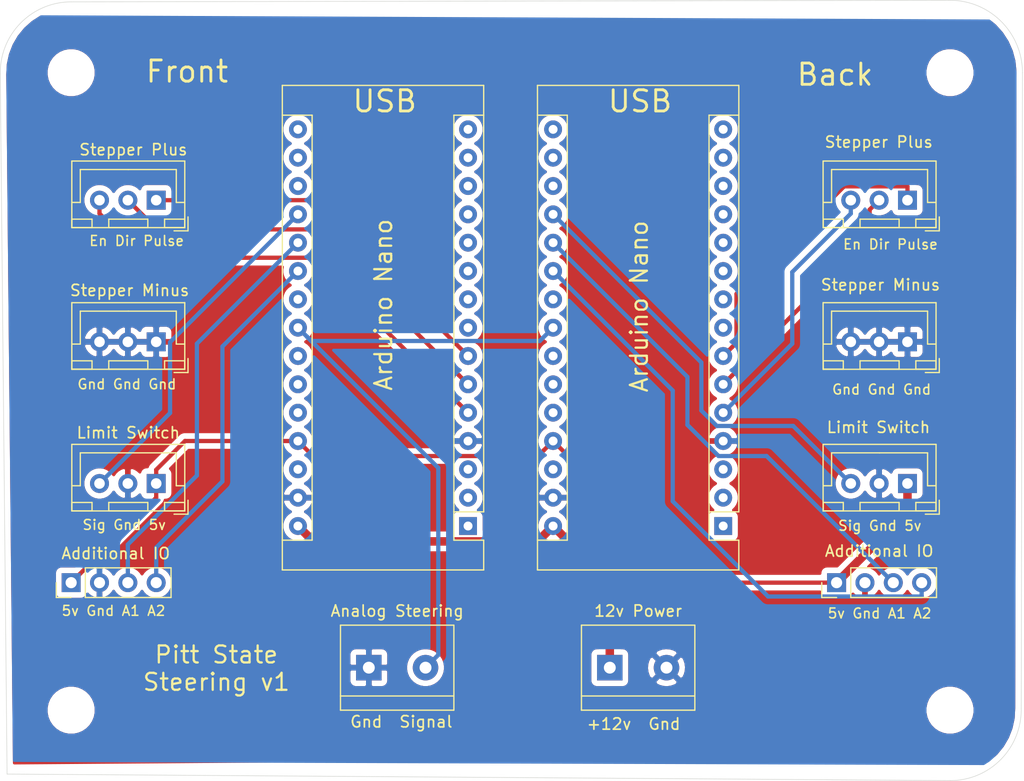
<source format=kicad_pcb>
(kicad_pcb (version 20171130) (host pcbnew "(5.1.5)-3")

  (general
    (thickness 1.6)
    (drawings 22)
    (tracks 80)
    (zones 0)
    (modules 16)
    (nets 55)
  )

  (page A4)
  (layers
    (0 F.Cu signal)
    (31 B.Cu signal)
    (32 B.Adhes user)
    (33 F.Adhes user)
    (34 B.Paste user)
    (35 F.Paste user)
    (36 B.SilkS user)
    (37 F.SilkS user)
    (38 B.Mask user)
    (39 F.Mask user)
    (40 Dwgs.User user)
    (41 Cmts.User user)
    (42 Eco1.User user)
    (43 Eco2.User user)
    (44 Edge.Cuts user)
    (45 Margin user)
    (46 B.CrtYd user)
    (47 F.CrtYd user)
    (48 B.Fab user)
    (49 F.Fab user hide)
  )

  (setup
    (last_trace_width 0.381)
    (user_trace_width 0.381)
    (user_trace_width 0.762)
    (trace_clearance 0.2)
    (zone_clearance 0.508)
    (zone_45_only no)
    (trace_min 0.2)
    (via_size 0.8)
    (via_drill 0.4)
    (via_min_size 0.4)
    (via_min_drill 0.3)
    (uvia_size 0.3)
    (uvia_drill 0.1)
    (uvias_allowed no)
    (uvia_min_size 0.2)
    (uvia_min_drill 0.1)
    (edge_width 0.05)
    (segment_width 0.2)
    (pcb_text_width 0.3)
    (pcb_text_size 1.5 1.5)
    (mod_edge_width 0.12)
    (mod_text_size 1 1)
    (mod_text_width 0.15)
    (pad_size 1.524 1.524)
    (pad_drill 0.762)
    (pad_to_mask_clearance 0.051)
    (solder_mask_min_width 0.25)
    (aux_axis_origin 0 0)
    (visible_elements FFFFFF7F)
    (pcbplotparams
      (layerselection 0x010fc_ffffffff)
      (usegerberextensions false)
      (usegerberattributes false)
      (usegerberadvancedattributes false)
      (creategerberjobfile false)
      (excludeedgelayer true)
      (linewidth 0.100000)
      (plotframeref false)
      (viasonmask false)
      (mode 1)
      (useauxorigin false)
      (hpglpennumber 1)
      (hpglpenspeed 20)
      (hpglpendiameter 15.000000)
      (psnegative false)
      (psa4output false)
      (plotreference true)
      (plotvalue true)
      (plotinvisibletext false)
      (padsonsilk false)
      (subtractmaskfromsilk false)
      (outputformat 1)
      (mirror false)
      (drillshape 1)
      (scaleselection 1)
      (outputdirectory ""))
  )

  (net 0 "")
  (net 1 "Net-(A1-Pad1)")
  (net 2 "Net-(A1-Pad17)")
  (net 3 "Net-(A1-Pad2)")
  (net 4 "Net-(A1-Pad18)")
  (net 5 "Net-(A1-Pad3)")
  (net 6 LimitSwitchFront)
  (net 7 GND)
  (net 8 A1Front)
  (net 9 EnableFront)
  (net 10 A2Front)
  (net 11 DirFront)
  (net 12 "Net-(A1-Pad22)")
  (net 13 PulseFront)
  (net 14 SteeringSignal)
  (net 15 "Net-(A1-Pad8)")
  (net 16 "Net-(A1-Pad24)")
  (net 17 "Net-(A1-Pad9)")
  (net 18 "Net-(A1-Pad25)")
  (net 19 "Net-(A1-Pad10)")
  (net 20 "Net-(A1-Pad26)")
  (net 21 "Net-(A1-Pad11)")
  (net 22 +5V)
  (net 23 "Net-(A1-Pad12)")
  (net 24 "Net-(A1-Pad28)")
  (net 25 "Net-(A1-Pad13)")
  (net 26 "Net-(A1-Pad14)")
  (net 27 +12V)
  (net 28 "Net-(A1-Pad15)")
  (net 29 "Net-(A1-Pad16)")
  (net 30 "Net-(A2-Pad16)")
  (net 31 "Net-(A2-Pad15)")
  (net 32 "Net-(A2-Pad14)")
  (net 33 "Net-(A2-Pad13)")
  (net 34 "Net-(A2-Pad28)")
  (net 35 "Net-(A2-Pad12)")
  (net 36 "Net-(A2-Pad11)")
  (net 37 "Net-(A2-Pad26)")
  (net 38 "Net-(A2-Pad10)")
  (net 39 "Net-(A2-Pad25)")
  (net 40 "Net-(A2-Pad9)")
  (net 41 "Net-(A2-Pad24)")
  (net 42 "Net-(A2-Pad8)")
  (net 43 PulseBack)
  (net 44 "Net-(A2-Pad22)")
  (net 45 DirBack)
  (net 46 A2Back)
  (net 47 EnableBack)
  (net 48 A1Back)
  (net 49 LimitSwitchBack)
  (net 50 "Net-(A2-Pad3)")
  (net 51 "Net-(A2-Pad18)")
  (net 52 "Net-(A2-Pad2)")
  (net 53 "Net-(A2-Pad17)")
  (net 54 "Net-(A2-Pad1)")

  (net_class Default "This is the default net class."
    (clearance 0.2)
    (trace_width 0.25)
    (via_dia 0.8)
    (via_drill 0.4)
    (uvia_dia 0.3)
    (uvia_drill 0.1)
    (add_net +12V)
    (add_net +5V)
    (add_net A1Back)
    (add_net A1Front)
    (add_net A2Back)
    (add_net A2Front)
    (add_net DirBack)
    (add_net DirFront)
    (add_net EnableBack)
    (add_net EnableFront)
    (add_net GND)
    (add_net LimitSwitchBack)
    (add_net LimitSwitchFront)
    (add_net "Net-(A1-Pad1)")
    (add_net "Net-(A1-Pad10)")
    (add_net "Net-(A1-Pad11)")
    (add_net "Net-(A1-Pad12)")
    (add_net "Net-(A1-Pad13)")
    (add_net "Net-(A1-Pad14)")
    (add_net "Net-(A1-Pad15)")
    (add_net "Net-(A1-Pad16)")
    (add_net "Net-(A1-Pad17)")
    (add_net "Net-(A1-Pad18)")
    (add_net "Net-(A1-Pad2)")
    (add_net "Net-(A1-Pad22)")
    (add_net "Net-(A1-Pad24)")
    (add_net "Net-(A1-Pad25)")
    (add_net "Net-(A1-Pad26)")
    (add_net "Net-(A1-Pad28)")
    (add_net "Net-(A1-Pad3)")
    (add_net "Net-(A1-Pad8)")
    (add_net "Net-(A1-Pad9)")
    (add_net "Net-(A2-Pad1)")
    (add_net "Net-(A2-Pad10)")
    (add_net "Net-(A2-Pad11)")
    (add_net "Net-(A2-Pad12)")
    (add_net "Net-(A2-Pad13)")
    (add_net "Net-(A2-Pad14)")
    (add_net "Net-(A2-Pad15)")
    (add_net "Net-(A2-Pad16)")
    (add_net "Net-(A2-Pad17)")
    (add_net "Net-(A2-Pad18)")
    (add_net "Net-(A2-Pad2)")
    (add_net "Net-(A2-Pad22)")
    (add_net "Net-(A2-Pad24)")
    (add_net "Net-(A2-Pad25)")
    (add_net "Net-(A2-Pad26)")
    (add_net "Net-(A2-Pad28)")
    (add_net "Net-(A2-Pad3)")
    (add_net "Net-(A2-Pad8)")
    (add_net "Net-(A2-Pad9)")
    (add_net PulseBack)
    (add_net PulseFront)
    (add_net SteeringSignal)
  )

  (module MountingHole:MountingHole_3.2mm_M3 (layer F.Cu) (tedit 56D1B4CB) (tstamp 62413DE1)
    (at 116.84 85.09)
    (descr "Mounting Hole 3.2mm, no annular, M3")
    (tags "mounting hole 3.2mm no annular m3")
    (attr virtual)
    (fp_text reference REF** (at 0 -4.2) (layer F.Fab)
      (effects (font (size 1 1) (thickness 0.15)))
    )
    (fp_text value MountingHole_3.2mm_M3 (at 0 4.2) (layer F.Fab)
      (effects (font (size 1 1) (thickness 0.15)))
    )
    (fp_circle (center 0 0) (end 3.45 0) (layer F.CrtYd) (width 0.05))
    (fp_circle (center 0 0) (end 3.2 0) (layer Cmts.User) (width 0.15))
    (fp_text user %R (at 0.3 0) (layer F.Fab)
      (effects (font (size 1 1) (thickness 0.15)))
    )
    (pad 1 np_thru_hole circle (at 0 0) (size 3.2 3.2) (drill 3.2) (layers *.Cu *.Mask))
  )

  (module MountingHole:MountingHole_3.2mm_M3 (layer F.Cu) (tedit 56D1B4CB) (tstamp 62413DC4)
    (at 195.58 85.09)
    (descr "Mounting Hole 3.2mm, no annular, M3")
    (tags "mounting hole 3.2mm no annular m3")
    (attr virtual)
    (fp_text reference REF** (at 0 -4.2) (layer F.Fab)
      (effects (font (size 1 1) (thickness 0.15)))
    )
    (fp_text value MountingHole_3.2mm_M3 (at 0 4.2) (layer F.Fab)
      (effects (font (size 1 1) (thickness 0.15)))
    )
    (fp_circle (center 0 0) (end 3.45 0) (layer F.CrtYd) (width 0.05))
    (fp_circle (center 0 0) (end 3.2 0) (layer Cmts.User) (width 0.15))
    (fp_text user %R (at 0.3 0) (layer F.Fab)
      (effects (font (size 1 1) (thickness 0.15)))
    )
    (pad 1 np_thru_hole circle (at 0 0) (size 3.2 3.2) (drill 3.2) (layers *.Cu *.Mask))
  )

  (module MountingHole:MountingHole_3.2mm_M3 (layer F.Cu) (tedit 56D1B4CB) (tstamp 62413DA7)
    (at 195.58 27.94)
    (descr "Mounting Hole 3.2mm, no annular, M3")
    (tags "mounting hole 3.2mm no annular m3")
    (attr virtual)
    (fp_text reference REF** (at 0 -4.2) (layer F.Fab)
      (effects (font (size 1 1) (thickness 0.15)))
    )
    (fp_text value MountingHole_3.2mm_M3 (at 0 4.2) (layer F.Fab)
      (effects (font (size 1 1) (thickness 0.15)))
    )
    (fp_circle (center 0 0) (end 3.45 0) (layer F.CrtYd) (width 0.05))
    (fp_circle (center 0 0) (end 3.2 0) (layer Cmts.User) (width 0.15))
    (fp_text user %R (at 0.3 0) (layer F.Fab)
      (effects (font (size 1 1) (thickness 0.15)))
    )
    (pad 1 np_thru_hole circle (at 0 0) (size 3.2 3.2) (drill 3.2) (layers *.Cu *.Mask))
  )

  (module MountingHole:MountingHole_3.2mm_M3 (layer F.Cu) (tedit 56D1B4CB) (tstamp 62413D8A)
    (at 116.84 27.94)
    (descr "Mounting Hole 3.2mm, no annular, M3")
    (tags "mounting hole 3.2mm no annular m3")
    (attr virtual)
    (fp_text reference REF** (at 0 -4.2) (layer F.Fab)
      (effects (font (size 1 1) (thickness 0.15)))
    )
    (fp_text value MountingHole_3.2mm_M3 (at 0 4.2) (layer F.Fab)
      (effects (font (size 1 1) (thickness 0.15)))
    )
    (fp_circle (center 0 0) (end 3.45 0) (layer F.CrtYd) (width 0.05))
    (fp_circle (center 0 0) (end 3.2 0) (layer Cmts.User) (width 0.15))
    (fp_text user %R (at 0.3 0) (layer F.Fab)
      (effects (font (size 1 1) (thickness 0.15)))
    )
    (pad 1 np_thru_hole circle (at 0 0) (size 3.2 3.2) (drill 3.2) (layers *.Cu *.Mask))
  )

  (module Module:Arduino_Nano (layer F.Cu) (tedit 58ACAF70) (tstamp 6240FF43)
    (at 152.4 68.58 180)
    (descr "Arduino Nano, http://www.mouser.com/pdfdocs/Gravitech_Arduino_Nano3_0.pdf")
    (tags "Arduino Nano")
    (path /6240A3D6)
    (fp_text reference "Arduino Nano" (at 7.57936 19.83486 90) (layer F.SilkS)
      (effects (font (size 1.524 1.524) (thickness 0.2032)))
    )
    (fp_text value Arduino_Nano_v3.x (at 8.89 19.05 90) (layer F.Fab)
      (effects (font (size 1 1) (thickness 0.15)))
    )
    (fp_text user %R (at 6.35 19.05 90) (layer F.Fab)
      (effects (font (size 1 1) (thickness 0.15)))
    )
    (fp_line (start 1.27 1.27) (end 1.27 -1.27) (layer F.SilkS) (width 0.12))
    (fp_line (start 1.27 -1.27) (end -1.4 -1.27) (layer F.SilkS) (width 0.12))
    (fp_line (start -1.4 1.27) (end -1.4 39.5) (layer F.SilkS) (width 0.12))
    (fp_line (start -1.4 -3.94) (end -1.4 -1.27) (layer F.SilkS) (width 0.12))
    (fp_line (start 13.97 -1.27) (end 16.64 -1.27) (layer F.SilkS) (width 0.12))
    (fp_line (start 13.97 -1.27) (end 13.97 36.83) (layer F.SilkS) (width 0.12))
    (fp_line (start 13.97 36.83) (end 16.64 36.83) (layer F.SilkS) (width 0.12))
    (fp_line (start 1.27 1.27) (end -1.4 1.27) (layer F.SilkS) (width 0.12))
    (fp_line (start 1.27 1.27) (end 1.27 36.83) (layer F.SilkS) (width 0.12))
    (fp_line (start 1.27 36.83) (end -1.4 36.83) (layer F.SilkS) (width 0.12))
    (fp_line (start 3.81 31.75) (end 11.43 31.75) (layer F.Fab) (width 0.1))
    (fp_line (start 11.43 31.75) (end 11.43 41.91) (layer F.Fab) (width 0.1))
    (fp_line (start 11.43 41.91) (end 3.81 41.91) (layer F.Fab) (width 0.1))
    (fp_line (start 3.81 41.91) (end 3.81 31.75) (layer F.Fab) (width 0.1))
    (fp_line (start -1.4 39.5) (end 16.64 39.5) (layer F.SilkS) (width 0.12))
    (fp_line (start 16.64 39.5) (end 16.64 -3.94) (layer F.SilkS) (width 0.12))
    (fp_line (start 16.64 -3.94) (end -1.4 -3.94) (layer F.SilkS) (width 0.12))
    (fp_line (start 16.51 39.37) (end -1.27 39.37) (layer F.Fab) (width 0.1))
    (fp_line (start -1.27 39.37) (end -1.27 -2.54) (layer F.Fab) (width 0.1))
    (fp_line (start -1.27 -2.54) (end 0 -3.81) (layer F.Fab) (width 0.1))
    (fp_line (start 0 -3.81) (end 16.51 -3.81) (layer F.Fab) (width 0.1))
    (fp_line (start 16.51 -3.81) (end 16.51 39.37) (layer F.Fab) (width 0.1))
    (fp_line (start -1.53 -4.06) (end 16.75 -4.06) (layer F.CrtYd) (width 0.05))
    (fp_line (start -1.53 -4.06) (end -1.53 42.16) (layer F.CrtYd) (width 0.05))
    (fp_line (start 16.75 42.16) (end 16.75 -4.06) (layer F.CrtYd) (width 0.05))
    (fp_line (start 16.75 42.16) (end -1.53 42.16) (layer F.CrtYd) (width 0.05))
    (pad 1 thru_hole rect (at 0 0 180) (size 1.6 1.6) (drill 0.8) (layers *.Cu *.Mask)
      (net 1 "Net-(A1-Pad1)"))
    (pad 17 thru_hole oval (at 15.24 33.02 180) (size 1.6 1.6) (drill 0.8) (layers *.Cu *.Mask)
      (net 2 "Net-(A1-Pad17)"))
    (pad 2 thru_hole oval (at 0 2.54 180) (size 1.6 1.6) (drill 0.8) (layers *.Cu *.Mask)
      (net 3 "Net-(A1-Pad2)"))
    (pad 18 thru_hole oval (at 15.24 30.48 180) (size 1.6 1.6) (drill 0.8) (layers *.Cu *.Mask)
      (net 4 "Net-(A1-Pad18)"))
    (pad 3 thru_hole oval (at 0 5.08 180) (size 1.6 1.6) (drill 0.8) (layers *.Cu *.Mask)
      (net 5 "Net-(A1-Pad3)"))
    (pad 19 thru_hole oval (at 15.24 27.94 180) (size 1.6 1.6) (drill 0.8) (layers *.Cu *.Mask)
      (net 6 LimitSwitchFront))
    (pad 4 thru_hole oval (at 0 7.62 180) (size 1.6 1.6) (drill 0.8) (layers *.Cu *.Mask)
      (net 7 GND))
    (pad 20 thru_hole oval (at 15.24 25.4 180) (size 1.6 1.6) (drill 0.8) (layers *.Cu *.Mask)
      (net 8 A1Front))
    (pad 5 thru_hole oval (at 0 10.16 180) (size 1.6 1.6) (drill 0.8) (layers *.Cu *.Mask)
      (net 9 EnableFront))
    (pad 21 thru_hole oval (at 15.24 22.86 180) (size 1.6 1.6) (drill 0.8) (layers *.Cu *.Mask)
      (net 10 A2Front))
    (pad 6 thru_hole oval (at 0 12.7 180) (size 1.6 1.6) (drill 0.8) (layers *.Cu *.Mask)
      (net 11 DirFront))
    (pad 22 thru_hole oval (at 15.24 20.32 180) (size 1.6 1.6) (drill 0.8) (layers *.Cu *.Mask)
      (net 12 "Net-(A1-Pad22)"))
    (pad 7 thru_hole oval (at 0 15.24 180) (size 1.6 1.6) (drill 0.8) (layers *.Cu *.Mask)
      (net 13 PulseFront))
    (pad 23 thru_hole oval (at 15.24 17.78 180) (size 1.6 1.6) (drill 0.8) (layers *.Cu *.Mask)
      (net 14 SteeringSignal))
    (pad 8 thru_hole oval (at 0 17.78 180) (size 1.6 1.6) (drill 0.8) (layers *.Cu *.Mask)
      (net 15 "Net-(A1-Pad8)"))
    (pad 24 thru_hole oval (at 15.24 15.24 180) (size 1.6 1.6) (drill 0.8) (layers *.Cu *.Mask)
      (net 16 "Net-(A1-Pad24)"))
    (pad 9 thru_hole oval (at 0 20.32 180) (size 1.6 1.6) (drill 0.8) (layers *.Cu *.Mask)
      (net 17 "Net-(A1-Pad9)"))
    (pad 25 thru_hole oval (at 15.24 12.7 180) (size 1.6 1.6) (drill 0.8) (layers *.Cu *.Mask)
      (net 18 "Net-(A1-Pad25)"))
    (pad 10 thru_hole oval (at 0 22.86 180) (size 1.6 1.6) (drill 0.8) (layers *.Cu *.Mask)
      (net 19 "Net-(A1-Pad10)"))
    (pad 26 thru_hole oval (at 15.24 10.16 180) (size 1.6 1.6) (drill 0.8) (layers *.Cu *.Mask)
      (net 20 "Net-(A1-Pad26)"))
    (pad 11 thru_hole oval (at 0 25.4 180) (size 1.6 1.6) (drill 0.8) (layers *.Cu *.Mask)
      (net 21 "Net-(A1-Pad11)"))
    (pad 27 thru_hole oval (at 15.24 7.62 180) (size 1.6 1.6) (drill 0.8) (layers *.Cu *.Mask)
      (net 22 +5V))
    (pad 12 thru_hole oval (at 0 27.94 180) (size 1.6 1.6) (drill 0.8) (layers *.Cu *.Mask)
      (net 23 "Net-(A1-Pad12)"))
    (pad 28 thru_hole oval (at 15.24 5.08 180) (size 1.6 1.6) (drill 0.8) (layers *.Cu *.Mask)
      (net 24 "Net-(A1-Pad28)"))
    (pad 13 thru_hole oval (at 0 30.48 180) (size 1.6 1.6) (drill 0.8) (layers *.Cu *.Mask)
      (net 25 "Net-(A1-Pad13)"))
    (pad 29 thru_hole oval (at 15.24 2.54 180) (size 1.6 1.6) (drill 0.8) (layers *.Cu *.Mask)
      (net 7 GND))
    (pad 14 thru_hole oval (at 0 33.02 180) (size 1.6 1.6) (drill 0.8) (layers *.Cu *.Mask)
      (net 26 "Net-(A1-Pad14)"))
    (pad 30 thru_hole oval (at 15.24 0 180) (size 1.6 1.6) (drill 0.8) (layers *.Cu *.Mask)
      (net 27 +12V))
    (pad 15 thru_hole oval (at 0 35.56 180) (size 1.6 1.6) (drill 0.8) (layers *.Cu *.Mask)
      (net 28 "Net-(A1-Pad15)"))
    (pad 16 thru_hole oval (at 15.24 35.56 180) (size 1.6 1.6) (drill 0.8) (layers *.Cu *.Mask)
      (net 29 "Net-(A1-Pad16)"))
    (model ${KISYS3DMOD}/Module.3dshapes/Arduino_Nano_WithMountingHoles.wrl
      (at (xyz 0 0 0))
      (scale (xyz 1 1 1))
      (rotate (xyz 0 0 0))
    )
  )

  (module Module:Arduino_Nano (layer F.Cu) (tedit 58ACAF70) (tstamp 6240FF80)
    (at 175.26 68.58 180)
    (descr "Arduino Nano, http://www.mouser.com/pdfdocs/Gravitech_Arduino_Nano3_0.pdf")
    (tags "Arduino Nano")
    (path /6244AAED)
    (fp_text reference "Arduino Nano" (at 7.5311 19.69008 90) (layer F.SilkS)
      (effects (font (size 1.524 1.524) (thickness 0.2032)))
    )
    (fp_text value Arduino_Nano_v3.x (at 8.89 19.05 90) (layer F.Fab)
      (effects (font (size 1 1) (thickness 0.15)))
    )
    (fp_line (start 16.75 42.16) (end -1.53 42.16) (layer F.CrtYd) (width 0.05))
    (fp_line (start 16.75 42.16) (end 16.75 -4.06) (layer F.CrtYd) (width 0.05))
    (fp_line (start -1.53 -4.06) (end -1.53 42.16) (layer F.CrtYd) (width 0.05))
    (fp_line (start -1.53 -4.06) (end 16.75 -4.06) (layer F.CrtYd) (width 0.05))
    (fp_line (start 16.51 -3.81) (end 16.51 39.37) (layer F.Fab) (width 0.1))
    (fp_line (start 0 -3.81) (end 16.51 -3.81) (layer F.Fab) (width 0.1))
    (fp_line (start -1.27 -2.54) (end 0 -3.81) (layer F.Fab) (width 0.1))
    (fp_line (start -1.27 39.37) (end -1.27 -2.54) (layer F.Fab) (width 0.1))
    (fp_line (start 16.51 39.37) (end -1.27 39.37) (layer F.Fab) (width 0.1))
    (fp_line (start 16.64 -3.94) (end -1.4 -3.94) (layer F.SilkS) (width 0.12))
    (fp_line (start 16.64 39.5) (end 16.64 -3.94) (layer F.SilkS) (width 0.12))
    (fp_line (start -1.4 39.5) (end 16.64 39.5) (layer F.SilkS) (width 0.12))
    (fp_line (start 3.81 41.91) (end 3.81 31.75) (layer F.Fab) (width 0.1))
    (fp_line (start 11.43 41.91) (end 3.81 41.91) (layer F.Fab) (width 0.1))
    (fp_line (start 11.43 31.75) (end 11.43 41.91) (layer F.Fab) (width 0.1))
    (fp_line (start 3.81 31.75) (end 11.43 31.75) (layer F.Fab) (width 0.1))
    (fp_line (start 1.27 36.83) (end -1.4 36.83) (layer F.SilkS) (width 0.12))
    (fp_line (start 1.27 1.27) (end 1.27 36.83) (layer F.SilkS) (width 0.12))
    (fp_line (start 1.27 1.27) (end -1.4 1.27) (layer F.SilkS) (width 0.12))
    (fp_line (start 13.97 36.83) (end 16.64 36.83) (layer F.SilkS) (width 0.12))
    (fp_line (start 13.97 -1.27) (end 13.97 36.83) (layer F.SilkS) (width 0.12))
    (fp_line (start 13.97 -1.27) (end 16.64 -1.27) (layer F.SilkS) (width 0.12))
    (fp_line (start -1.4 -3.94) (end -1.4 -1.27) (layer F.SilkS) (width 0.12))
    (fp_line (start -1.4 1.27) (end -1.4 39.5) (layer F.SilkS) (width 0.12))
    (fp_line (start 1.27 -1.27) (end -1.4 -1.27) (layer F.SilkS) (width 0.12))
    (fp_line (start 1.27 1.27) (end 1.27 -1.27) (layer F.SilkS) (width 0.12))
    (fp_text user %R (at 6.35 19.05 90) (layer F.Fab)
      (effects (font (size 1 1) (thickness 0.15)))
    )
    (pad 16 thru_hole oval (at 15.24 35.56 180) (size 1.6 1.6) (drill 0.8) (layers *.Cu *.Mask)
      (net 30 "Net-(A2-Pad16)"))
    (pad 15 thru_hole oval (at 0 35.56 180) (size 1.6 1.6) (drill 0.8) (layers *.Cu *.Mask)
      (net 31 "Net-(A2-Pad15)"))
    (pad 30 thru_hole oval (at 15.24 0 180) (size 1.6 1.6) (drill 0.8) (layers *.Cu *.Mask)
      (net 27 +12V))
    (pad 14 thru_hole oval (at 0 33.02 180) (size 1.6 1.6) (drill 0.8) (layers *.Cu *.Mask)
      (net 32 "Net-(A2-Pad14)"))
    (pad 29 thru_hole oval (at 15.24 2.54 180) (size 1.6 1.6) (drill 0.8) (layers *.Cu *.Mask)
      (net 7 GND))
    (pad 13 thru_hole oval (at 0 30.48 180) (size 1.6 1.6) (drill 0.8) (layers *.Cu *.Mask)
      (net 33 "Net-(A2-Pad13)"))
    (pad 28 thru_hole oval (at 15.24 5.08 180) (size 1.6 1.6) (drill 0.8) (layers *.Cu *.Mask)
      (net 34 "Net-(A2-Pad28)"))
    (pad 12 thru_hole oval (at 0 27.94 180) (size 1.6 1.6) (drill 0.8) (layers *.Cu *.Mask)
      (net 35 "Net-(A2-Pad12)"))
    (pad 27 thru_hole oval (at 15.24 7.62 180) (size 1.6 1.6) (drill 0.8) (layers *.Cu *.Mask)
      (net 22 +5V))
    (pad 11 thru_hole oval (at 0 25.4 180) (size 1.6 1.6) (drill 0.8) (layers *.Cu *.Mask)
      (net 36 "Net-(A2-Pad11)"))
    (pad 26 thru_hole oval (at 15.24 10.16 180) (size 1.6 1.6) (drill 0.8) (layers *.Cu *.Mask)
      (net 37 "Net-(A2-Pad26)"))
    (pad 10 thru_hole oval (at 0 22.86 180) (size 1.6 1.6) (drill 0.8) (layers *.Cu *.Mask)
      (net 38 "Net-(A2-Pad10)"))
    (pad 25 thru_hole oval (at 15.24 12.7 180) (size 1.6 1.6) (drill 0.8) (layers *.Cu *.Mask)
      (net 39 "Net-(A2-Pad25)"))
    (pad 9 thru_hole oval (at 0 20.32 180) (size 1.6 1.6) (drill 0.8) (layers *.Cu *.Mask)
      (net 40 "Net-(A2-Pad9)"))
    (pad 24 thru_hole oval (at 15.24 15.24 180) (size 1.6 1.6) (drill 0.8) (layers *.Cu *.Mask)
      (net 41 "Net-(A2-Pad24)"))
    (pad 8 thru_hole oval (at 0 17.78 180) (size 1.6 1.6) (drill 0.8) (layers *.Cu *.Mask)
      (net 42 "Net-(A2-Pad8)"))
    (pad 23 thru_hole oval (at 15.24 17.78 180) (size 1.6 1.6) (drill 0.8) (layers *.Cu *.Mask)
      (net 14 SteeringSignal))
    (pad 7 thru_hole oval (at 0 15.24 180) (size 1.6 1.6) (drill 0.8) (layers *.Cu *.Mask)
      (net 43 PulseBack))
    (pad 22 thru_hole oval (at 15.24 20.32 180) (size 1.6 1.6) (drill 0.8) (layers *.Cu *.Mask)
      (net 44 "Net-(A2-Pad22)"))
    (pad 6 thru_hole oval (at 0 12.7 180) (size 1.6 1.6) (drill 0.8) (layers *.Cu *.Mask)
      (net 45 DirBack))
    (pad 21 thru_hole oval (at 15.24 22.86 180) (size 1.6 1.6) (drill 0.8) (layers *.Cu *.Mask)
      (net 46 A2Back))
    (pad 5 thru_hole oval (at 0 10.16 180) (size 1.6 1.6) (drill 0.8) (layers *.Cu *.Mask)
      (net 47 EnableBack))
    (pad 20 thru_hole oval (at 15.24 25.4 180) (size 1.6 1.6) (drill 0.8) (layers *.Cu *.Mask)
      (net 48 A1Back))
    (pad 4 thru_hole oval (at 0 7.62 180) (size 1.6 1.6) (drill 0.8) (layers *.Cu *.Mask)
      (net 7 GND))
    (pad 19 thru_hole oval (at 15.24 27.94 180) (size 1.6 1.6) (drill 0.8) (layers *.Cu *.Mask)
      (net 49 LimitSwitchBack))
    (pad 3 thru_hole oval (at 0 5.08 180) (size 1.6 1.6) (drill 0.8) (layers *.Cu *.Mask)
      (net 50 "Net-(A2-Pad3)"))
    (pad 18 thru_hole oval (at 15.24 30.48 180) (size 1.6 1.6) (drill 0.8) (layers *.Cu *.Mask)
      (net 51 "Net-(A2-Pad18)"))
    (pad 2 thru_hole oval (at 0 2.54 180) (size 1.6 1.6) (drill 0.8) (layers *.Cu *.Mask)
      (net 52 "Net-(A2-Pad2)"))
    (pad 17 thru_hole oval (at 15.24 33.02 180) (size 1.6 1.6) (drill 0.8) (layers *.Cu *.Mask)
      (net 53 "Net-(A2-Pad17)"))
    (pad 1 thru_hole rect (at 0 0 180) (size 1.6 1.6) (drill 0.8) (layers *.Cu *.Mask)
      (net 54 "Net-(A2-Pad1)"))
    (model ${KISYS3DMOD}/Module.3dshapes/Arduino_Nano_WithMountingHoles.wrl
      (at (xyz 0 0 0))
      (scale (xyz 1 1 1))
      (rotate (xyz 0 0 0))
    )
  )

  (module Connector_PinHeader_2.54mm:PinHeader_1x04_P2.54mm_Vertical (layer F.Cu) (tedit 59FED5CC) (tstamp 6240FF98)
    (at 116.84 73.66 90)
    (descr "Through hole straight pin header, 1x04, 2.54mm pitch, single row")
    (tags "Through hole pin header THT 1x04 2.54mm single row")
    (path /62428C29)
    (fp_text reference "Additional IO" (at 2.6162 3.99796 180) (layer F.SilkS)
      (effects (font (size 1 1) (thickness 0.15)))
    )
    (fp_text value "Additiona Inputs Front" (at 0 9.95 90) (layer F.Fab)
      (effects (font (size 1 1) (thickness 0.15)))
    )
    (fp_line (start -0.635 -1.27) (end 1.27 -1.27) (layer F.Fab) (width 0.1))
    (fp_line (start 1.27 -1.27) (end 1.27 8.89) (layer F.Fab) (width 0.1))
    (fp_line (start 1.27 8.89) (end -1.27 8.89) (layer F.Fab) (width 0.1))
    (fp_line (start -1.27 8.89) (end -1.27 -0.635) (layer F.Fab) (width 0.1))
    (fp_line (start -1.27 -0.635) (end -0.635 -1.27) (layer F.Fab) (width 0.1))
    (fp_line (start -1.33 8.95) (end 1.33 8.95) (layer F.SilkS) (width 0.12))
    (fp_line (start -1.33 1.27) (end -1.33 8.95) (layer F.SilkS) (width 0.12))
    (fp_line (start 1.33 1.27) (end 1.33 8.95) (layer F.SilkS) (width 0.12))
    (fp_line (start -1.33 1.27) (end 1.33 1.27) (layer F.SilkS) (width 0.12))
    (fp_line (start -1.33 0) (end -1.33 -1.33) (layer F.SilkS) (width 0.12))
    (fp_line (start -1.33 -1.33) (end 0 -1.33) (layer F.SilkS) (width 0.12))
    (fp_line (start -1.8 -1.8) (end -1.8 9.4) (layer F.CrtYd) (width 0.05))
    (fp_line (start -1.8 9.4) (end 1.8 9.4) (layer F.CrtYd) (width 0.05))
    (fp_line (start 1.8 9.4) (end 1.8 -1.8) (layer F.CrtYd) (width 0.05))
    (fp_line (start 1.8 -1.8) (end -1.8 -1.8) (layer F.CrtYd) (width 0.05))
    (fp_text user %R (at 0 3.81) (layer F.Fab)
      (effects (font (size 1 1) (thickness 0.15)))
    )
    (pad 1 thru_hole rect (at 0 0 90) (size 1.7 1.7) (drill 1) (layers *.Cu *.Mask)
      (net 22 +5V))
    (pad 2 thru_hole oval (at 0 2.54 90) (size 1.7 1.7) (drill 1) (layers *.Cu *.Mask)
      (net 7 GND))
    (pad 3 thru_hole oval (at 0 5.08 90) (size 1.7 1.7) (drill 1) (layers *.Cu *.Mask)
      (net 8 A1Front))
    (pad 4 thru_hole oval (at 0 7.62 90) (size 1.7 1.7) (drill 1) (layers *.Cu *.Mask)
      (net 10 A2Front))
    (model ${KISYS3DMOD}/Connector_PinHeader_2.54mm.3dshapes/PinHeader_1x04_P2.54mm_Vertical.wrl
      (at (xyz 0 0 0))
      (scale (xyz 1 1 1))
      (rotate (xyz 0 0 0))
    )
  )

  (module Project:JST_XH_B3B-XH-A_1x03_P2.54mm_Vertical (layer F.Cu) (tedit 60F4B235) (tstamp 6240FFC2)
    (at 124.46 52.07 180)
    (descr "JST XH series connector, B3B-XH-A (http://www.jst-mfg.com/product/pdf/eng/eXH.pdf), generated with kicad-footprint-generator")
    (tags "connector JST XH vertical")
    (path /6240DC1E)
    (fp_text reference "Stepper Minus" (at 2.38252 4.61264) (layer F.SilkS)
      (effects (font (size 1 1) (thickness 0.15)))
    )
    (fp_text value "Stepper Minus Front" (at 2.5 4.6) (layer F.Fab)
      (effects (font (size 1 1) (thickness 0.15)))
    )
    (fp_text user %R (at 2.5 2.7) (layer F.Fab)
      (effects (font (size 1 1) (thickness 0.15)))
    )
    (fp_line (start -2.45 -2.35) (end -2.45 3.4) (layer F.Fab) (width 0.1))
    (fp_line (start -2.45 3.4) (end 7.45 3.4) (layer F.Fab) (width 0.1))
    (fp_line (start 7.45 3.4) (end 7.45 -2.35) (layer F.Fab) (width 0.1))
    (fp_line (start 7.45 -2.35) (end -2.45 -2.35) (layer F.Fab) (width 0.1))
    (fp_line (start -2.56 -2.46) (end -2.56 3.51) (layer F.SilkS) (width 0.12))
    (fp_line (start -2.56 3.51) (end 7.56 3.51) (layer F.SilkS) (width 0.12))
    (fp_line (start 7.56 3.51) (end 7.56 -2.46) (layer F.SilkS) (width 0.12))
    (fp_line (start 7.56 -2.46) (end -2.56 -2.46) (layer F.SilkS) (width 0.12))
    (fp_line (start -2.95 -2.85) (end -2.95 3.9) (layer F.CrtYd) (width 0.05))
    (fp_line (start -2.95 3.9) (end 7.95 3.9) (layer F.CrtYd) (width 0.05))
    (fp_line (start 7.95 3.9) (end 7.95 -2.85) (layer F.CrtYd) (width 0.05))
    (fp_line (start 7.95 -2.85) (end -2.95 -2.85) (layer F.CrtYd) (width 0.05))
    (fp_line (start -0.625 -2.35) (end 0 -1.35) (layer F.Fab) (width 0.1))
    (fp_line (start 0 -1.35) (end 0.625 -2.35) (layer F.Fab) (width 0.1))
    (fp_line (start 0.75 -2.45) (end 0.75 -1.7) (layer F.SilkS) (width 0.12))
    (fp_line (start 0.75 -1.7) (end 4.25 -1.7) (layer F.SilkS) (width 0.12))
    (fp_line (start 4.25 -1.7) (end 4.25 -2.45) (layer F.SilkS) (width 0.12))
    (fp_line (start 4.25 -2.45) (end 0.75 -2.45) (layer F.SilkS) (width 0.12))
    (fp_line (start -2.55 -2.45) (end -2.55 -1.7) (layer F.SilkS) (width 0.12))
    (fp_line (start -2.55 -1.7) (end -0.75 -1.7) (layer F.SilkS) (width 0.12))
    (fp_line (start -0.75 -1.7) (end -0.75 -2.45) (layer F.SilkS) (width 0.12))
    (fp_line (start -0.75 -2.45) (end -2.55 -2.45) (layer F.SilkS) (width 0.12))
    (fp_line (start 5.75 -2.45) (end 5.75 -1.7) (layer F.SilkS) (width 0.12))
    (fp_line (start 5.75 -1.7) (end 7.55 -1.7) (layer F.SilkS) (width 0.12))
    (fp_line (start 7.55 -1.7) (end 7.55 -2.45) (layer F.SilkS) (width 0.12))
    (fp_line (start 7.55 -2.45) (end 5.75 -2.45) (layer F.SilkS) (width 0.12))
    (fp_line (start -2.55 -0.2) (end -1.8 -0.2) (layer F.SilkS) (width 0.12))
    (fp_line (start -1.8 -0.2) (end -1.8 2.75) (layer F.SilkS) (width 0.12))
    (fp_line (start -1.8 2.75) (end 2.5 2.75) (layer F.SilkS) (width 0.12))
    (fp_line (start 7.55 -0.2) (end 6.8 -0.2) (layer F.SilkS) (width 0.12))
    (fp_line (start 6.8 -0.2) (end 6.8 2.75) (layer F.SilkS) (width 0.12))
    (fp_line (start 6.8 2.75) (end 2.5 2.75) (layer F.SilkS) (width 0.12))
    (fp_line (start -1.6 -2.75) (end -2.85 -2.75) (layer F.SilkS) (width 0.12))
    (fp_line (start -2.85 -2.75) (end -2.85 -1.5) (layer F.SilkS) (width 0.12))
    (pad 3 thru_hole oval (at 5.08 0 180) (size 1.7 1.7) (drill 0.95) (layers *.Cu *.Mask)
      (net 7 GND))
    (pad 2 thru_hole oval (at 2.54 0 180) (size 1.7 1.7) (drill 0.95) (layers *.Cu *.Mask)
      (net 7 GND))
    (pad 1 thru_hole rect (at 0 0 180) (size 1.7 1.7) (drill 0.95) (layers *.Cu *.Mask)
      (net 7 GND))
    (model ${KISYS3DMOD}/Connector_JST.3dshapes/JST_XH_B3B-XH-A_1x03_P2.50mm_Vertical.wrl
      (at (xyz 0 0 0))
      (scale (xyz 1 1 1))
      (rotate (xyz 0 0 0))
    )
  )

  (module Project:JST_XH_B3B-XH-A_1x03_P2.54mm_Vertical (layer F.Cu) (tedit 60F4B235) (tstamp 6240FFEC)
    (at 124.46 39.37 180)
    (descr "JST XH series connector, B3B-XH-A (http://www.jst-mfg.com/product/pdf/eng/eXH.pdf), generated with kicad-footprint-generator")
    (tags "connector JST XH vertical")
    (path /6240C11D)
    (fp_text reference "Stepper Plus" (at 2.04724 4.52628) (layer F.SilkS)
      (effects (font (size 1 1) (thickness 0.15)))
    )
    (fp_text value "Stepper Plus Front" (at 2.5 4.6) (layer F.Fab)
      (effects (font (size 1 1) (thickness 0.15)))
    )
    (fp_line (start -2.85 -2.75) (end -2.85 -1.5) (layer F.SilkS) (width 0.12))
    (fp_line (start -1.6 -2.75) (end -2.85 -2.75) (layer F.SilkS) (width 0.12))
    (fp_line (start 6.8 2.75) (end 2.5 2.75) (layer F.SilkS) (width 0.12))
    (fp_line (start 6.8 -0.2) (end 6.8 2.75) (layer F.SilkS) (width 0.12))
    (fp_line (start 7.55 -0.2) (end 6.8 -0.2) (layer F.SilkS) (width 0.12))
    (fp_line (start -1.8 2.75) (end 2.5 2.75) (layer F.SilkS) (width 0.12))
    (fp_line (start -1.8 -0.2) (end -1.8 2.75) (layer F.SilkS) (width 0.12))
    (fp_line (start -2.55 -0.2) (end -1.8 -0.2) (layer F.SilkS) (width 0.12))
    (fp_line (start 7.55 -2.45) (end 5.75 -2.45) (layer F.SilkS) (width 0.12))
    (fp_line (start 7.55 -1.7) (end 7.55 -2.45) (layer F.SilkS) (width 0.12))
    (fp_line (start 5.75 -1.7) (end 7.55 -1.7) (layer F.SilkS) (width 0.12))
    (fp_line (start 5.75 -2.45) (end 5.75 -1.7) (layer F.SilkS) (width 0.12))
    (fp_line (start -0.75 -2.45) (end -2.55 -2.45) (layer F.SilkS) (width 0.12))
    (fp_line (start -0.75 -1.7) (end -0.75 -2.45) (layer F.SilkS) (width 0.12))
    (fp_line (start -2.55 -1.7) (end -0.75 -1.7) (layer F.SilkS) (width 0.12))
    (fp_line (start -2.55 -2.45) (end -2.55 -1.7) (layer F.SilkS) (width 0.12))
    (fp_line (start 4.25 -2.45) (end 0.75 -2.45) (layer F.SilkS) (width 0.12))
    (fp_line (start 4.25 -1.7) (end 4.25 -2.45) (layer F.SilkS) (width 0.12))
    (fp_line (start 0.75 -1.7) (end 4.25 -1.7) (layer F.SilkS) (width 0.12))
    (fp_line (start 0.75 -2.45) (end 0.75 -1.7) (layer F.SilkS) (width 0.12))
    (fp_line (start 0 -1.35) (end 0.625 -2.35) (layer F.Fab) (width 0.1))
    (fp_line (start -0.625 -2.35) (end 0 -1.35) (layer F.Fab) (width 0.1))
    (fp_line (start 7.95 -2.85) (end -2.95 -2.85) (layer F.CrtYd) (width 0.05))
    (fp_line (start 7.95 3.9) (end 7.95 -2.85) (layer F.CrtYd) (width 0.05))
    (fp_line (start -2.95 3.9) (end 7.95 3.9) (layer F.CrtYd) (width 0.05))
    (fp_line (start -2.95 -2.85) (end -2.95 3.9) (layer F.CrtYd) (width 0.05))
    (fp_line (start 7.56 -2.46) (end -2.56 -2.46) (layer F.SilkS) (width 0.12))
    (fp_line (start 7.56 3.51) (end 7.56 -2.46) (layer F.SilkS) (width 0.12))
    (fp_line (start -2.56 3.51) (end 7.56 3.51) (layer F.SilkS) (width 0.12))
    (fp_line (start -2.56 -2.46) (end -2.56 3.51) (layer F.SilkS) (width 0.12))
    (fp_line (start 7.45 -2.35) (end -2.45 -2.35) (layer F.Fab) (width 0.1))
    (fp_line (start 7.45 3.4) (end 7.45 -2.35) (layer F.Fab) (width 0.1))
    (fp_line (start -2.45 3.4) (end 7.45 3.4) (layer F.Fab) (width 0.1))
    (fp_line (start -2.45 -2.35) (end -2.45 3.4) (layer F.Fab) (width 0.1))
    (fp_text user %R (at 2.5 2.7) (layer F.Fab)
      (effects (font (size 1 1) (thickness 0.15)))
    )
    (pad 1 thru_hole rect (at 0 0 180) (size 1.7 1.7) (drill 0.95) (layers *.Cu *.Mask)
      (net 13 PulseFront))
    (pad 2 thru_hole oval (at 2.54 0 180) (size 1.7 1.7) (drill 0.95) (layers *.Cu *.Mask)
      (net 11 DirFront))
    (pad 3 thru_hole oval (at 5.08 0 180) (size 1.7 1.7) (drill 0.95) (layers *.Cu *.Mask)
      (net 9 EnableFront))
    (model ${KISYS3DMOD}/Connector_JST.3dshapes/JST_XH_B3B-XH-A_1x03_P2.50mm_Vertical.wrl
      (at (xyz 0 0 0))
      (scale (xyz 1 1 1))
      (rotate (xyz 0 0 0))
    )
  )

  (module Project:JST_XH_B3B-XH-A_1x03_P2.54mm_Vertical (layer F.Cu) (tedit 60F4B235) (tstamp 62410016)
    (at 124.46 64.77 180)
    (descr "JST XH series connector, B3B-XH-A (http://www.jst-mfg.com/product/pdf/eng/eXH.pdf), generated with kicad-footprint-generator")
    (tags "connector JST XH vertical")
    (path /624196ED)
    (fp_text reference "Limit Switch" (at 2.5 4.55168) (layer F.SilkS)
      (effects (font (size 1 1) (thickness 0.15)))
    )
    (fp_text value "Limit Switch Front" (at 2.5 4.6) (layer F.Fab)
      (effects (font (size 1 1) (thickness 0.15)))
    )
    (fp_line (start -2.85 -2.75) (end -2.85 -1.5) (layer F.SilkS) (width 0.12))
    (fp_line (start -1.6 -2.75) (end -2.85 -2.75) (layer F.SilkS) (width 0.12))
    (fp_line (start 6.8 2.75) (end 2.5 2.75) (layer F.SilkS) (width 0.12))
    (fp_line (start 6.8 -0.2) (end 6.8 2.75) (layer F.SilkS) (width 0.12))
    (fp_line (start 7.55 -0.2) (end 6.8 -0.2) (layer F.SilkS) (width 0.12))
    (fp_line (start -1.8 2.75) (end 2.5 2.75) (layer F.SilkS) (width 0.12))
    (fp_line (start -1.8 -0.2) (end -1.8 2.75) (layer F.SilkS) (width 0.12))
    (fp_line (start -2.55 -0.2) (end -1.8 -0.2) (layer F.SilkS) (width 0.12))
    (fp_line (start 7.55 -2.45) (end 5.75 -2.45) (layer F.SilkS) (width 0.12))
    (fp_line (start 7.55 -1.7) (end 7.55 -2.45) (layer F.SilkS) (width 0.12))
    (fp_line (start 5.75 -1.7) (end 7.55 -1.7) (layer F.SilkS) (width 0.12))
    (fp_line (start 5.75 -2.45) (end 5.75 -1.7) (layer F.SilkS) (width 0.12))
    (fp_line (start -0.75 -2.45) (end -2.55 -2.45) (layer F.SilkS) (width 0.12))
    (fp_line (start -0.75 -1.7) (end -0.75 -2.45) (layer F.SilkS) (width 0.12))
    (fp_line (start -2.55 -1.7) (end -0.75 -1.7) (layer F.SilkS) (width 0.12))
    (fp_line (start -2.55 -2.45) (end -2.55 -1.7) (layer F.SilkS) (width 0.12))
    (fp_line (start 4.25 -2.45) (end 0.75 -2.45) (layer F.SilkS) (width 0.12))
    (fp_line (start 4.25 -1.7) (end 4.25 -2.45) (layer F.SilkS) (width 0.12))
    (fp_line (start 0.75 -1.7) (end 4.25 -1.7) (layer F.SilkS) (width 0.12))
    (fp_line (start 0.75 -2.45) (end 0.75 -1.7) (layer F.SilkS) (width 0.12))
    (fp_line (start 0 -1.35) (end 0.625 -2.35) (layer F.Fab) (width 0.1))
    (fp_line (start -0.625 -2.35) (end 0 -1.35) (layer F.Fab) (width 0.1))
    (fp_line (start 7.95 -2.85) (end -2.95 -2.85) (layer F.CrtYd) (width 0.05))
    (fp_line (start 7.95 3.9) (end 7.95 -2.85) (layer F.CrtYd) (width 0.05))
    (fp_line (start -2.95 3.9) (end 7.95 3.9) (layer F.CrtYd) (width 0.05))
    (fp_line (start -2.95 -2.85) (end -2.95 3.9) (layer F.CrtYd) (width 0.05))
    (fp_line (start 7.56 -2.46) (end -2.56 -2.46) (layer F.SilkS) (width 0.12))
    (fp_line (start 7.56 3.51) (end 7.56 -2.46) (layer F.SilkS) (width 0.12))
    (fp_line (start -2.56 3.51) (end 7.56 3.51) (layer F.SilkS) (width 0.12))
    (fp_line (start -2.56 -2.46) (end -2.56 3.51) (layer F.SilkS) (width 0.12))
    (fp_line (start 7.45 -2.35) (end -2.45 -2.35) (layer F.Fab) (width 0.1))
    (fp_line (start 7.45 3.4) (end 7.45 -2.35) (layer F.Fab) (width 0.1))
    (fp_line (start -2.45 3.4) (end 7.45 3.4) (layer F.Fab) (width 0.1))
    (fp_line (start -2.45 -2.35) (end -2.45 3.4) (layer F.Fab) (width 0.1))
    (fp_text user %R (at 2.5 2.7) (layer F.Fab)
      (effects (font (size 1 1) (thickness 0.15)))
    )
    (pad 1 thru_hole rect (at 0 0 180) (size 1.7 1.7) (drill 0.95) (layers *.Cu *.Mask)
      (net 22 +5V))
    (pad 2 thru_hole oval (at 2.54 0 180) (size 1.7 1.7) (drill 0.95) (layers *.Cu *.Mask)
      (net 7 GND))
    (pad 3 thru_hole oval (at 5.08 0 180) (size 1.7 1.7) (drill 0.95) (layers *.Cu *.Mask)
      (net 6 LimitSwitchFront))
    (model ${KISYS3DMOD}/Connector_JST.3dshapes/JST_XH_B3B-XH-A_1x03_P2.50mm_Vertical.wrl
      (at (xyz 0 0 0))
      (scale (xyz 1 1 1))
      (rotate (xyz 0 0 0))
    )
  )

  (module Project:TerminalBlock_bornier-2_P5.08mm (layer F.Cu) (tedit 5DBE4433) (tstamp 6241002B)
    (at 165.1 81.28)
    (descr "simple 2-pin terminal block, pitch 5.08mm, revamped version of bornier2")
    (tags "terminal block bornier2")
    (path /6240F675)
    (fp_text reference "12v Power" (at 2.54 -5.08) (layer F.SilkS)
      (effects (font (size 1 1) (thickness 0.15)))
    )
    (fp_text value "12v Power" (at 2.54 5.08) (layer F.Fab)
      (effects (font (size 1 1) (thickness 0.15)))
    )
    (fp_line (start 7.79 4) (end -2.71 4) (layer F.CrtYd) (width 0.05))
    (fp_line (start 7.79 4) (end 7.79 -4) (layer F.CrtYd) (width 0.05))
    (fp_line (start -2.71 -4) (end -2.71 4) (layer F.CrtYd) (width 0.05))
    (fp_line (start -2.71 -4) (end 7.79 -4) (layer F.CrtYd) (width 0.05))
    (fp_line (start -2.54 3.81) (end 7.62 3.81) (layer F.SilkS) (width 0.12))
    (fp_line (start -2.54 -3.81) (end -2.54 3.81) (layer F.SilkS) (width 0.12))
    (fp_line (start 7.62 -3.81) (end -2.54 -3.81) (layer F.SilkS) (width 0.12))
    (fp_line (start 7.62 3.81) (end 7.62 -3.81) (layer F.SilkS) (width 0.12))
    (fp_line (start 7.62 2.54) (end -2.54 2.54) (layer F.SilkS) (width 0.12))
    (fp_line (start 7.54 -3.75) (end -2.46 -3.75) (layer F.Fab) (width 0.1))
    (fp_line (start 7.54 3.75) (end 7.54 -3.75) (layer F.Fab) (width 0.1))
    (fp_line (start -2.46 3.75) (end 7.54 3.75) (layer F.Fab) (width 0.1))
    (fp_line (start -2.46 -3.75) (end -2.46 3.75) (layer F.Fab) (width 0.1))
    (fp_line (start -2.41 2.55) (end 7.49 2.55) (layer F.Fab) (width 0.1))
    (fp_text user %R (at 2.54 0) (layer F.Fab)
      (effects (font (size 1 1) (thickness 0.15)))
    )
    (pad 2 thru_hole circle (at 5.08 0) (size 2.286 2.286) (drill 1.0668) (layers *.Cu *.Mask)
      (net 7 GND))
    (pad 1 thru_hole rect (at 0 0) (size 2.286 2.286) (drill 1.0668) (layers *.Cu *.Mask)
      (net 27 +12V))
    (model ${KISYS3DMOD}/TerminalBlock.3dshapes/TerminalBlock_bornier-2_P5.08mm.wrl
      (offset (xyz 2.539999961853027 0 0))
      (scale (xyz 1 1 1))
      (rotate (xyz 0 0 0))
    )
  )

  (module Project:TerminalBlock_bornier-2_P5.08mm (layer F.Cu) (tedit 5DBE4433) (tstamp 62410040)
    (at 143.51 81.28)
    (descr "simple 2-pin terminal block, pitch 5.08mm, revamped version of bornier2")
    (tags "terminal block bornier2")
    (path /6240E87C)
    (fp_text reference "Analog Steering" (at 2.54 -5.08) (layer F.SilkS)
      (effects (font (size 1 1) (thickness 0.15)))
    )
    (fp_text value "Analog Steering" (at 2.54 5.08) (layer F.Fab)
      (effects (font (size 1 1) (thickness 0.15)))
    )
    (fp_text user %R (at 2.54 0) (layer F.Fab)
      (effects (font (size 1 1) (thickness 0.15)))
    )
    (fp_line (start -2.41 2.55) (end 7.49 2.55) (layer F.Fab) (width 0.1))
    (fp_line (start -2.46 -3.75) (end -2.46 3.75) (layer F.Fab) (width 0.1))
    (fp_line (start -2.46 3.75) (end 7.54 3.75) (layer F.Fab) (width 0.1))
    (fp_line (start 7.54 3.75) (end 7.54 -3.75) (layer F.Fab) (width 0.1))
    (fp_line (start 7.54 -3.75) (end -2.46 -3.75) (layer F.Fab) (width 0.1))
    (fp_line (start 7.62 2.54) (end -2.54 2.54) (layer F.SilkS) (width 0.12))
    (fp_line (start 7.62 3.81) (end 7.62 -3.81) (layer F.SilkS) (width 0.12))
    (fp_line (start 7.62 -3.81) (end -2.54 -3.81) (layer F.SilkS) (width 0.12))
    (fp_line (start -2.54 -3.81) (end -2.54 3.81) (layer F.SilkS) (width 0.12))
    (fp_line (start -2.54 3.81) (end 7.62 3.81) (layer F.SilkS) (width 0.12))
    (fp_line (start -2.71 -4) (end 7.79 -4) (layer F.CrtYd) (width 0.05))
    (fp_line (start -2.71 -4) (end -2.71 4) (layer F.CrtYd) (width 0.05))
    (fp_line (start 7.79 4) (end 7.79 -4) (layer F.CrtYd) (width 0.05))
    (fp_line (start 7.79 4) (end -2.71 4) (layer F.CrtYd) (width 0.05))
    (pad 1 thru_hole rect (at 0 0) (size 2.286 2.286) (drill 1.0668) (layers *.Cu *.Mask)
      (net 7 GND))
    (pad 2 thru_hole circle (at 5.08 0) (size 2.286 2.286) (drill 1.0668) (layers *.Cu *.Mask)
      (net 14 SteeringSignal))
    (model ${KISYS3DMOD}/TerminalBlock.3dshapes/TerminalBlock_bornier-2_P5.08mm.wrl
      (offset (xyz 2.539999961853027 0 0))
      (scale (xyz 1 1 1))
      (rotate (xyz 0 0 0))
    )
  )

  (module Connector_PinHeader_2.54mm:PinHeader_1x04_P2.54mm_Vertical (layer F.Cu) (tedit 59FED5CC) (tstamp 62410058)
    (at 185.42 73.66 90)
    (descr "Through hole straight pin header, 1x04, 2.54mm pitch, single row")
    (tags "Through hole pin header THT 1x04 2.54mm single row")
    (path /6244AB07)
    (fp_text reference "Additional IO" (at 2.8321 3.81762 180) (layer F.SilkS)
      (effects (font (size 1 1) (thickness 0.15)))
    )
    (fp_text value "Additiona Inputs Back" (at 0 9.95 90) (layer F.Fab)
      (effects (font (size 1 1) (thickness 0.15)))
    )
    (fp_text user %R (at 0 3.81) (layer F.Fab)
      (effects (font (size 1 1) (thickness 0.15)))
    )
    (fp_line (start 1.8 -1.8) (end -1.8 -1.8) (layer F.CrtYd) (width 0.05))
    (fp_line (start 1.8 9.4) (end 1.8 -1.8) (layer F.CrtYd) (width 0.05))
    (fp_line (start -1.8 9.4) (end 1.8 9.4) (layer F.CrtYd) (width 0.05))
    (fp_line (start -1.8 -1.8) (end -1.8 9.4) (layer F.CrtYd) (width 0.05))
    (fp_line (start -1.33 -1.33) (end 0 -1.33) (layer F.SilkS) (width 0.12))
    (fp_line (start -1.33 0) (end -1.33 -1.33) (layer F.SilkS) (width 0.12))
    (fp_line (start -1.33 1.27) (end 1.33 1.27) (layer F.SilkS) (width 0.12))
    (fp_line (start 1.33 1.27) (end 1.33 8.95) (layer F.SilkS) (width 0.12))
    (fp_line (start -1.33 1.27) (end -1.33 8.95) (layer F.SilkS) (width 0.12))
    (fp_line (start -1.33 8.95) (end 1.33 8.95) (layer F.SilkS) (width 0.12))
    (fp_line (start -1.27 -0.635) (end -0.635 -1.27) (layer F.Fab) (width 0.1))
    (fp_line (start -1.27 8.89) (end -1.27 -0.635) (layer F.Fab) (width 0.1))
    (fp_line (start 1.27 8.89) (end -1.27 8.89) (layer F.Fab) (width 0.1))
    (fp_line (start 1.27 -1.27) (end 1.27 8.89) (layer F.Fab) (width 0.1))
    (fp_line (start -0.635 -1.27) (end 1.27 -1.27) (layer F.Fab) (width 0.1))
    (pad 4 thru_hole oval (at 0 7.62 90) (size 1.7 1.7) (drill 1) (layers *.Cu *.Mask)
      (net 46 A2Back))
    (pad 3 thru_hole oval (at 0 5.08 90) (size 1.7 1.7) (drill 1) (layers *.Cu *.Mask)
      (net 48 A1Back))
    (pad 2 thru_hole oval (at 0 2.54 90) (size 1.7 1.7) (drill 1) (layers *.Cu *.Mask)
      (net 7 GND))
    (pad 1 thru_hole rect (at 0 0 90) (size 1.7 1.7) (drill 1) (layers *.Cu *.Mask)
      (net 22 +5V))
    (model ${KISYS3DMOD}/Connector_PinHeader_2.54mm.3dshapes/PinHeader_1x04_P2.54mm_Vertical.wrl
      (at (xyz 0 0 0))
      (scale (xyz 1 1 1))
      (rotate (xyz 0 0 0))
    )
  )

  (module Project:JST_XH_B3B-XH-A_1x03_P2.54mm_Vertical (layer F.Cu) (tedit 60F4B235) (tstamp 62410082)
    (at 191.77 52.07 180)
    (descr "JST XH series connector, B3B-XH-A (http://www.jst-mfg.com/product/pdf/eng/eXH.pdf), generated with kicad-footprint-generator")
    (tags "connector JST XH vertical")
    (path /6244AA76)
    (fp_text reference "Stepper Minus" (at 2.41808 5.11048) (layer F.SilkS)
      (effects (font (size 1 1) (thickness 0.15)))
    )
    (fp_text value "Stepper Minus Front" (at 2.5 4.6) (layer F.Fab)
      (effects (font (size 1 1) (thickness 0.15)))
    )
    (fp_line (start -2.85 -2.75) (end -2.85 -1.5) (layer F.SilkS) (width 0.12))
    (fp_line (start -1.6 -2.75) (end -2.85 -2.75) (layer F.SilkS) (width 0.12))
    (fp_line (start 6.8 2.75) (end 2.5 2.75) (layer F.SilkS) (width 0.12))
    (fp_line (start 6.8 -0.2) (end 6.8 2.75) (layer F.SilkS) (width 0.12))
    (fp_line (start 7.55 -0.2) (end 6.8 -0.2) (layer F.SilkS) (width 0.12))
    (fp_line (start -1.8 2.75) (end 2.5 2.75) (layer F.SilkS) (width 0.12))
    (fp_line (start -1.8 -0.2) (end -1.8 2.75) (layer F.SilkS) (width 0.12))
    (fp_line (start -2.55 -0.2) (end -1.8 -0.2) (layer F.SilkS) (width 0.12))
    (fp_line (start 7.55 -2.45) (end 5.75 -2.45) (layer F.SilkS) (width 0.12))
    (fp_line (start 7.55 -1.7) (end 7.55 -2.45) (layer F.SilkS) (width 0.12))
    (fp_line (start 5.75 -1.7) (end 7.55 -1.7) (layer F.SilkS) (width 0.12))
    (fp_line (start 5.75 -2.45) (end 5.75 -1.7) (layer F.SilkS) (width 0.12))
    (fp_line (start -0.75 -2.45) (end -2.55 -2.45) (layer F.SilkS) (width 0.12))
    (fp_line (start -0.75 -1.7) (end -0.75 -2.45) (layer F.SilkS) (width 0.12))
    (fp_line (start -2.55 -1.7) (end -0.75 -1.7) (layer F.SilkS) (width 0.12))
    (fp_line (start -2.55 -2.45) (end -2.55 -1.7) (layer F.SilkS) (width 0.12))
    (fp_line (start 4.25 -2.45) (end 0.75 -2.45) (layer F.SilkS) (width 0.12))
    (fp_line (start 4.25 -1.7) (end 4.25 -2.45) (layer F.SilkS) (width 0.12))
    (fp_line (start 0.75 -1.7) (end 4.25 -1.7) (layer F.SilkS) (width 0.12))
    (fp_line (start 0.75 -2.45) (end 0.75 -1.7) (layer F.SilkS) (width 0.12))
    (fp_line (start 0 -1.35) (end 0.625 -2.35) (layer F.Fab) (width 0.1))
    (fp_line (start -0.625 -2.35) (end 0 -1.35) (layer F.Fab) (width 0.1))
    (fp_line (start 7.95 -2.85) (end -2.95 -2.85) (layer F.CrtYd) (width 0.05))
    (fp_line (start 7.95 3.9) (end 7.95 -2.85) (layer F.CrtYd) (width 0.05))
    (fp_line (start -2.95 3.9) (end 7.95 3.9) (layer F.CrtYd) (width 0.05))
    (fp_line (start -2.95 -2.85) (end -2.95 3.9) (layer F.CrtYd) (width 0.05))
    (fp_line (start 7.56 -2.46) (end -2.56 -2.46) (layer F.SilkS) (width 0.12))
    (fp_line (start 7.56 3.51) (end 7.56 -2.46) (layer F.SilkS) (width 0.12))
    (fp_line (start -2.56 3.51) (end 7.56 3.51) (layer F.SilkS) (width 0.12))
    (fp_line (start -2.56 -2.46) (end -2.56 3.51) (layer F.SilkS) (width 0.12))
    (fp_line (start 7.45 -2.35) (end -2.45 -2.35) (layer F.Fab) (width 0.1))
    (fp_line (start 7.45 3.4) (end 7.45 -2.35) (layer F.Fab) (width 0.1))
    (fp_line (start -2.45 3.4) (end 7.45 3.4) (layer F.Fab) (width 0.1))
    (fp_line (start -2.45 -2.35) (end -2.45 3.4) (layer F.Fab) (width 0.1))
    (fp_text user %R (at 2.5 2.7) (layer F.Fab)
      (effects (font (size 1 1) (thickness 0.15)))
    )
    (pad 1 thru_hole rect (at 0 0 180) (size 1.7 1.7) (drill 0.95) (layers *.Cu *.Mask)
      (net 7 GND))
    (pad 2 thru_hole oval (at 2.54 0 180) (size 1.7 1.7) (drill 0.95) (layers *.Cu *.Mask)
      (net 7 GND))
    (pad 3 thru_hole oval (at 5.08 0 180) (size 1.7 1.7) (drill 0.95) (layers *.Cu *.Mask)
      (net 7 GND))
    (model ${KISYS3DMOD}/Connector_JST.3dshapes/JST_XH_B3B-XH-A_1x03_P2.50mm_Vertical.wrl
      (at (xyz 0 0 0))
      (scale (xyz 1 1 1))
      (rotate (xyz 0 0 0))
    )
  )

  (module Project:JST_XH_B3B-XH-A_1x03_P2.54mm_Vertical (layer F.Cu) (tedit 60F4B235) (tstamp 624100AC)
    (at 191.77 39.37 180)
    (descr "JST XH series connector, B3B-XH-A (http://www.jst-mfg.com/product/pdf/eng/eXH.pdf), generated with kicad-footprint-generator")
    (tags "connector JST XH vertical")
    (path /6244AA6C)
    (fp_text reference "Stepper Plus" (at 2.57556 5.21208) (layer F.SilkS)
      (effects (font (size 1 1) (thickness 0.15)))
    )
    (fp_text value "Stepper Plus Back" (at 2.5 4.6) (layer F.Fab)
      (effects (font (size 1 1) (thickness 0.15)))
    )
    (fp_text user %R (at 2.5 2.7) (layer F.Fab)
      (effects (font (size 1 1) (thickness 0.15)))
    )
    (fp_line (start -2.45 -2.35) (end -2.45 3.4) (layer F.Fab) (width 0.1))
    (fp_line (start -2.45 3.4) (end 7.45 3.4) (layer F.Fab) (width 0.1))
    (fp_line (start 7.45 3.4) (end 7.45 -2.35) (layer F.Fab) (width 0.1))
    (fp_line (start 7.45 -2.35) (end -2.45 -2.35) (layer F.Fab) (width 0.1))
    (fp_line (start -2.56 -2.46) (end -2.56 3.51) (layer F.SilkS) (width 0.12))
    (fp_line (start -2.56 3.51) (end 7.56 3.51) (layer F.SilkS) (width 0.12))
    (fp_line (start 7.56 3.51) (end 7.56 -2.46) (layer F.SilkS) (width 0.12))
    (fp_line (start 7.56 -2.46) (end -2.56 -2.46) (layer F.SilkS) (width 0.12))
    (fp_line (start -2.95 -2.85) (end -2.95 3.9) (layer F.CrtYd) (width 0.05))
    (fp_line (start -2.95 3.9) (end 7.95 3.9) (layer F.CrtYd) (width 0.05))
    (fp_line (start 7.95 3.9) (end 7.95 -2.85) (layer F.CrtYd) (width 0.05))
    (fp_line (start 7.95 -2.85) (end -2.95 -2.85) (layer F.CrtYd) (width 0.05))
    (fp_line (start -0.625 -2.35) (end 0 -1.35) (layer F.Fab) (width 0.1))
    (fp_line (start 0 -1.35) (end 0.625 -2.35) (layer F.Fab) (width 0.1))
    (fp_line (start 0.75 -2.45) (end 0.75 -1.7) (layer F.SilkS) (width 0.12))
    (fp_line (start 0.75 -1.7) (end 4.25 -1.7) (layer F.SilkS) (width 0.12))
    (fp_line (start 4.25 -1.7) (end 4.25 -2.45) (layer F.SilkS) (width 0.12))
    (fp_line (start 4.25 -2.45) (end 0.75 -2.45) (layer F.SilkS) (width 0.12))
    (fp_line (start -2.55 -2.45) (end -2.55 -1.7) (layer F.SilkS) (width 0.12))
    (fp_line (start -2.55 -1.7) (end -0.75 -1.7) (layer F.SilkS) (width 0.12))
    (fp_line (start -0.75 -1.7) (end -0.75 -2.45) (layer F.SilkS) (width 0.12))
    (fp_line (start -0.75 -2.45) (end -2.55 -2.45) (layer F.SilkS) (width 0.12))
    (fp_line (start 5.75 -2.45) (end 5.75 -1.7) (layer F.SilkS) (width 0.12))
    (fp_line (start 5.75 -1.7) (end 7.55 -1.7) (layer F.SilkS) (width 0.12))
    (fp_line (start 7.55 -1.7) (end 7.55 -2.45) (layer F.SilkS) (width 0.12))
    (fp_line (start 7.55 -2.45) (end 5.75 -2.45) (layer F.SilkS) (width 0.12))
    (fp_line (start -2.55 -0.2) (end -1.8 -0.2) (layer F.SilkS) (width 0.12))
    (fp_line (start -1.8 -0.2) (end -1.8 2.75) (layer F.SilkS) (width 0.12))
    (fp_line (start -1.8 2.75) (end 2.5 2.75) (layer F.SilkS) (width 0.12))
    (fp_line (start 7.55 -0.2) (end 6.8 -0.2) (layer F.SilkS) (width 0.12))
    (fp_line (start 6.8 -0.2) (end 6.8 2.75) (layer F.SilkS) (width 0.12))
    (fp_line (start 6.8 2.75) (end 2.5 2.75) (layer F.SilkS) (width 0.12))
    (fp_line (start -1.6 -2.75) (end -2.85 -2.75) (layer F.SilkS) (width 0.12))
    (fp_line (start -2.85 -2.75) (end -2.85 -1.5) (layer F.SilkS) (width 0.12))
    (pad 3 thru_hole oval (at 5.08 0 180) (size 1.7 1.7) (drill 0.95) (layers *.Cu *.Mask)
      (net 47 EnableBack))
    (pad 2 thru_hole oval (at 2.54 0 180) (size 1.7 1.7) (drill 0.95) (layers *.Cu *.Mask)
      (net 45 DirBack))
    (pad 1 thru_hole rect (at 0 0 180) (size 1.7 1.7) (drill 0.95) (layers *.Cu *.Mask)
      (net 43 PulseBack))
    (model ${KISYS3DMOD}/Connector_JST.3dshapes/JST_XH_B3B-XH-A_1x03_P2.50mm_Vertical.wrl
      (at (xyz 0 0 0))
      (scale (xyz 1 1 1))
      (rotate (xyz 0 0 0))
    )
  )

  (module Project:JST_XH_B3B-XH-A_1x03_P2.54mm_Vertical (layer F.Cu) (tedit 60F4B235) (tstamp 6241235C)
    (at 191.77 64.77 180)
    (descr "JST XH series connector, B3B-XH-A (http://www.jst-mfg.com/product/pdf/eng/eXH.pdf), generated with kicad-footprint-generator")
    (tags "connector JST XH vertical")
    (path /6244AAA1)
    (fp_text reference "Limit Switch" (at 2.60096 5.03682) (layer F.SilkS)
      (effects (font (size 1 1) (thickness 0.15)))
    )
    (fp_text value "Limit Switch Front" (at 2.5 4.6) (layer F.Fab)
      (effects (font (size 1 1) (thickness 0.15)))
    )
    (fp_text user %R (at 2.5 2.7) (layer F.Fab)
      (effects (font (size 1 1) (thickness 0.15)))
    )
    (fp_line (start -2.45 -2.35) (end -2.45 3.4) (layer F.Fab) (width 0.1))
    (fp_line (start -2.45 3.4) (end 7.45 3.4) (layer F.Fab) (width 0.1))
    (fp_line (start 7.45 3.4) (end 7.45 -2.35) (layer F.Fab) (width 0.1))
    (fp_line (start 7.45 -2.35) (end -2.45 -2.35) (layer F.Fab) (width 0.1))
    (fp_line (start -2.56 -2.46) (end -2.56 3.51) (layer F.SilkS) (width 0.12))
    (fp_line (start -2.56 3.51) (end 7.56 3.51) (layer F.SilkS) (width 0.12))
    (fp_line (start 7.56 3.51) (end 7.56 -2.46) (layer F.SilkS) (width 0.12))
    (fp_line (start 7.56 -2.46) (end -2.56 -2.46) (layer F.SilkS) (width 0.12))
    (fp_line (start -2.95 -2.85) (end -2.95 3.9) (layer F.CrtYd) (width 0.05))
    (fp_line (start -2.95 3.9) (end 7.95 3.9) (layer F.CrtYd) (width 0.05))
    (fp_line (start 7.95 3.9) (end 7.95 -2.85) (layer F.CrtYd) (width 0.05))
    (fp_line (start 7.95 -2.85) (end -2.95 -2.85) (layer F.CrtYd) (width 0.05))
    (fp_line (start -0.625 -2.35) (end 0 -1.35) (layer F.Fab) (width 0.1))
    (fp_line (start 0 -1.35) (end 0.625 -2.35) (layer F.Fab) (width 0.1))
    (fp_line (start 0.75 -2.45) (end 0.75 -1.7) (layer F.SilkS) (width 0.12))
    (fp_line (start 0.75 -1.7) (end 4.25 -1.7) (layer F.SilkS) (width 0.12))
    (fp_line (start 4.25 -1.7) (end 4.25 -2.45) (layer F.SilkS) (width 0.12))
    (fp_line (start 4.25 -2.45) (end 0.75 -2.45) (layer F.SilkS) (width 0.12))
    (fp_line (start -2.55 -2.45) (end -2.55 -1.7) (layer F.SilkS) (width 0.12))
    (fp_line (start -2.55 -1.7) (end -0.75 -1.7) (layer F.SilkS) (width 0.12))
    (fp_line (start -0.75 -1.7) (end -0.75 -2.45) (layer F.SilkS) (width 0.12))
    (fp_line (start -0.75 -2.45) (end -2.55 -2.45) (layer F.SilkS) (width 0.12))
    (fp_line (start 5.75 -2.45) (end 5.75 -1.7) (layer F.SilkS) (width 0.12))
    (fp_line (start 5.75 -1.7) (end 7.55 -1.7) (layer F.SilkS) (width 0.12))
    (fp_line (start 7.55 -1.7) (end 7.55 -2.45) (layer F.SilkS) (width 0.12))
    (fp_line (start 7.55 -2.45) (end 5.75 -2.45) (layer F.SilkS) (width 0.12))
    (fp_line (start -2.55 -0.2) (end -1.8 -0.2) (layer F.SilkS) (width 0.12))
    (fp_line (start -1.8 -0.2) (end -1.8 2.75) (layer F.SilkS) (width 0.12))
    (fp_line (start -1.8 2.75) (end 2.5 2.75) (layer F.SilkS) (width 0.12))
    (fp_line (start 7.55 -0.2) (end 6.8 -0.2) (layer F.SilkS) (width 0.12))
    (fp_line (start 6.8 -0.2) (end 6.8 2.75) (layer F.SilkS) (width 0.12))
    (fp_line (start 6.8 2.75) (end 2.5 2.75) (layer F.SilkS) (width 0.12))
    (fp_line (start -1.6 -2.75) (end -2.85 -2.75) (layer F.SilkS) (width 0.12))
    (fp_line (start -2.85 -2.75) (end -2.85 -1.5) (layer F.SilkS) (width 0.12))
    (pad 3 thru_hole oval (at 5.08 0 180) (size 1.7 1.7) (drill 0.95) (layers *.Cu *.Mask)
      (net 49 LimitSwitchBack))
    (pad 2 thru_hole oval (at 2.54 0 180) (size 1.7 1.7) (drill 0.95) (layers *.Cu *.Mask)
      (net 7 GND))
    (pad 1 thru_hole rect (at 0 0 180) (size 1.7 1.7) (drill 0.95) (layers *.Cu *.Mask)
      (net 22 +5V))
    (model ${KISYS3DMOD}/Connector_JST.3dshapes/JST_XH_B3B-XH-A_1x03_P2.50mm_Vertical.wrl
      (at (xyz 0 0 0))
      (scale (xyz 1 1 1))
      (rotate (xyz 0 0 0))
    )
  )

  (gr_text "5v Gnd A1 A2" (at 189.27064 76.4159) (layer F.SilkS) (tstamp 624149EB)
    (effects (font (size 0.889 0.889) (thickness 0.1397)))
  )
  (gr_text "Sig Gnd 5v" (at 189.28842 68.55714) (layer F.SilkS) (tstamp 624149E8)
    (effects (font (size 0.889 0.889) (thickness 0.1397)))
  )
  (gr_text "Gnd Gnd Gnd" (at 189.45098 56.34228) (layer F.SilkS) (tstamp 624149E5)
    (effects (font (size 0.889 0.889) (thickness 0.1397)))
  )
  (gr_text "En Dir Pulse" (at 190.246 43.3324) (layer F.SilkS) (tstamp 624149E2)
    (effects (font (size 0.889 0.889) (thickness 0.1397)))
  )
  (gr_text "Pitt State\nSteering v1" (at 129.84988 81.3435) (layer F.SilkS)
    (effects (font (size 1.524 1.524) (thickness 0.2032)))
  )
  (gr_text "+12v  Gnd" (at 167.23106 86.33206) (layer F.SilkS) (tstamp 6241479B)
    (effects (font (size 1.016 1.016) (thickness 0.1524)))
  )
  (gr_text "Gnd  Signal" (at 146.42592 86.1314) (layer F.SilkS) (tstamp 62414794)
    (effects (font (size 1.016 1.016) (thickness 0.1524)))
  )
  (gr_text USB (at 167.80764 30.50286) (layer F.SilkS) (tstamp 624145F6)
    (effects (font (size 1.905 1.905) (thickness 0.254)))
  )
  (gr_text USB (at 144.93494 30.50286) (layer F.SilkS) (tstamp 624145F3)
    (effects (font (size 1.905 1.905) (thickness 0.254)))
  )
  (gr_text "5v Gnd A1 A2" (at 120.63476 76.18222) (layer F.SilkS) (tstamp 624145C1)
    (effects (font (size 0.889 0.889) (thickness 0.1397)))
  )
  (gr_text "En Dir Pulse" (at 122.7074 43.01744) (layer F.SilkS) (tstamp 624145C1)
    (effects (font (size 0.889 0.889) (thickness 0.1397)))
  )
  (gr_text "Gnd Gnd Gnd" (at 121.83364 55.86984) (layer F.SilkS) (tstamp 624145C1)
    (effects (font (size 0.889 0.889) (thickness 0.1397)))
  )
  (gr_text "Sig Gnd 5v" (at 121.59488 68.4784) (layer F.SilkS)
    (effects (font (size 0.889 0.889) (thickness 0.1397)))
  )
  (gr_text Back (at 185.27776 28.11272) (layer F.SilkS) (tstamp 6241444B)
    (effects (font (size 1.905 1.905) (thickness 0.254)))
  )
  (gr_text Front (at 127.22352 27.83332) (layer F.SilkS)
    (effects (font (size 1.905 1.905) (thickness 0.254)))
  )
  (gr_arc (start 195.61048 85.05444) (end 195.61048 91.40444) (angle -91.3) (layer Edge.Cuts) (width 0.05) (tstamp 624143F4))
  (gr_arc (start 195.58 27.94) (end 202.07224 27.94) (angle -91.3) (layer Edge.Cuts) (width 0.05) (tstamp 624143F4))
  (gr_arc (start 116.84 27.94) (end 116.84 21.59) (angle -91.3) (layer Edge.Cuts) (width 0.05))
  (gr_line (start 111.0996 90.82024) (end 110.491634 28.084065) (layer Edge.Cuts) (width 0.05) (tstamp 624143A5))
  (gr_line (start 195.61048 91.40444) (end 111.0996 90.82024) (layer Edge.Cuts) (width 0.05))
  (gr_line (start 202.07224 27.94) (end 201.958846 84.910375) (layer Edge.Cuts) (width 0.05))
  (gr_line (start 116.84 21.59) (end 195.432708 21.449431) (layer Edge.Cuts) (width 0.05))

  (segment (start 125.700501 52.099499) (end 136.360001 41.439999) (width 0.381) (layer B.Cu) (net 6))
  (segment (start 136.360001 41.439999) (end 137.16 40.64) (width 0.381) (layer B.Cu) (net 6))
  (segment (start 125.700501 58.449499) (end 125.700501 52.099499) (width 0.381) (layer B.Cu) (net 6))
  (segment (start 119.38 64.77) (end 125.700501 58.449499) (width 0.381) (layer B.Cu) (net 6))
  (segment (start 121.92 73.66) (end 121.92 70.23608) (width 0.381) (layer B.Cu) (net 8))
  (segment (start 121.92 70.23608) (end 128.10744 64.04864) (width 0.381) (layer B.Cu) (net 8))
  (segment (start 128.10744 52.23256) (end 137.16 43.18) (width 0.381) (layer B.Cu) (net 8))
  (segment (start 128.10744 64.04864) (end 128.10744 52.23256) (width 0.381) (layer B.Cu) (net 8))
  (segment (start 123.337418 44.529499) (end 139.505179 44.529499) (width 0.381) (layer F.Cu) (net 9))
  (segment (start 119.38 39.37) (end 119.38 40.572081) (width 0.381) (layer F.Cu) (net 9))
  (segment (start 119.38 40.572081) (end 123.337418 44.529499) (width 0.381) (layer F.Cu) (net 9))
  (segment (start 139.505179 45.525179) (end 152.4 58.42) (width 0.381) (layer F.Cu) (net 9))
  (segment (start 139.505179 44.529499) (end 139.505179 45.525179) (width 0.381) (layer F.Cu) (net 9))
  (segment (start 124.46 73.66) (end 124.46 70.5104) (width 0.381) (layer B.Cu) (net 10))
  (segment (start 124.46 70.5104) (end 130.39344 64.57696) (width 0.381) (layer B.Cu) (net 10))
  (segment (start 130.39344 52.48656) (end 137.16 45.72) (width 0.381) (layer B.Cu) (net 10))
  (segment (start 130.39344 64.57696) (end 130.39344 52.48656) (width 0.381) (layer B.Cu) (net 10))
  (segment (start 151.600001 55.080001) (end 152.4 55.88) (width 0.381) (layer F.Cu) (net 11))
  (segment (start 124.539499 41.989499) (end 138.509499 41.989499) (width 0.381) (layer F.Cu) (net 11))
  (segment (start 138.509499 41.989499) (end 151.600001 55.080001) (width 0.381) (layer F.Cu) (net 11))
  (segment (start 121.92 39.37) (end 124.539499 41.989499) (width 0.381) (layer F.Cu) (net 11))
  (segment (start 138.43 39.37) (end 152.4 53.34) (width 0.381) (layer F.Cu) (net 13))
  (segment (start 124.46 39.37) (end 138.43 39.37) (width 0.381) (layer F.Cu) (net 13))
  (segment (start 149.732999 80.137001) (end 149.732999 63.372999) (width 0.381) (layer B.Cu) (net 14))
  (segment (start 149.732999 63.372999) (end 137.959999 51.599999) (width 0.381) (layer B.Cu) (net 14))
  (segment (start 148.59 81.28) (end 149.732999 80.137001) (width 0.381) (layer B.Cu) (net 14))
  (segment (start 137.959999 51.599999) (end 137.16 50.8) (width 0.381) (layer B.Cu) (net 14))
  (segment (start 138.350501 51.990501) (end 137.959999 51.599999) (width 0.381) (layer B.Cu) (net 14))
  (segment (start 158.829499 51.990501) (end 138.350501 51.990501) (width 0.381) (layer B.Cu) (net 14))
  (segment (start 160.02 50.8) (end 158.829499 51.990501) (width 0.381) (layer B.Cu) (net 14))
  (segment (start 124.46 66.04) (end 116.84 73.66) (width 0.381) (layer F.Cu) (net 22))
  (segment (start 124.46 64.77) (end 124.46 66.04) (width 0.381) (layer F.Cu) (net 22))
  (segment (start 191.77 67.31) (end 185.42 73.66) (width 0.762) (layer F.Cu) (net 22))
  (segment (start 191.77 64.77) (end 191.77 67.31) (width 0.762) (layer F.Cu) (net 22))
  (segment (start 124.46 63.539) (end 124.46 64.77) (width 0.381) (layer F.Cu) (net 22))
  (segment (start 127.039 60.96) (end 124.46 63.539) (width 0.381) (layer F.Cu) (net 22))
  (segment (start 137.16 60.96) (end 127.039 60.96) (width 0.381) (layer F.Cu) (net 22))
  (segment (start 158.670501 62.309499) (end 159.220001 61.759999) (width 0.381) (layer F.Cu) (net 22))
  (segment (start 138.509499 62.309499) (end 158.670501 62.309499) (width 0.381) (layer F.Cu) (net 22))
  (segment (start 159.220001 61.759999) (end 160.02 60.96) (width 0.381) (layer F.Cu) (net 22))
  (segment (start 137.16 60.96) (end 138.509499 62.309499) (width 0.381) (layer F.Cu) (net 22))
  (segment (start 172.72 73.66) (end 160.02 60.96) (width 0.381) (layer F.Cu) (net 22))
  (segment (start 185.42 73.66) (end 172.72 73.66) (width 0.381) (layer F.Cu) (net 22))
  (segment (start 165.1 73.66) (end 160.02 68.58) (width 0.762) (layer F.Cu) (net 27))
  (segment (start 165.1 81.28) (end 165.1 73.66) (width 0.762) (layer F.Cu) (net 27))
  (segment (start 137.959999 69.379999) (end 137.16 68.58) (width 0.762) (layer F.Cu) (net 27))
  (segment (start 138.541001 69.961001) (end 137.959999 69.379999) (width 0.762) (layer F.Cu) (net 27))
  (segment (start 158.638999 69.961001) (end 138.541001 69.961001) (width 0.762) (layer F.Cu) (net 27))
  (segment (start 160.02 68.58) (end 158.638999 69.961001) (width 0.762) (layer F.Cu) (net 27))
  (segment (start 176.059999 52.540001) (end 175.26 53.34) (width 0.381) (layer F.Cu) (net 43))
  (segment (start 176.450501 47.773557) (end 176.450501 52.149499) (width 0.381) (layer F.Cu) (net 43))
  (segment (start 191.760499 38.129499) (end 186.094559 38.129499) (width 0.381) (layer F.Cu) (net 43))
  (segment (start 176.450501 52.149499) (end 176.059999 52.540001) (width 0.381) (layer F.Cu) (net 43))
  (segment (start 191.77 38.139) (end 191.760499 38.129499) (width 0.381) (layer F.Cu) (net 43))
  (segment (start 186.094559 38.129499) (end 176.450501 47.773557) (width 0.381) (layer F.Cu) (net 43))
  (segment (start 191.77 39.37) (end 191.77 38.139) (width 0.381) (layer F.Cu) (net 43))
  (segment (start 176.059999 55.080001) (end 175.26 55.88) (width 0.381) (layer F.Cu) (net 45))
  (segment (start 188.380001 42.759999) (end 176.059999 55.080001) (width 0.381) (layer F.Cu) (net 45))
  (segment (start 188.380001 40.219999) (end 188.380001 42.759999) (width 0.381) (layer F.Cu) (net 45))
  (segment (start 189.23 39.37) (end 188.380001 40.219999) (width 0.381) (layer F.Cu) (net 45))
  (segment (start 179.277599 74.900501) (end 170.7388 66.361702) (width 0.381) (layer B.Cu) (net 46))
  (segment (start 193.00158 74.900501) (end 179.277599 74.900501) (width 0.381) (layer B.Cu) (net 46))
  (segment (start 193.04 73.66) (end 193.04 74.862081) (width 0.381) (layer B.Cu) (net 46))
  (segment (start 193.04 74.862081) (end 193.00158 74.900501) (width 0.381) (layer B.Cu) (net 46))
  (segment (start 170.7388 56.4388) (end 160.02 45.72) (width 0.381) (layer B.Cu) (net 46))
  (segment (start 170.7388 66.361702) (end 170.7388 56.4388) (width 0.381) (layer B.Cu) (net 46))
  (segment (start 186.69 40.572081) (end 181.44744 45.814641) (width 0.381) (layer B.Cu) (net 47))
  (segment (start 186.69 39.37) (end 186.69 40.572081) (width 0.381) (layer B.Cu) (net 47))
  (segment (start 181.44744 52.23256) (end 175.26 58.42) (width 0.381) (layer B.Cu) (net 47))
  (segment (start 181.44744 45.814641) (end 181.44744 52.23256) (width 0.381) (layer B.Cu) (net 47))
  (segment (start 174.847557 62.309499) (end 172.05452 59.516462) (width 0.381) (layer B.Cu) (net 48))
  (segment (start 190.5 73.66) (end 179.149499 62.309499) (width 0.381) (layer B.Cu) (net 48))
  (segment (start 179.149499 62.309499) (end 174.847557 62.309499) (width 0.381) (layer B.Cu) (net 48))
  (segment (start 172.05452 55.21452) (end 160.02 43.18) (width 0.381) (layer B.Cu) (net 48))
  (segment (start 172.05452 59.516462) (end 172.05452 55.21452) (width 0.381) (layer B.Cu) (net 48))
  (segment (start 186.69 64.77) (end 181.530501 59.610501) (width 0.381) (layer B.Cu) (net 49))
  (segment (start 174.688559 59.610501) (end 173.3042 58.226142) (width 0.381) (layer B.Cu) (net 49))
  (segment (start 181.530501 59.610501) (end 174.688559 59.610501) (width 0.381) (layer B.Cu) (net 49))
  (segment (start 173.3042 53.9242) (end 160.02 40.64) (width 0.381) (layer B.Cu) (net 49))
  (segment (start 173.3042 58.226142) (end 173.3042 53.9242) (width 0.381) (layer B.Cu) (net 49))

  (zone (net 7) (net_name GND) (layer F.Cu) (tstamp 0) (hatch edge 0.508)
    (connect_pads (clearance 0.508))
    (min_thickness 0.254)
    (fill yes (arc_segments 32) (thermal_gap 0.508) (thermal_bridge_width 0.508))
    (polygon
      (pts
        (xy 201.89952 23.32482) (xy 201.76744 89.27846) (xy 111.07928 89.96172) (xy 110.81004 22.8092) (xy 110.81004 22.80412)
      )
    )
    (filled_polygon
      (pts
        (xy 199.254548 23.436703) (xy 199.607984 23.724959) (xy 200.217771 24.406969) (xy 200.71336 25.175974) (xy 201.082548 26.013036)
        (xy 201.316246 26.897548) (xy 201.410948 27.829867) (xy 201.412233 27.943134) (xy 201.298883 84.891278) (xy 201.247152 85.81655)
        (xy 201.058536 86.688934) (xy 200.735769 87.521078) (xy 200.286802 88.292479) (xy 199.722692 88.984147) (xy 199.5166 89.168415)
        (xy 111.750031 89.829663) (xy 111.701967 84.869872) (xy 114.605 84.869872) (xy 114.605 85.310128) (xy 114.69089 85.741925)
        (xy 114.859369 86.148669) (xy 115.103962 86.514729) (xy 115.415271 86.826038) (xy 115.781331 87.070631) (xy 116.188075 87.23911)
        (xy 116.619872 87.325) (xy 117.060128 87.325) (xy 117.491925 87.23911) (xy 117.898669 87.070631) (xy 118.264729 86.826038)
        (xy 118.576038 86.514729) (xy 118.820631 86.148669) (xy 118.98911 85.741925) (xy 119.075 85.310128) (xy 119.075 84.869872)
        (xy 193.345 84.869872) (xy 193.345 85.310128) (xy 193.43089 85.741925) (xy 193.599369 86.148669) (xy 193.843962 86.514729)
        (xy 194.155271 86.826038) (xy 194.521331 87.070631) (xy 194.928075 87.23911) (xy 195.359872 87.325) (xy 195.800128 87.325)
        (xy 196.231925 87.23911) (xy 196.638669 87.070631) (xy 197.004729 86.826038) (xy 197.316038 86.514729) (xy 197.560631 86.148669)
        (xy 197.72911 85.741925) (xy 197.815 85.310128) (xy 197.815 84.869872) (xy 197.72911 84.438075) (xy 197.560631 84.031331)
        (xy 197.316038 83.665271) (xy 197.004729 83.353962) (xy 196.638669 83.109369) (xy 196.231925 82.94089) (xy 195.800128 82.855)
        (xy 195.359872 82.855) (xy 194.928075 82.94089) (xy 194.521331 83.109369) (xy 194.155271 83.353962) (xy 193.843962 83.665271)
        (xy 193.599369 84.031331) (xy 193.43089 84.438075) (xy 193.345 84.869872) (xy 119.075 84.869872) (xy 118.98911 84.438075)
        (xy 118.820631 84.031331) (xy 118.576038 83.665271) (xy 118.264729 83.353962) (xy 117.898669 83.109369) (xy 117.491925 82.94089)
        (xy 117.060128 82.855) (xy 116.619872 82.855) (xy 116.188075 82.94089) (xy 115.781331 83.109369) (xy 115.415271 83.353962)
        (xy 115.103962 83.665271) (xy 114.859369 84.031331) (xy 114.69089 84.438075) (xy 114.605 84.869872) (xy 111.701967 84.869872)
        (xy 111.678255 82.423) (xy 141.728928 82.423) (xy 141.741188 82.547482) (xy 141.777498 82.66718) (xy 141.836463 82.777494)
        (xy 141.915815 82.874185) (xy 142.012506 82.953537) (xy 142.12282 83.012502) (xy 142.242518 83.048812) (xy 142.367 83.061072)
        (xy 143.22425 83.058) (xy 143.383 82.89925) (xy 143.383 81.407) (xy 143.637 81.407) (xy 143.637 82.89925)
        (xy 143.79575 83.058) (xy 144.653 83.061072) (xy 144.777482 83.048812) (xy 144.89718 83.012502) (xy 145.007494 82.953537)
        (xy 145.104185 82.874185) (xy 145.183537 82.777494) (xy 145.242502 82.66718) (xy 145.278812 82.547482) (xy 145.291072 82.423)
        (xy 145.288 81.56575) (xy 145.12925 81.407) (xy 143.637 81.407) (xy 143.383 81.407) (xy 141.89075 81.407)
        (xy 141.732 81.56575) (xy 141.728928 82.423) (xy 111.678255 82.423) (xy 111.656102 80.137) (xy 141.728928 80.137)
        (xy 141.732 80.99425) (xy 141.89075 81.153) (xy 143.383 81.153) (xy 143.383 79.66075) (xy 143.637 79.66075)
        (xy 143.637 81.153) (xy 145.12925 81.153) (xy 145.177368 81.104882) (xy 146.812 81.104882) (xy 146.812 81.455118)
        (xy 146.880328 81.798623) (xy 147.014357 82.122199) (xy 147.208937 82.413409) (xy 147.456591 82.661063) (xy 147.747801 82.855643)
        (xy 148.071377 82.989672) (xy 148.414882 83.058) (xy 148.765118 83.058) (xy 149.108623 82.989672) (xy 149.432199 82.855643)
        (xy 149.723409 82.661063) (xy 149.971063 82.413409) (xy 150.165643 82.122199) (xy 150.299672 81.798623) (xy 150.368 81.455118)
        (xy 150.368 81.104882) (xy 150.299672 80.761377) (xy 150.165643 80.437801) (xy 149.971063 80.146591) (xy 149.723409 79.898937)
        (xy 149.432199 79.704357) (xy 149.108623 79.570328) (xy 148.765118 79.502) (xy 148.414882 79.502) (xy 148.071377 79.570328)
        (xy 147.747801 79.704357) (xy 147.456591 79.898937) (xy 147.208937 80.146591) (xy 147.014357 80.437801) (xy 146.880328 80.761377)
        (xy 146.812 81.104882) (xy 145.177368 81.104882) (xy 145.288 80.99425) (xy 145.291072 80.137) (xy 145.278812 80.012518)
        (xy 145.242502 79.89282) (xy 145.183537 79.782506) (xy 145.104185 79.685815) (xy 145.007494 79.606463) (xy 144.89718 79.547498)
        (xy 144.777482 79.511188) (xy 144.653 79.498928) (xy 143.79575 79.502) (xy 143.637 79.66075) (xy 143.383 79.66075)
        (xy 143.22425 79.502) (xy 142.367 79.498928) (xy 142.242518 79.511188) (xy 142.12282 79.547498) (xy 142.012506 79.606463)
        (xy 141.915815 79.685815) (xy 141.836463 79.782506) (xy 141.777498 79.89282) (xy 141.741188 80.012518) (xy 141.728928 80.137)
        (xy 111.656102 80.137) (xy 111.585097 72.81) (xy 115.351928 72.81) (xy 115.351928 74.51) (xy 115.364188 74.634482)
        (xy 115.400498 74.75418) (xy 115.459463 74.864494) (xy 115.538815 74.961185) (xy 115.635506 75.040537) (xy 115.74582 75.099502)
        (xy 115.865518 75.135812) (xy 115.99 75.148072) (xy 117.69 75.148072) (xy 117.814482 75.135812) (xy 117.93418 75.099502)
        (xy 118.044494 75.040537) (xy 118.141185 74.961185) (xy 118.220537 74.864494) (xy 118.279502 74.75418) (xy 118.303966 74.673534)
        (xy 118.379731 74.757588) (xy 118.61308 74.931641) (xy 118.875901 75.056825) (xy 119.02311 75.101476) (xy 119.253 74.980155)
        (xy 119.253 73.787) (xy 119.233 73.787) (xy 119.233 73.533) (xy 119.253 73.533) (xy 119.253 73.513)
        (xy 119.507 73.513) (xy 119.507 73.533) (xy 119.527 73.533) (xy 119.527 73.787) (xy 119.507 73.787)
        (xy 119.507 74.980155) (xy 119.73689 75.101476) (xy 119.884099 75.056825) (xy 120.14692 74.931641) (xy 120.380269 74.757588)
        (xy 120.575178 74.541355) (xy 120.644805 74.424466) (xy 120.766525 74.606632) (xy 120.973368 74.813475) (xy 121.216589 74.97599)
        (xy 121.486842 75.087932) (xy 121.77374 75.145) (xy 122.06626 75.145) (xy 122.353158 75.087932) (xy 122.623411 74.97599)
        (xy 122.866632 74.813475) (xy 123.073475 74.606632) (xy 123.19 74.43224) (xy 123.306525 74.606632) (xy 123.513368 74.813475)
        (xy 123.756589 74.97599) (xy 124.026842 75.087932) (xy 124.31374 75.145) (xy 124.60626 75.145) (xy 124.893158 75.087932)
        (xy 125.163411 74.97599) (xy 125.406632 74.813475) (xy 125.613475 74.606632) (xy 125.77599 74.363411) (xy 125.887932 74.093158)
        (xy 125.945 73.80626) (xy 125.945 73.51374) (xy 125.887932 73.226842) (xy 125.77599 72.956589) (xy 125.613475 72.713368)
        (xy 125.406632 72.506525) (xy 125.163411 72.34401) (xy 124.893158 72.232068) (xy 124.60626 72.175) (xy 124.31374 72.175)
        (xy 124.026842 72.232068) (xy 123.756589 72.34401) (xy 123.513368 72.506525) (xy 123.306525 72.713368) (xy 123.19 72.88776)
        (xy 123.073475 72.713368) (xy 122.866632 72.506525) (xy 122.623411 72.34401) (xy 122.353158 72.232068) (xy 122.06626 72.175)
        (xy 121.77374 72.175) (xy 121.486842 72.232068) (xy 121.216589 72.34401) (xy 120.973368 72.506525) (xy 120.766525 72.713368)
        (xy 120.644805 72.895534) (xy 120.575178 72.778645) (xy 120.380269 72.562412) (xy 120.14692 72.388359) (xy 119.884099 72.263175)
        (xy 119.73689 72.218524) (xy 119.507002 72.339844) (xy 119.507002 72.175) (xy 119.492432 72.175) (xy 125.01504 66.652393)
        (xy 125.046541 66.626541) (xy 125.149699 66.500842) (xy 125.226353 66.357434) (xy 125.256494 66.258072) (xy 125.31 66.258072)
        (xy 125.434482 66.245812) (xy 125.55418 66.209502) (xy 125.664494 66.150537) (xy 125.761185 66.071185) (xy 125.840537 65.974494)
        (xy 125.899502 65.86418) (xy 125.935812 65.744482) (xy 125.948072 65.62) (xy 125.948072 63.92) (xy 125.935812 63.795518)
        (xy 125.899502 63.67582) (xy 125.840537 63.565506) (xy 125.761185 63.468815) (xy 125.726271 63.440162) (xy 127.380934 61.7855)
        (xy 135.985722 61.7855) (xy 136.045363 61.874759) (xy 136.245241 62.074637) (xy 136.477759 62.23) (xy 136.245241 62.385363)
        (xy 136.045363 62.585241) (xy 135.88832 62.820273) (xy 135.780147 63.081426) (xy 135.725 63.358665) (xy 135.725 63.641335)
        (xy 135.780147 63.918574) (xy 135.88832 64.179727) (xy 136.045363 64.414759) (xy 136.245241 64.614637) (xy 136.480273 64.77168)
        (xy 136.490865 64.776067) (xy 136.304869 64.887615) (xy 136.096481 65.076586) (xy 135.928963 65.30258) (xy 135.808754 65.556913)
        (xy 135.768096 65.690961) (xy 135.890085 65.913) (xy 137.033 65.913) (xy 137.033 65.893) (xy 137.287 65.893)
        (xy 137.287 65.913) (xy 138.429915 65.913) (xy 138.551904 65.690961) (xy 138.511246 65.556913) (xy 138.391037 65.30258)
        (xy 138.223519 65.076586) (xy 138.015131 64.887615) (xy 137.829135 64.776067) (xy 137.839727 64.77168) (xy 138.074759 64.614637)
        (xy 138.274637 64.414759) (xy 138.43168 64.179727) (xy 138.539853 63.918574) (xy 138.595 63.641335) (xy 138.595 63.358665)
        (xy 138.550509 63.134999) (xy 151.009491 63.134999) (xy 150.965 63.358665) (xy 150.965 63.641335) (xy 151.020147 63.918574)
        (xy 151.12832 64.179727) (xy 151.285363 64.414759) (xy 151.485241 64.614637) (xy 151.717759 64.77) (xy 151.485241 64.925363)
        (xy 151.285363 65.125241) (xy 151.12832 65.360273) (xy 151.020147 65.621426) (xy 150.965 65.898665) (xy 150.965 66.181335)
        (xy 151.020147 66.458574) (xy 151.12832 66.719727) (xy 151.285363 66.954759) (xy 151.483961 67.153357) (xy 151.475518 67.154188)
        (xy 151.35582 67.190498) (xy 151.245506 67.249463) (xy 151.148815 67.328815) (xy 151.069463 67.425506) (xy 151.010498 67.53582)
        (xy 150.974188 67.655518) (xy 150.961928 67.78) (xy 150.961928 68.945001) (xy 138.961841 68.945001) (xy 138.71371 68.69687)
        (xy 138.713705 68.696864) (xy 138.595 68.578159) (xy 138.595 68.438665) (xy 138.539853 68.161426) (xy 138.43168 67.900273)
        (xy 138.274637 67.665241) (xy 138.074759 67.465363) (xy 137.839727 67.30832) (xy 137.829135 67.303933) (xy 138.015131 67.192385)
        (xy 138.223519 67.003414) (xy 138.391037 66.77742) (xy 138.511246 66.523087) (xy 138.551904 66.389039) (xy 138.429915 66.167)
        (xy 137.287 66.167) (xy 137.287 66.187) (xy 137.033 66.187) (xy 137.033 66.167) (xy 135.890085 66.167)
        (xy 135.768096 66.389039) (xy 135.808754 66.523087) (xy 135.928963 66.77742) (xy 136.096481 67.003414) (xy 136.304869 67.192385)
        (xy 136.490865 67.303933) (xy 136.480273 67.30832) (xy 136.245241 67.465363) (xy 136.045363 67.665241) (xy 135.88832 67.900273)
        (xy 135.780147 68.161426) (xy 135.725 68.438665) (xy 135.725 68.721335) (xy 135.780147 68.998574) (xy 135.88832 69.259727)
        (xy 136.045363 69.494759) (xy 136.245241 69.694637) (xy 136.480273 69.85168) (xy 136.741426 69.959853) (xy 137.018665 70.015)
        (xy 137.158159 70.015) (xy 137.276864 70.133705) (xy 137.27687 70.13371) (xy 137.787288 70.644128) (xy 137.819105 70.682897)
        (xy 137.973811 70.809861) (xy 138.088833 70.871341) (xy 138.150313 70.904203) (xy 138.34183 70.962299) (xy 138.541001 70.981916)
        (xy 138.590903 70.977001) (xy 158.589097 70.977001) (xy 158.638999 70.981916) (xy 158.688901 70.977001) (xy 158.83817 70.962299)
        (xy 159.029686 70.904203) (xy 159.206189 70.809861) (xy 159.360895 70.682897) (xy 159.392711 70.644129) (xy 160.02 70.01684)
        (xy 164.084001 74.080842) (xy 164.084 79.498928) (xy 163.957 79.498928) (xy 163.832518 79.511188) (xy 163.71282 79.547498)
        (xy 163.602506 79.606463) (xy 163.505815 79.685815) (xy 163.426463 79.782506) (xy 163.367498 79.89282) (xy 163.331188 80.012518)
        (xy 163.318928 80.137) (xy 163.318928 82.423) (xy 163.331188 82.547482) (xy 163.367498 82.66718) (xy 163.426463 82.777494)
        (xy 163.505815 82.874185) (xy 163.602506 82.953537) (xy 163.71282 83.012502) (xy 163.832518 83.048812) (xy 163.957 83.061072)
        (xy 166.243 83.061072) (xy 166.367482 83.048812) (xy 166.48718 83.012502) (xy 166.597494 82.953537) (xy 166.694185 82.874185)
        (xy 166.773537 82.777494) (xy 166.832502 82.66718) (xy 166.868812 82.547482) (xy 166.871778 82.51736) (xy 169.122245 82.51736)
        (xy 169.235264 82.796384) (xy 169.549249 82.951556) (xy 169.887473 83.042491) (xy 170.236938 83.065694) (xy 170.584216 83.020275)
        (xy 170.91596 82.907977) (xy 171.124736 82.796384) (xy 171.237755 82.51736) (xy 170.18 81.459605) (xy 169.122245 82.51736)
        (xy 166.871778 82.51736) (xy 166.881072 82.423) (xy 166.881072 81.336938) (xy 168.394306 81.336938) (xy 168.439725 81.684216)
        (xy 168.552023 82.01596) (xy 168.663616 82.224736) (xy 168.94264 82.337755) (xy 170.000395 81.28) (xy 170.359605 81.28)
        (xy 171.41736 82.337755) (xy 171.696384 82.224736) (xy 171.851556 81.910751) (xy 171.942491 81.572527) (xy 171.965694 81.223062)
        (xy 171.920275 80.875784) (xy 171.807977 80.54404) (xy 171.696384 80.335264) (xy 171.41736 80.222245) (xy 170.359605 81.28)
        (xy 170.000395 81.28) (xy 168.94264 80.222245) (xy 168.663616 80.335264) (xy 168.508444 80.649249) (xy 168.417509 80.987473)
        (xy 168.394306 81.336938) (xy 166.881072 81.336938) (xy 166.881072 80.137) (xy 166.871779 80.04264) (xy 169.122245 80.04264)
        (xy 170.18 81.100395) (xy 171.237755 80.04264) (xy 171.124736 79.763616) (xy 170.810751 79.608444) (xy 170.472527 79.517509)
        (xy 170.123062 79.494306) (xy 169.775784 79.539725) (xy 169.44404 79.652023) (xy 169.235264 79.763616) (xy 169.122245 80.04264)
        (xy 166.871779 80.04264) (xy 166.868812 80.012518) (xy 166.832502 79.89282) (xy 166.773537 79.782506) (xy 166.694185 79.685815)
        (xy 166.597494 79.606463) (xy 166.48718 79.547498) (xy 166.367482 79.511188) (xy 166.243 79.498928) (xy 166.116 79.498928)
        (xy 166.116 73.709902) (xy 166.120915 73.66) (xy 166.101298 73.460829) (xy 166.043202 73.269312) (xy 166.005703 73.199157)
        (xy 165.94886 73.09281) (xy 165.821896 72.938104) (xy 165.783133 72.906292) (xy 161.455 68.57816) (xy 161.455 68.438665)
        (xy 161.399853 68.161426) (xy 161.29168 67.900273) (xy 161.134637 67.665241) (xy 160.934759 67.465363) (xy 160.699727 67.30832)
        (xy 160.689135 67.303933) (xy 160.875131 67.192385) (xy 161.083519 67.003414) (xy 161.251037 66.77742) (xy 161.371246 66.523087)
        (xy 161.411904 66.389039) (xy 161.289915 66.167) (xy 160.147 66.167) (xy 160.147 66.187) (xy 159.893 66.187)
        (xy 159.893 66.167) (xy 158.750085 66.167) (xy 158.628096 66.389039) (xy 158.668754 66.523087) (xy 158.788963 66.77742)
        (xy 158.956481 67.003414) (xy 159.164869 67.192385) (xy 159.350865 67.303933) (xy 159.340273 67.30832) (xy 159.105241 67.465363)
        (xy 158.905363 67.665241) (xy 158.74832 67.900273) (xy 158.640147 68.161426) (xy 158.585 68.438665) (xy 158.585 68.57816)
        (xy 158.218159 68.945001) (xy 153.838072 68.945001) (xy 153.838072 67.78) (xy 153.825812 67.655518) (xy 153.789502 67.53582)
        (xy 153.730537 67.425506) (xy 153.651185 67.328815) (xy 153.554494 67.249463) (xy 153.44418 67.190498) (xy 153.324482 67.154188)
        (xy 153.316039 67.153357) (xy 153.514637 66.954759) (xy 153.67168 66.719727) (xy 153.779853 66.458574) (xy 153.835 66.181335)
        (xy 153.835 65.898665) (xy 153.779853 65.621426) (xy 153.67168 65.360273) (xy 153.514637 65.125241) (xy 153.314759 64.925363)
        (xy 153.082241 64.77) (xy 153.314759 64.614637) (xy 153.514637 64.414759) (xy 153.67168 64.179727) (xy 153.779853 63.918574)
        (xy 153.835 63.641335) (xy 153.835 63.358665) (xy 153.790509 63.134999) (xy 158.629491 63.134999) (xy 158.585 63.358665)
        (xy 158.585 63.641335) (xy 158.640147 63.918574) (xy 158.74832 64.179727) (xy 158.905363 64.414759) (xy 159.105241 64.614637)
        (xy 159.340273 64.77168) (xy 159.350865 64.776067) (xy 159.164869 64.887615) (xy 158.956481 65.076586) (xy 158.788963 65.30258)
        (xy 158.668754 65.556913) (xy 158.628096 65.690961) (xy 158.750085 65.913) (xy 159.893 65.913) (xy 159.893 65.893)
        (xy 160.147 65.893) (xy 160.147 65.913) (xy 161.289915 65.913) (xy 161.411904 65.690961) (xy 161.371246 65.556913)
        (xy 161.251037 65.30258) (xy 161.083519 65.076586) (xy 160.875131 64.887615) (xy 160.689135 64.776067) (xy 160.699727 64.77168)
        (xy 160.934759 64.614637) (xy 161.134637 64.414759) (xy 161.29168 64.179727) (xy 161.399853 63.918574) (xy 161.455 63.641335)
        (xy 161.455 63.562432) (xy 172.107607 74.21504) (xy 172.133459 74.246541) (xy 172.18794 74.291252) (xy 172.259157 74.349699)
        (xy 172.284811 74.363411) (xy 172.402566 74.426353) (xy 172.558174 74.473556) (xy 172.679447 74.4855) (xy 172.679449 74.4855)
        (xy 172.719999 74.489494) (xy 172.76055 74.4855) (xy 183.931928 74.4855) (xy 183.931928 74.51) (xy 183.944188 74.634482)
        (xy 183.980498 74.75418) (xy 184.039463 74.864494) (xy 184.118815 74.961185) (xy 184.215506 75.040537) (xy 184.32582 75.099502)
        (xy 184.445518 75.135812) (xy 184.57 75.148072) (xy 186.27 75.148072) (xy 186.394482 75.135812) (xy 186.51418 75.099502)
        (xy 186.624494 75.040537) (xy 186.721185 74.961185) (xy 186.800537 74.864494) (xy 186.859502 74.75418) (xy 186.883966 74.673534)
        (xy 186.959731 74.757588) (xy 187.19308 74.931641) (xy 187.455901 75.056825) (xy 187.60311 75.101476) (xy 187.833 74.980155)
        (xy 187.833 73.787) (xy 187.813 73.787) (xy 187.813 73.533) (xy 187.833 73.533) (xy 187.833 73.513)
        (xy 188.087 73.513) (xy 188.087 73.533) (xy 188.107 73.533) (xy 188.107 73.787) (xy 188.087 73.787)
        (xy 188.087 74.980155) (xy 188.31689 75.101476) (xy 188.464099 75.056825) (xy 188.72692 74.931641) (xy 188.960269 74.757588)
        (xy 189.155178 74.541355) (xy 189.224805 74.424466) (xy 189.346525 74.606632) (xy 189.553368 74.813475) (xy 189.796589 74.97599)
        (xy 190.066842 75.087932) (xy 190.35374 75.145) (xy 190.64626 75.145) (xy 190.933158 75.087932) (xy 191.203411 74.97599)
        (xy 191.446632 74.813475) (xy 191.653475 74.606632) (xy 191.77 74.43224) (xy 191.886525 74.606632) (xy 192.093368 74.813475)
        (xy 192.336589 74.97599) (xy 192.606842 75.087932) (xy 192.89374 75.145) (xy 193.18626 75.145) (xy 193.473158 75.087932)
        (xy 193.743411 74.97599) (xy 193.986632 74.813475) (xy 194.193475 74.606632) (xy 194.35599 74.363411) (xy 194.467932 74.093158)
        (xy 194.525 73.80626) (xy 194.525 73.51374) (xy 194.467932 73.226842) (xy 194.35599 72.956589) (xy 194.193475 72.713368)
        (xy 193.986632 72.506525) (xy 193.743411 72.34401) (xy 193.473158 72.232068) (xy 193.18626 72.175) (xy 192.89374 72.175)
        (xy 192.606842 72.232068) (xy 192.336589 72.34401) (xy 192.093368 72.506525) (xy 191.886525 72.713368) (xy 191.77 72.88776)
        (xy 191.653475 72.713368) (xy 191.446632 72.506525) (xy 191.203411 72.34401) (xy 190.933158 72.232068) (xy 190.64626 72.175)
        (xy 190.35374 72.175) (xy 190.066842 72.232068) (xy 189.796589 72.34401) (xy 189.553368 72.506525) (xy 189.346525 72.713368)
        (xy 189.224805 72.895534) (xy 189.155178 72.778645) (xy 188.960269 72.562412) (xy 188.72692 72.388359) (xy 188.464099 72.263175)
        (xy 188.31689 72.218524) (xy 188.277561 72.239279) (xy 192.453133 68.063708) (xy 192.491896 68.031896) (xy 192.61886 67.87719)
        (xy 192.713202 67.700687) (xy 192.771298 67.509171) (xy 192.786 67.359902) (xy 192.790915 67.310001) (xy 192.786 67.260099)
        (xy 192.786 66.233218) (xy 192.86418 66.209502) (xy 192.974494 66.150537) (xy 193.071185 66.071185) (xy 193.150537 65.974494)
        (xy 193.209502 65.86418) (xy 193.245812 65.744482) (xy 193.258072 65.62) (xy 193.258072 63.92) (xy 193.245812 63.795518)
        (xy 193.209502 63.67582) (xy 193.150537 63.565506) (xy 193.071185 63.468815) (xy 192.974494 63.389463) (xy 192.86418 63.330498)
        (xy 192.744482 63.294188) (xy 192.62 63.281928) (xy 190.92 63.281928) (xy 190.795518 63.294188) (xy 190.67582 63.330498)
        (xy 190.565506 63.389463) (xy 190.468815 63.468815) (xy 190.389463 63.565506) (xy 190.330498 63.67582) (xy 190.307502 63.751626)
        (xy 190.111355 63.574822) (xy 189.861252 63.425843) (xy 189.586891 63.328519) (xy 189.357 63.449186) (xy 189.357 64.643)
        (xy 189.377 64.643) (xy 189.377 64.897) (xy 189.357 64.897) (xy 189.357 66.090814) (xy 189.586891 66.211481)
        (xy 189.861252 66.114157) (xy 190.111355 65.965178) (xy 190.307502 65.788374) (xy 190.330498 65.86418) (xy 190.389463 65.974494)
        (xy 190.468815 66.071185) (xy 190.565506 66.150537) (xy 190.67582 66.209502) (xy 190.754001 66.233218) (xy 190.754001 66.889158)
        (xy 185.471232 72.171928) (xy 184.57 72.171928) (xy 184.445518 72.184188) (xy 184.32582 72.220498) (xy 184.215506 72.279463)
        (xy 184.118815 72.358815) (xy 184.039463 72.455506) (xy 183.980498 72.56582) (xy 183.944188 72.685518) (xy 183.931928 72.81)
        (xy 183.931928 72.8345) (xy 173.061933 72.8345) (xy 168.007433 67.78) (xy 173.821928 67.78) (xy 173.821928 69.38)
        (xy 173.834188 69.504482) (xy 173.870498 69.62418) (xy 173.929463 69.734494) (xy 174.008815 69.831185) (xy 174.105506 69.910537)
        (xy 174.21582 69.969502) (xy 174.335518 70.005812) (xy 174.46 70.018072) (xy 176.06 70.018072) (xy 176.184482 70.005812)
        (xy 176.30418 69.969502) (xy 176.414494 69.910537) (xy 176.511185 69.831185) (xy 176.590537 69.734494) (xy 176.649502 69.62418)
        (xy 176.685812 69.504482) (xy 176.698072 69.38) (xy 176.698072 67.78) (xy 176.685812 67.655518) (xy 176.649502 67.53582)
        (xy 176.590537 67.425506) (xy 176.511185 67.328815) (xy 176.414494 67.249463) (xy 176.30418 67.190498) (xy 176.184482 67.154188)
        (xy 176.176039 67.153357) (xy 176.374637 66.954759) (xy 176.53168 66.719727) (xy 176.639853 66.458574) (xy 176.695 66.181335)
        (xy 176.695 65.898665) (xy 176.639853 65.621426) (xy 176.53168 65.360273) (xy 176.374637 65.125241) (xy 176.174759 64.925363)
        (xy 175.942241 64.77) (xy 176.161135 64.62374) (xy 185.205 64.62374) (xy 185.205 64.91626) (xy 185.262068 65.203158)
        (xy 185.37401 65.473411) (xy 185.536525 65.716632) (xy 185.743368 65.923475) (xy 185.986589 66.08599) (xy 186.256842 66.197932)
        (xy 186.54374 66.255) (xy 186.83626 66.255) (xy 187.123158 66.197932) (xy 187.393411 66.08599) (xy 187.636632 65.923475)
        (xy 187.843475 65.716632) (xy 187.9611 65.540594) (xy 188.132412 65.770269) (xy 188.348645 65.965178) (xy 188.598748 66.114157)
        (xy 188.873109 66.211481) (xy 189.103 66.090814) (xy 189.103 64.897) (xy 189.083 64.897) (xy 189.083 64.643)
        (xy 189.103 64.643) (xy 189.103 63.449186) (xy 188.873109 63.328519) (xy 188.598748 63.425843) (xy 188.348645 63.574822)
        (xy 188.132412 63.769731) (xy 187.9611 63.999406) (xy 187.843475 63.823368) (xy 187.636632 63.616525) (xy 187.393411 63.45401)
        (xy 187.123158 63.342068) (xy 186.83626 63.285) (xy 186.54374 63.285) (xy 186.256842 63.342068) (xy 185.986589 63.45401)
        (xy 185.743368 63.616525) (xy 185.536525 63.823368) (xy 185.37401 64.066589) (xy 185.262068 64.336842) (xy 185.205 64.62374)
        (xy 176.161135 64.62374) (xy 176.174759 64.614637) (xy 176.374637 64.414759) (xy 176.53168 64.179727) (xy 176.639853 63.918574)
        (xy 176.695 63.641335) (xy 176.695 63.358665) (xy 176.639853 63.081426) (xy 176.53168 62.820273) (xy 176.374637 62.585241)
        (xy 176.174759 62.385363) (xy 175.939727 62.22832) (xy 175.929135 62.223933) (xy 176.115131 62.112385) (xy 176.323519 61.923414)
        (xy 176.491037 61.69742) (xy 176.611246 61.443087) (xy 176.651904 61.309039) (xy 176.529915 61.087) (xy 175.387 61.087)
        (xy 175.387 61.107) (xy 175.133 61.107) (xy 175.133 61.087) (xy 173.990085 61.087) (xy 173.868096 61.309039)
        (xy 173.908754 61.443087) (xy 174.028963 61.69742) (xy 174.196481 61.923414) (xy 174.404869 62.112385) (xy 174.590865 62.223933)
        (xy 174.580273 62.22832) (xy 174.345241 62.385363) (xy 174.145363 62.585241) (xy 173.98832 62.820273) (xy 173.880147 63.081426)
        (xy 173.825 63.358665) (xy 173.825 63.641335) (xy 173.880147 63.918574) (xy 173.98832 64.179727) (xy 174.145363 64.414759)
        (xy 174.345241 64.614637) (xy 174.577759 64.77) (xy 174.345241 64.925363) (xy 174.145363 65.125241) (xy 173.98832 65.360273)
        (xy 173.880147 65.621426) (xy 173.825 65.898665) (xy 173.825 66.181335) (xy 173.880147 66.458574) (xy 173.98832 66.719727)
        (xy 174.145363 66.954759) (xy 174.343961 67.153357) (xy 174.335518 67.154188) (xy 174.21582 67.190498) (xy 174.105506 67.249463)
        (xy 174.008815 67.328815) (xy 173.929463 67.425506) (xy 173.870498 67.53582) (xy 173.834188 67.655518) (xy 173.821928 67.78)
        (xy 168.007433 67.78) (xy 161.434056 61.206624) (xy 161.455 61.101335) (xy 161.455 60.818665) (xy 161.399853 60.541426)
        (xy 161.29168 60.280273) (xy 161.134637 60.045241) (xy 160.934759 59.845363) (xy 160.702241 59.69) (xy 160.934759 59.534637)
        (xy 161.134637 59.334759) (xy 161.29168 59.099727) (xy 161.399853 58.838574) (xy 161.455 58.561335) (xy 161.455 58.278665)
        (xy 161.399853 58.001426) (xy 161.29168 57.740273) (xy 161.134637 57.505241) (xy 160.934759 57.305363) (xy 160.702241 57.15)
        (xy 160.934759 56.994637) (xy 161.134637 56.794759) (xy 161.29168 56.559727) (xy 161.399853 56.298574) (xy 161.455 56.021335)
        (xy 161.455 55.738665) (xy 161.399853 55.461426) (xy 161.29168 55.200273) (xy 161.134637 54.965241) (xy 160.934759 54.765363)
        (xy 160.702241 54.61) (xy 160.934759 54.454637) (xy 161.134637 54.254759) (xy 161.29168 54.019727) (xy 161.399853 53.758574)
        (xy 161.455 53.481335) (xy 161.455 53.198665) (xy 161.399853 52.921426) (xy 161.29168 52.660273) (xy 161.134637 52.425241)
        (xy 160.934759 52.225363) (xy 160.702241 52.07) (xy 160.934759 51.914637) (xy 161.134637 51.714759) (xy 161.29168 51.479727)
        (xy 161.399853 51.218574) (xy 161.455 50.941335) (xy 161.455 50.658665) (xy 161.399853 50.381426) (xy 161.29168 50.120273)
        (xy 161.134637 49.885241) (xy 160.934759 49.685363) (xy 160.702241 49.53) (xy 160.934759 49.374637) (xy 161.134637 49.174759)
        (xy 161.29168 48.939727) (xy 161.399853 48.678574) (xy 161.455 48.401335) (xy 161.455 48.118665) (xy 161.399853 47.841426)
        (xy 161.29168 47.580273) (xy 161.134637 47.345241) (xy 160.934759 47.145363) (xy 160.702241 46.99) (xy 160.934759 46.834637)
        (xy 161.134637 46.634759) (xy 161.29168 46.399727) (xy 161.399853 46.138574) (xy 161.455 45.861335) (xy 161.455 45.578665)
        (xy 161.399853 45.301426) (xy 161.29168 45.040273) (xy 161.134637 44.805241) (xy 160.934759 44.605363) (xy 160.702241 44.45)
        (xy 160.934759 44.294637) (xy 161.134637 44.094759) (xy 161.29168 43.859727) (xy 161.399853 43.598574) (xy 161.455 43.321335)
        (xy 161.455 43.038665) (xy 161.399853 42.761426) (xy 161.29168 42.500273) (xy 161.134637 42.265241) (xy 160.934759 42.065363)
        (xy 160.702241 41.91) (xy 160.934759 41.754637) (xy 161.134637 41.554759) (xy 161.29168 41.319727) (xy 161.399853 41.058574)
        (xy 161.455 40.781335) (xy 161.455 40.498665) (xy 161.399853 40.221426) (xy 161.29168 39.960273) (xy 161.134637 39.725241)
        (xy 160.934759 39.525363) (xy 160.702241 39.37) (xy 160.934759 39.214637) (xy 161.134637 39.014759) (xy 161.29168 38.779727)
        (xy 161.399853 38.518574) (xy 161.455 38.241335) (xy 161.455 37.958665) (xy 161.399853 37.681426) (xy 161.29168 37.420273)
        (xy 161.134637 37.185241) (xy 160.934759 36.985363) (xy 160.702241 36.83) (xy 160.934759 36.674637) (xy 161.134637 36.474759)
        (xy 161.29168 36.239727) (xy 161.399853 35.978574) (xy 161.455 35.701335) (xy 161.455 35.418665) (xy 161.399853 35.141426)
        (xy 161.29168 34.880273) (xy 161.134637 34.645241) (xy 160.934759 34.445363) (xy 160.702241 34.29) (xy 160.934759 34.134637)
        (xy 161.134637 33.934759) (xy 161.29168 33.699727) (xy 161.399853 33.438574) (xy 161.455 33.161335) (xy 161.455 32.878665)
        (xy 173.825 32.878665) (xy 173.825 33.161335) (xy 173.880147 33.438574) (xy 173.98832 33.699727) (xy 174.145363 33.934759)
        (xy 174.345241 34.134637) (xy 174.577759 34.29) (xy 174.345241 34.445363) (xy 174.145363 34.645241) (xy 173.98832 34.880273)
        (xy 173.880147 35.141426) (xy 173.825 35.418665) (xy 173.825 35.701335) (xy 173.880147 35.978574) (xy 173.98832 36.239727)
        (xy 174.145363 36.474759) (xy 174.345241 36.674637) (xy 174.577759 36.83) (xy 174.345241 36.985363) (xy 174.145363 37.185241)
        (xy 173.98832 37.420273) (xy 173.880147 37.681426) (xy 173.825 37.958665) (xy 173.825 38.241335) (xy 173.880147 38.518574)
        (xy 173.98832 38.779727) (xy 174.145363 39.014759) (xy 174.345241 39.214637) (xy 174.577759 39.37) (xy 174.345241 39.525363)
        (xy 174.145363 39.725241) (xy 173.98832 39.960273) (xy 173.880147 40.221426) (xy 173.825 40.498665) (xy 173.825 40.781335)
        (xy 173.880147 41.058574) (xy 173.98832 41.319727) (xy 174.145363 41.554759) (xy 174.345241 41.754637) (xy 174.577759 41.91)
        (xy 174.345241 42.065363) (xy 174.145363 42.265241) (xy 173.98832 42.500273) (xy 173.880147 42.761426) (xy 173.825 43.038665)
        (xy 173.825 43.321335) (xy 173.880147 43.598574) (xy 173.98832 43.859727) (xy 174.145363 44.094759) (xy 174.345241 44.294637)
        (xy 174.577759 44.45) (xy 174.345241 44.605363) (xy 174.145363 44.805241) (xy 173.98832 45.040273) (xy 173.880147 45.301426)
        (xy 173.825 45.578665) (xy 173.825 45.861335) (xy 173.880147 46.138574) (xy 173.98832 46.399727) (xy 174.145363 46.634759)
        (xy 174.345241 46.834637) (xy 174.577759 46.99) (xy 174.345241 47.145363) (xy 174.145363 47.345241) (xy 173.98832 47.580273)
        (xy 173.880147 47.841426) (xy 173.825 48.118665) (xy 173.825 48.401335) (xy 173.880147 48.678574) (xy 173.98832 48.939727)
        (xy 174.145363 49.174759) (xy 174.345241 49.374637) (xy 174.577759 49.53) (xy 174.345241 49.685363) (xy 174.145363 49.885241)
        (xy 173.98832 50.120273) (xy 173.880147 50.381426) (xy 173.825 50.658665) (xy 173.825 50.941335) (xy 173.880147 51.218574)
        (xy 173.98832 51.479727) (xy 174.145363 51.714759) (xy 174.345241 51.914637) (xy 174.577759 52.07) (xy 174.345241 52.225363)
        (xy 174.145363 52.425241) (xy 173.98832 52.660273) (xy 173.880147 52.921426) (xy 173.825 53.198665) (xy 173.825 53.481335)
        (xy 173.880147 53.758574) (xy 173.98832 54.019727) (xy 174.145363 54.254759) (xy 174.345241 54.454637) (xy 174.577759 54.61)
        (xy 174.345241 54.765363) (xy 174.145363 54.965241) (xy 173.98832 55.200273) (xy 173.880147 55.461426) (xy 173.825 55.738665)
        (xy 173.825 56.021335) (xy 173.880147 56.298574) (xy 173.98832 56.559727) (xy 174.145363 56.794759) (xy 174.345241 56.994637)
        (xy 174.577759 57.15) (xy 174.345241 57.305363) (xy 174.145363 57.505241) (xy 173.98832 57.740273) (xy 173.880147 58.001426)
        (xy 173.825 58.278665) (xy 173.825 58.561335) (xy 173.880147 58.838574) (xy 173.98832 59.099727) (xy 174.145363 59.334759)
        (xy 174.345241 59.534637) (xy 174.580273 59.69168) (xy 174.590865 59.696067) (xy 174.404869 59.807615) (xy 174.196481 59.996586)
        (xy 174.028963 60.22258) (xy 173.908754 60.476913) (xy 173.868096 60.610961) (xy 173.990085 60.833) (xy 175.133 60.833)
        (xy 175.133 60.813) (xy 175.387 60.813) (xy 175.387 60.833) (xy 176.529915 60.833) (xy 176.651904 60.610961)
        (xy 176.611246 60.476913) (xy 176.491037 60.22258) (xy 176.323519 59.996586) (xy 176.115131 59.807615) (xy 175.929135 59.696067)
        (xy 175.939727 59.69168) (xy 176.174759 59.534637) (xy 176.374637 59.334759) (xy 176.53168 59.099727) (xy 176.639853 58.838574)
        (xy 176.695 58.561335) (xy 176.695 58.278665) (xy 176.639853 58.001426) (xy 176.53168 57.740273) (xy 176.374637 57.505241)
        (xy 176.174759 57.305363) (xy 175.942241 57.15) (xy 176.174759 56.994637) (xy 176.374637 56.794759) (xy 176.53168 56.559727)
        (xy 176.639853 56.298574) (xy 176.695 56.021335) (xy 176.695 55.738665) (xy 176.674056 55.633376) (xy 179.880542 52.42689)
        (xy 185.248524 52.42689) (xy 185.293175 52.574099) (xy 185.418359 52.83692) (xy 185.592412 53.070269) (xy 185.808645 53.265178)
        (xy 186.058748 53.414157) (xy 186.333109 53.511481) (xy 186.563 53.390814) (xy 186.563 52.197) (xy 186.817 52.197)
        (xy 186.817 53.390814) (xy 187.046891 53.511481) (xy 187.321252 53.414157) (xy 187.571355 53.265178) (xy 187.787588 53.070269)
        (xy 187.96 52.83912) (xy 188.132412 53.070269) (xy 188.348645 53.265178) (xy 188.598748 53.414157) (xy 188.873109 53.511481)
        (xy 189.103 53.390814) (xy 189.103 52.197) (xy 189.357 52.197) (xy 189.357 53.390814) (xy 189.586891 53.511481)
        (xy 189.861252 53.414157) (xy 190.111355 53.265178) (xy 190.307502 53.088374) (xy 190.330498 53.16418) (xy 190.389463 53.274494)
        (xy 190.468815 53.371185) (xy 190.565506 53.450537) (xy 190.67582 53.509502) (xy 190.795518 53.545812) (xy 190.92 53.558072)
        (xy 191.48425 53.555) (xy 191.643 53.39625) (xy 191.643 52.197) (xy 191.897 52.197) (xy 191.897 53.39625)
        (xy 192.05575 53.555) (xy 192.62 53.558072) (xy 192.744482 53.545812) (xy 192.86418 53.509502) (xy 192.974494 53.450537)
        (xy 193.071185 53.371185) (xy 193.150537 53.274494) (xy 193.209502 53.16418) (xy 193.245812 53.044482) (xy 193.258072 52.92)
        (xy 193.255 52.35575) (xy 193.09625 52.197) (xy 191.897 52.197) (xy 191.643 52.197) (xy 189.357 52.197)
        (xy 189.103 52.197) (xy 186.817 52.197) (xy 186.563 52.197) (xy 185.369845 52.197) (xy 185.248524 52.42689)
        (xy 179.880542 52.42689) (xy 180.594322 51.71311) (xy 185.248524 51.71311) (xy 185.369845 51.943) (xy 186.563 51.943)
        (xy 186.563 50.749186) (xy 186.817 50.749186) (xy 186.817 51.943) (xy 189.103 51.943) (xy 189.103 50.749186)
        (xy 189.357 50.749186) (xy 189.357 51.943) (xy 191.643 51.943) (xy 191.643 50.74375) (xy 191.897 50.74375)
        (xy 191.897 51.943) (xy 193.09625 51.943) (xy 193.255 51.78425) (xy 193.258072 51.22) (xy 193.245812 51.095518)
        (xy 193.209502 50.97582) (xy 193.150537 50.865506) (xy 193.071185 50.768815) (xy 192.974494 50.689463) (xy 192.86418 50.630498)
        (xy 192.744482 50.594188) (xy 192.62 50.581928) (xy 192.05575 50.585) (xy 191.897 50.74375) (xy 191.643 50.74375)
        (xy 191.48425 50.585) (xy 190.92 50.581928) (xy 190.795518 50.594188) (xy 190.67582 50.630498) (xy 190.565506 50.689463)
        (xy 190.468815 50.768815) (xy 190.389463 50.865506) (xy 190.330498 50.97582) (xy 190.307502 51.051626) (xy 190.111355 50.874822)
        (xy 189.861252 50.725843) (xy 189.586891 50.628519) (xy 189.357 50.749186) (xy 189.103 50.749186) (xy 188.873109 50.628519)
        (xy 188.598748 50.725843) (xy 188.348645 50.874822) (xy 188.132412 51.069731) (xy 187.96 51.30088) (xy 187.787588 51.069731)
        (xy 187.571355 50.874822) (xy 187.321252 50.725843) (xy 187.046891 50.628519) (xy 186.817 50.749186) (xy 186.563 50.749186)
        (xy 186.333109 50.628519) (xy 186.058748 50.725843) (xy 185.808645 50.874822) (xy 185.592412 51.069731) (xy 185.418359 51.30308)
        (xy 185.293175 51.565901) (xy 185.248524 51.71311) (xy 180.594322 51.71311) (xy 188.935046 43.372388) (xy 188.966542 43.34654)
        (xy 188.99239 43.315044) (xy 188.992393 43.315041) (xy 189.0697 43.220842) (xy 189.146354 43.077433) (xy 189.158114 43.038665)
        (xy 189.193557 42.921825) (xy 189.205501 42.800552) (xy 189.205501 42.80055) (xy 189.209495 42.759999) (xy 189.205501 42.719449)
        (xy 189.205501 40.855) (xy 189.37626 40.855) (xy 189.663158 40.797932) (xy 189.933411 40.68599) (xy 190.176632 40.523475)
        (xy 190.308487 40.39162) (xy 190.330498 40.46418) (xy 190.389463 40.574494) (xy 190.468815 40.671185) (xy 190.565506 40.750537)
        (xy 190.67582 40.809502) (xy 190.795518 40.845812) (xy 190.92 40.858072) (xy 192.62 40.858072) (xy 192.744482 40.845812)
        (xy 192.86418 40.809502) (xy 192.974494 40.750537) (xy 193.071185 40.671185) (xy 193.150537 40.574494) (xy 193.209502 40.46418)
        (xy 193.245812 40.344482) (xy 193.258072 40.22) (xy 193.258072 38.52) (xy 193.245812 38.395518) (xy 193.209502 38.27582)
        (xy 193.150537 38.165506) (xy 193.071185 38.068815) (xy 192.974494 37.989463) (xy 192.86418 37.930498) (xy 192.744482 37.894188)
        (xy 192.62 37.881928) (xy 192.554664 37.881928) (xy 192.536353 37.821566) (xy 192.459699 37.678158) (xy 192.356541 37.552459)
        (xy 192.351323 37.548176) (xy 192.34704 37.542958) (xy 192.221341 37.4398) (xy 192.077933 37.363146) (xy 191.922325 37.315943)
        (xy 191.801052 37.303999) (xy 191.801049 37.303999) (xy 191.760499 37.300005) (xy 191.719949 37.303999) (xy 186.135109 37.303999)
        (xy 186.094559 37.300005) (xy 186.054008 37.303999) (xy 186.054006 37.303999) (xy 185.932733 37.315943) (xy 185.777125 37.363146)
        (xy 185.633716 37.4398) (xy 185.539517 37.517107) (xy 185.539516 37.517108) (xy 185.508018 37.542958) (xy 185.48217 37.574454)
        (xy 176.016805 47.039821) (xy 175.942241 46.99) (xy 176.174759 46.834637) (xy 176.374637 46.634759) (xy 176.53168 46.399727)
        (xy 176.639853 46.138574) (xy 176.695 45.861335) (xy 176.695 45.578665) (xy 176.639853 45.301426) (xy 176.53168 45.040273)
        (xy 176.374637 44.805241) (xy 176.174759 44.605363) (xy 175.942241 44.45) (xy 176.174759 44.294637) (xy 176.374637 44.094759)
        (xy 176.53168 43.859727) (xy 176.639853 43.598574) (xy 176.695 43.321335) (xy 176.695 43.038665) (xy 176.639853 42.761426)
        (xy 176.53168 42.500273) (xy 176.374637 42.265241) (xy 176.174759 42.065363) (xy 175.942241 41.91) (xy 176.174759 41.754637)
        (xy 176.374637 41.554759) (xy 176.53168 41.319727) (xy 176.639853 41.058574) (xy 176.695 40.781335) (xy 176.695 40.498665)
        (xy 176.639853 40.221426) (xy 176.53168 39.960273) (xy 176.374637 39.725241) (xy 176.174759 39.525363) (xy 175.942241 39.37)
        (xy 176.174759 39.214637) (xy 176.374637 39.014759) (xy 176.53168 38.779727) (xy 176.639853 38.518574) (xy 176.695 38.241335)
        (xy 176.695 37.958665) (xy 176.639853 37.681426) (xy 176.53168 37.420273) (xy 176.374637 37.185241) (xy 176.174759 36.985363)
        (xy 175.942241 36.83) (xy 176.174759 36.674637) (xy 176.374637 36.474759) (xy 176.53168 36.239727) (xy 176.639853 35.978574)
        (xy 176.695 35.701335) (xy 176.695 35.418665) (xy 176.639853 35.141426) (xy 176.53168 34.880273) (xy 176.374637 34.645241)
        (xy 176.174759 34.445363) (xy 175.942241 34.29) (xy 176.174759 34.134637) (xy 176.374637 33.934759) (xy 176.53168 33.699727)
        (xy 176.639853 33.438574) (xy 176.695 33.161335) (xy 176.695 32.878665) (xy 176.639853 32.601426) (xy 176.53168 32.340273)
        (xy 176.374637 32.105241) (xy 176.174759 31.905363) (xy 175.939727 31.74832) (xy 175.678574 31.640147) (xy 175.401335 31.585)
        (xy 175.118665 31.585) (xy 174.841426 31.640147) (xy 174.580273 31.74832) (xy 174.345241 31.905363) (xy 174.145363 32.105241)
        (xy 173.98832 32.340273) (xy 173.880147 32.601426) (xy 173.825 32.878665) (xy 161.455 32.878665) (xy 161.399853 32.601426)
        (xy 161.29168 32.340273) (xy 161.134637 32.105241) (xy 160.934759 31.905363) (xy 160.699727 31.74832) (xy 160.438574 31.640147)
        (xy 160.161335 31.585) (xy 159.878665 31.585) (xy 159.601426 31.640147) (xy 159.340273 31.74832) (xy 159.105241 31.905363)
        (xy 158.905363 32.105241) (xy 158.74832 32.340273) (xy 158.640147 32.601426) (xy 158.585 32.878665) (xy 158.585 33.161335)
        (xy 158.640147 33.438574) (xy 158.74832 33.699727) (xy 158.905363 33.934759) (xy 159.105241 34.134637) (xy 159.337759 34.29)
        (xy 159.105241 34.445363) (xy 158.905363 34.645241) (xy 158.74832 34.880273) (xy 158.640147 35.141426) (xy 158.585 35.418665)
        (xy 158.585 35.701335) (xy 158.640147 35.978574) (xy 158.74832 36.239727) (xy 158.905363 36.474759) (xy 159.105241 36.674637)
        (xy 159.337759 36.83) (xy 159.105241 36.985363) (xy 158.905363 37.185241) (xy 158.74832 37.420273) (xy 158.640147 37.681426)
        (xy 158.585 37.958665) (xy 158.585 38.241335) (xy 158.640147 38.518574) (xy 158.74832 38.779727) (xy 158.905363 39.014759)
        (xy 159.105241 39.214637) (xy 159.337759 39.37) (xy 159.105241 39.525363) (xy 158.905363 39.725241) (xy 158.74832 39.960273)
        (xy 158.640147 40.221426) (xy 158.585 40.498665) (xy 158.585 40.781335) (xy 158.640147 41.058574) (xy 158.74832 41.319727)
        (xy 158.905363 41.554759) (xy 159.105241 41.754637) (xy 159.337759 41.91) (xy 159.105241 42.065363) (xy 158.905363 42.265241)
        (xy 158.74832 42.500273) (xy 158.640147 42.761426) (xy 158.585 43.038665) (xy 158.585 43.321335) (xy 158.640147 43.598574)
        (xy 158.74832 43.859727) (xy 158.905363 44.094759) (xy 159.105241 44.294637) (xy 159.337759 44.45) (xy 159.105241 44.605363)
        (xy 158.905363 44.805241) (xy 158.74832 45.040273) (xy 158.640147 45.301426) (xy 158.585 45.578665) (xy 158.585 45.861335)
        (xy 158.640147 46.138574) (xy 158.74832 46.399727) (xy 158.905363 46.634759) (xy 159.105241 46.834637) (xy 159.337759 46.99)
        (xy 159.105241 47.145363) (xy 158.905363 47.345241) (xy 158.74832 47.580273) (xy 158.640147 47.841426) (xy 158.585 48.118665)
        (xy 158.585 48.401335) (xy 158.640147 48.678574) (xy 158.74832 48.939727) (xy 158.905363 49.174759) (xy 159.105241 49.374637)
        (xy 159.337759 49.53) (xy 159.105241 49.685363) (xy 158.905363 49.885241) (xy 158.74832 50.120273) (xy 158.640147 50.381426)
        (xy 158.585 50.658665) (xy 158.585 50.941335) (xy 158.640147 51.218574) (xy 158.74832 51.479727) (xy 158.905363 51.714759)
        (xy 159.105241 51.914637) (xy 159.337759 52.07) (xy 159.105241 52.225363) (xy 158.905363 52.425241) (xy 158.74832 52.660273)
        (xy 158.640147 52.921426) (xy 158.585 53.198665) (xy 158.585 53.481335) (xy 158.640147 53.758574) (xy 158.74832 54.019727)
        (xy 158.905363 54.254759) (xy 159.105241 54.454637) (xy 159.337759 54.61) (xy 159.105241 54.765363) (xy 158.905363 54.965241)
        (xy 158.74832 55.200273) (xy 158.640147 55.461426) (xy 158.585 55.738665) (xy 158.585 56.021335) (xy 158.640147 56.298574)
        (xy 158.74832 56.559727) (xy 158.905363 56.794759) (xy 159.105241 56.994637) (xy 159.337759 57.15) (xy 159.105241 57.305363)
        (xy 158.905363 57.505241) (xy 158.74832 57.740273) (xy 158.640147 58.001426) (xy 158.585 58.278665) (xy 158.585 58.561335)
        (xy 158.640147 58.838574) (xy 158.74832 59.099727) (xy 158.905363 59.334759) (xy 159.105241 59.534637) (xy 159.337759 59.69)
        (xy 159.105241 59.845363) (xy 158.905363 60.045241) (xy 158.74832 60.280273) (xy 158.640147 60.541426) (xy 158.585 60.818665)
        (xy 158.585 61.101335) (xy 158.605944 61.206624) (xy 158.328569 61.483999) (xy 153.731909 61.483999) (xy 153.751246 61.443087)
        (xy 153.791904 61.309039) (xy 153.669915 61.087) (xy 152.527 61.087) (xy 152.527 61.107) (xy 152.273 61.107)
        (xy 152.273 61.087) (xy 151.130085 61.087) (xy 151.008096 61.309039) (xy 151.048754 61.443087) (xy 151.068091 61.483999)
        (xy 138.851433 61.483999) (xy 138.574057 61.206623) (xy 138.595 61.101335) (xy 138.595 60.818665) (xy 138.539853 60.541426)
        (xy 138.43168 60.280273) (xy 138.274637 60.045241) (xy 138.074759 59.845363) (xy 137.842241 59.69) (xy 138.074759 59.534637)
        (xy 138.274637 59.334759) (xy 138.43168 59.099727) (xy 138.539853 58.838574) (xy 138.595 58.561335) (xy 138.595 58.278665)
        (xy 138.539853 58.001426) (xy 138.43168 57.740273) (xy 138.274637 57.505241) (xy 138.074759 57.305363) (xy 137.842241 57.15)
        (xy 138.074759 56.994637) (xy 138.274637 56.794759) (xy 138.43168 56.559727) (xy 138.539853 56.298574) (xy 138.595 56.021335)
        (xy 138.595 55.738665) (xy 138.539853 55.461426) (xy 138.43168 55.200273) (xy 138.274637 54.965241) (xy 138.074759 54.765363)
        (xy 137.842241 54.61) (xy 138.074759 54.454637) (xy 138.274637 54.254759) (xy 138.43168 54.019727) (xy 138.539853 53.758574)
        (xy 138.595 53.481335) (xy 138.595 53.198665) (xy 138.539853 52.921426) (xy 138.43168 52.660273) (xy 138.274637 52.425241)
        (xy 138.074759 52.225363) (xy 137.842241 52.07) (xy 138.074759 51.914637) (xy 138.274637 51.714759) (xy 138.43168 51.479727)
        (xy 138.539853 51.218574) (xy 138.595 50.941335) (xy 138.595 50.658665) (xy 138.539853 50.381426) (xy 138.43168 50.120273)
        (xy 138.274637 49.885241) (xy 138.074759 49.685363) (xy 137.842241 49.53) (xy 138.074759 49.374637) (xy 138.274637 49.174759)
        (xy 138.43168 48.939727) (xy 138.539853 48.678574) (xy 138.595 48.401335) (xy 138.595 48.118665) (xy 138.539853 47.841426)
        (xy 138.43168 47.580273) (xy 138.274637 47.345241) (xy 138.074759 47.145363) (xy 137.842241 46.99) (xy 138.074759 46.834637)
        (xy 138.274637 46.634759) (xy 138.43168 46.399727) (xy 138.539853 46.138574) (xy 138.595 45.861335) (xy 138.595 45.578665)
        (xy 138.550509 45.354999) (xy 138.67968 45.354999) (xy 138.67968 45.484619) (xy 138.675685 45.525179) (xy 138.691624 45.687005)
        (xy 138.738826 45.842612) (xy 138.81548 45.986021) (xy 138.877042 46.061033) (xy 138.918639 46.11172) (xy 138.95014 46.137572)
        (xy 150.985943 58.173377) (xy 150.965 58.278665) (xy 150.965 58.561335) (xy 151.020147 58.838574) (xy 151.12832 59.099727)
        (xy 151.285363 59.334759) (xy 151.485241 59.534637) (xy 151.720273 59.69168) (xy 151.730865 59.696067) (xy 151.544869 59.807615)
        (xy 151.336481 59.996586) (xy 151.168963 60.22258) (xy 151.048754 60.476913) (xy 151.008096 60.610961) (xy 151.130085 60.833)
        (xy 152.273 60.833) (xy 152.273 60.813) (xy 152.527 60.813) (xy 152.527 60.833) (xy 153.669915 60.833)
        (xy 153.791904 60.610961) (xy 153.751246 60.476913) (xy 153.631037 60.22258) (xy 153.463519 59.996586) (xy 153.255131 59.807615)
        (xy 153.069135 59.696067) (xy 153.079727 59.69168) (xy 153.314759 59.534637) (xy 153.514637 59.334759) (xy 153.67168 59.099727)
        (xy 153.779853 58.838574) (xy 153.835 58.561335) (xy 153.835 58.278665) (xy 153.779853 58.001426) (xy 153.67168 57.740273)
        (xy 153.514637 57.505241) (xy 153.314759 57.305363) (xy 153.082241 57.15) (xy 153.314759 56.994637) (xy 153.514637 56.794759)
        (xy 153.67168 56.559727) (xy 153.779853 56.298574) (xy 153.835 56.021335) (xy 153.835 55.738665) (xy 153.779853 55.461426)
        (xy 153.67168 55.200273) (xy 153.514637 54.965241) (xy 153.314759 54.765363) (xy 153.082241 54.61) (xy 153.314759 54.454637)
        (xy 153.514637 54.254759) (xy 153.67168 54.019727) (xy 153.779853 53.758574) (xy 153.835 53.481335) (xy 153.835 53.198665)
        (xy 153.779853 52.921426) (xy 153.67168 52.660273) (xy 153.514637 52.425241) (xy 153.314759 52.225363) (xy 153.082241 52.07)
        (xy 153.314759 51.914637) (xy 153.514637 51.714759) (xy 153.67168 51.479727) (xy 153.779853 51.218574) (xy 153.835 50.941335)
        (xy 153.835 50.658665) (xy 153.779853 50.381426) (xy 153.67168 50.120273) (xy 153.514637 49.885241) (xy 153.314759 49.685363)
        (xy 153.082241 49.53) (xy 153.314759 49.374637) (xy 153.514637 49.174759) (xy 153.67168 48.939727) (xy 153.779853 48.678574)
        (xy 153.835 48.401335) (xy 153.835 48.118665) (xy 153.779853 47.841426) (xy 153.67168 47.580273) (xy 153.514637 47.345241)
        (xy 153.314759 47.145363) (xy 153.082241 46.99) (xy 153.314759 46.834637) (xy 153.514637 46.634759) (xy 153.67168 46.399727)
        (xy 153.779853 46.138574) (xy 153.835 45.861335) (xy 153.835 45.578665) (xy 153.779853 45.301426) (xy 153.67168 45.040273)
        (xy 153.514637 44.805241) (xy 153.314759 44.605363) (xy 153.082241 44.45) (xy 153.314759 44.294637) (xy 153.514637 44.094759)
        (xy 153.67168 43.859727) (xy 153.779853 43.598574) (xy 153.835 43.321335) (xy 153.835 43.038665) (xy 153.779853 42.761426)
        (xy 153.67168 42.500273) (xy 153.514637 42.265241) (xy 153.314759 42.065363) (xy 153.082241 41.91) (xy 153.314759 41.754637)
        (xy 153.514637 41.554759) (xy 153.67168 41.319727) (xy 153.779853 41.058574) (xy 153.835 40.781335) (xy 153.835 40.498665)
        (xy 153.779853 40.221426) (xy 153.67168 39.960273) (xy 153.514637 39.725241) (xy 153.314759 39.525363) (xy 153.082241 39.37)
        (xy 153.314759 39.214637) (xy 153.514637 39.014759) (xy 153.67168 38.779727) (xy 153.779853 38.518574) (xy 153.835 38.241335)
        (xy 153.835 37.958665) (xy 153.779853 37.681426) (xy 153.67168 37.420273) (xy 153.514637 37.185241) (xy 153.314759 36.985363)
        (xy 153.082241 36.83) (xy 153.314759 36.674637) (xy 153.514637 36.474759) (xy 153.67168 36.239727) (xy 153.779853 35.978574)
        (xy 153.835 35.701335) (xy 153.835 35.418665) (xy 153.779853 35.141426) (xy 153.67168 34.880273) (xy 153.514637 34.645241)
        (xy 153.314759 34.445363) (xy 153.082241 34.29) (xy 153.314759 34.134637) (xy 153.514637 33.934759) (xy 153.67168 33.699727)
        (xy 153.779853 33.438574) (xy 153.835 33.161335) (xy 153.835 32.878665) (xy 153.779853 32.601426) (xy 153.67168 32.340273)
        (xy 153.514637 32.105241) (xy 153.314759 31.905363) (xy 153.079727 31.74832) (xy 152.818574 31.640147) (xy 152.541335 31.585)
        (xy 152.258665 31.585) (xy 151.981426 31.640147) (xy 151.720273 31.74832) (xy 151.485241 31.905363) (xy 151.285363 32.105241)
        (xy 151.12832 32.340273) (xy 151.020147 32.601426) (xy 150.965 32.878665) (xy 150.965 33.161335) (xy 151.020147 33.438574)
        (xy 151.12832 33.699727) (xy 151.285363 33.934759) (xy 151.485241 34.134637) (xy 151.717759 34.29) (xy 151.485241 34.445363)
        (xy 151.285363 34.645241) (xy 151.12832 34.880273) (xy 151.020147 35.141426) (xy 150.965 35.418665) (xy 150.965 35.701335)
        (xy 151.020147 35.978574) (xy 151.12832 36.239727) (xy 151.285363 36.474759) (xy 151.485241 36.674637) (xy 151.717759 36.83)
        (xy 151.485241 36.985363) (xy 151.285363 37.185241) (xy 151.12832 37.420273) (xy 151.020147 37.681426) (xy 150.965 37.958665)
        (xy 150.965 38.241335) (xy 151.020147 38.518574) (xy 151.12832 38.779727) (xy 151.285363 39.014759) (xy 151.485241 39.214637)
        (xy 151.717759 39.37) (xy 151.485241 39.525363) (xy 151.285363 39.725241) (xy 151.12832 39.960273) (xy 151.020147 40.221426)
        (xy 150.965 40.498665) (xy 150.965 40.781335) (xy 151.020147 41.058574) (xy 151.12832 41.319727) (xy 151.285363 41.554759)
        (xy 151.485241 41.754637) (xy 151.717759 41.91) (xy 151.485241 42.065363) (xy 151.285363 42.265241) (xy 151.12832 42.500273)
        (xy 151.020147 42.761426) (xy 150.965 43.038665) (xy 150.965 43.321335) (xy 151.020147 43.598574) (xy 151.12832 43.859727)
        (xy 151.285363 44.094759) (xy 151.485241 44.294637) (xy 151.717759 44.45) (xy 151.485241 44.605363) (xy 151.285363 44.805241)
        (xy 151.12832 45.040273) (xy 151.020147 45.301426) (xy 150.965 45.578665) (xy 150.965 45.861335) (xy 151.020147 46.138574)
        (xy 151.12832 46.399727) (xy 151.285363 46.634759) (xy 151.485241 46.834637) (xy 151.717759 46.99) (xy 151.485241 47.145363)
        (xy 151.285363 47.345241) (xy 151.12832 47.580273) (xy 151.020147 47.841426) (xy 150.965 48.118665) (xy 150.965 48.401335)
        (xy 151.020147 48.678574) (xy 151.12832 48.939727) (xy 151.285363 49.174759) (xy 151.485241 49.374637) (xy 151.717759 49.53)
        (xy 151.485241 49.685363) (xy 151.285363 49.885241) (xy 151.12832 50.120273) (xy 151.020147 50.381426) (xy 150.965 50.658665)
        (xy 150.965 50.737567) (xy 139.042398 38.814966) (xy 139.016541 38.783459) (xy 138.890842 38.680301) (xy 138.747434 38.603647)
        (xy 138.591826 38.556444) (xy 138.526819 38.550042) (xy 138.539853 38.518574) (xy 138.595 38.241335) (xy 138.595 37.958665)
        (xy 138.539853 37.681426) (xy 138.43168 37.420273) (xy 138.274637 37.185241) (xy 138.074759 36.985363) (xy 137.842241 36.83)
        (xy 138.074759 36.674637) (xy 138.274637 36.474759) (xy 138.43168 36.239727) (xy 138.539853 35.978574) (xy 138.595 35.701335)
        (xy 138.595 35.418665) (xy 138.539853 35.141426) (xy 138.43168 34.880273) (xy 138.274637 34.645241) (xy 138.074759 34.445363)
        (xy 137.842241 34.29) (xy 138.074759 34.134637) (xy 138.274637 33.934759) (xy 138.43168 33.699727) (xy 138.539853 33.438574)
        (xy 138.595 33.161335) (xy 138.595 32.878665) (xy 138.539853 32.601426) (xy 138.43168 32.340273) (xy 138.274637 32.105241)
        (xy 138.074759 31.905363) (xy 137.839727 31.74832) (xy 137.578574 31.640147) (xy 137.301335 31.585) (xy 137.018665 31.585)
        (xy 136.741426 31.640147) (xy 136.480273 31.74832) (xy 136.245241 31.905363) (xy 136.045363 32.105241) (xy 135.88832 32.340273)
        (xy 135.780147 32.601426) (xy 135.725 32.878665) (xy 135.725 33.161335) (xy 135.780147 33.438574) (xy 135.88832 33.699727)
        (xy 136.045363 33.934759) (xy 136.245241 34.134637) (xy 136.477759 34.29) (xy 136.245241 34.445363) (xy 136.045363 34.645241)
        (xy 135.88832 34.880273) (xy 135.780147 35.141426) (xy 135.725 35.418665) (xy 135.725 35.701335) (xy 135.780147 35.978574)
        (xy 135.88832 36.239727) (xy 136.045363 36.474759) (xy 136.245241 36.674637) (xy 136.477759 36.83) (xy 136.245241 36.985363)
        (xy 136.045363 37.185241) (xy 135.88832 37.420273) (xy 135.780147 37.681426) (xy 135.725 37.958665) (xy 135.725 38.241335)
        (xy 135.780147 38.518574) (xy 135.790886 38.5445) (xy 125.948072 38.5445) (xy 125.948072 38.52) (xy 125.935812 38.395518)
        (xy 125.899502 38.27582) (xy 125.840537 38.165506) (xy 125.761185 38.068815) (xy 125.664494 37.989463) (xy 125.55418 37.930498)
        (xy 125.434482 37.894188) (xy 125.31 37.881928) (xy 123.61 37.881928) (xy 123.485518 37.894188) (xy 123.36582 37.930498)
        (xy 123.255506 37.989463) (xy 123.158815 38.068815) (xy 123.079463 38.165506) (xy 123.020498 38.27582) (xy 122.998487 38.34838)
        (xy 122.866632 38.216525) (xy 122.623411 38.05401) (xy 122.353158 37.942068) (xy 122.06626 37.885) (xy 121.77374 37.885)
        (xy 121.486842 37.942068) (xy 121.216589 38.05401) (xy 120.973368 38.216525) (xy 120.766525 38.423368) (xy 120.65 38.59776)
        (xy 120.533475 38.423368) (xy 120.326632 38.216525) (xy 120.083411 38.05401) (xy 119.813158 37.942068) (xy 119.52626 37.885)
        (xy 119.23374 37.885) (xy 118.946842 37.942068) (xy 118.676589 38.05401) (xy 118.433368 38.216525) (xy 118.226525 38.423368)
        (xy 118.06401 38.666589) (xy 117.952068 38.936842) (xy 117.895 39.22374) (xy 117.895 39.51626) (xy 117.952068 39.803158)
        (xy 118.06401 40.073411) (xy 118.226525 40.316632) (xy 118.433368 40.523475) (xy 118.553633 40.603834) (xy 118.566445 40.733907)
        (xy 118.613647 40.889514) (xy 118.690301 41.032923) (xy 118.751863 41.107935) (xy 118.79346 41.158622) (xy 118.824961 41.184474)
        (xy 122.725025 45.084538) (xy 122.750877 45.11604) (xy 122.815014 45.168676) (xy 122.876575 45.219198) (xy 122.926529 45.245898)
        (xy 123.019984 45.295852) (xy 123.175592 45.343055) (xy 123.296865 45.354999) (xy 123.296867 45.354999) (xy 123.337417 45.358993)
        (xy 123.377968 45.354999) (xy 135.769491 45.354999) (xy 135.725 45.578665) (xy 135.725 45.861335) (xy 135.780147 46.138574)
        (xy 135.88832 46.399727) (xy 136.045363 46.634759) (xy 136.245241 46.834637) (xy 136.477759 46.99) (xy 136.245241 47.145363)
        (xy 136.045363 47.345241) (xy 135.88832 47.580273) (xy 135.780147 47.841426) (xy 135.725 48.118665) (xy 135.725 48.401335)
        (xy 135.780147 48.678574) (xy 135.88832 48.939727) (xy 136.045363 49.174759) (xy 136.245241 49.374637) (xy 136.477759 49.53)
        (xy 136.245241 49.685363) (xy 136.045363 49.885241) (xy 135.88832 50.120273) (xy 135.780147 50.381426) (xy 135.725 50.658665)
        (xy 135.725 50.941335) (xy 135.780147 51.218574) (xy 135.88832 51.479727) (xy 136.045363 51.714759) (xy 136.245241 51.914637)
        (xy 136.477759 52.07) (xy 136.245241 52.225363) (xy 136.045363 52.425241) (xy 135.88832 52.660273) (xy 135.780147 52.921426)
        (xy 135.725 53.198665) (xy 135.725 53.481335) (xy 135.780147 53.758574) (xy 135.88832 54.019727) (xy 136.045363 54.254759)
        (xy 136.245241 54.454637) (xy 136.477759 54.61) (xy 136.245241 54.765363) (xy 136.045363 54.965241) (xy 135.88832 55.200273)
        (xy 135.780147 55.461426) (xy 135.725 55.738665) (xy 135.725 56.021335) (xy 135.780147 56.298574) (xy 135.88832 56.559727)
        (xy 136.045363 56.794759) (xy 136.245241 56.994637) (xy 136.477759 57.15) (xy 136.245241 57.305363) (xy 136.045363 57.505241)
        (xy 135.88832 57.740273) (xy 135.780147 58.001426) (xy 135.725 58.278665) (xy 135.725 58.561335) (xy 135.780147 58.838574)
        (xy 135.88832 59.099727) (xy 136.045363 59.334759) (xy 136.245241 59.534637) (xy 136.477759 59.69) (xy 136.245241 59.845363)
        (xy 136.045363 60.045241) (xy 135.985722 60.1345) (xy 127.07955 60.1345) (xy 127.039 60.130506) (xy 126.998449 60.1345)
        (xy 126.998447 60.1345) (xy 126.877174 60.146444) (xy 126.721566 60.193647) (xy 126.578157 60.270301) (xy 126.483958 60.347608)
        (xy 126.483957 60.347609) (xy 126.452459 60.373459) (xy 126.426611 60.404955) (xy 123.904966 62.926602) (xy 123.873459 62.952459)
        (xy 123.804214 63.036835) (xy 123.770301 63.078158) (xy 123.746303 63.123055) (xy 123.693647 63.221567) (xy 123.675337 63.281928)
        (xy 123.61 63.281928) (xy 123.485518 63.294188) (xy 123.36582 63.330498) (xy 123.255506 63.389463) (xy 123.158815 63.468815)
        (xy 123.079463 63.565506) (xy 123.020498 63.67582) (xy 122.997502 63.751626) (xy 122.801355 63.574822) (xy 122.551252 63.425843)
        (xy 122.276891 63.328519) (xy 122.047 63.449186) (xy 122.047 64.643) (xy 122.067 64.643) (xy 122.067 64.897)
        (xy 122.047 64.897) (xy 122.047 66.090814) (xy 122.276891 66.211481) (xy 122.551252 66.114157) (xy 122.801355 65.965178)
        (xy 122.997502 65.788374) (xy 123.020498 65.86418) (xy 123.079463 65.974494) (xy 123.158815 66.071185) (xy 123.21515 66.117417)
        (xy 117.16064 72.171928) (xy 115.99 72.171928) (xy 115.865518 72.184188) (xy 115.74582 72.220498) (xy 115.635506 72.279463)
        (xy 115.538815 72.358815) (xy 115.459463 72.455506) (xy 115.400498 72.56582) (xy 115.364188 72.685518) (xy 115.351928 72.81)
        (xy 111.585097 72.81) (xy 111.505766 64.62374) (xy 117.895 64.62374) (xy 117.895 64.91626) (xy 117.952068 65.203158)
        (xy 118.06401 65.473411) (xy 118.226525 65.716632) (xy 118.433368 65.923475) (xy 118.676589 66.08599) (xy 118.946842 66.197932)
        (xy 119.23374 66.255) (xy 119.52626 66.255) (xy 119.813158 66.197932) (xy 120.083411 66.08599) (xy 120.326632 65.923475)
        (xy 120.533475 65.716632) (xy 120.6511 65.540594) (xy 120.822412 65.770269) (xy 121.038645 65.965178) (xy 121.288748 66.114157)
        (xy 121.563109 66.211481) (xy 121.793 66.090814) (xy 121.793 64.897) (xy 121.773 64.897) (xy 121.773 64.643)
        (xy 121.793 64.643) (xy 121.793 63.449186) (xy 121.563109 63.328519) (xy 121.288748 63.425843) (xy 121.038645 63.574822)
        (xy 120.822412 63.769731) (xy 120.6511 63.999406) (xy 120.533475 63.823368) (xy 120.326632 63.616525) (xy 120.083411 63.45401)
        (xy 119.813158 63.342068) (xy 119.52626 63.285) (xy 119.23374 63.285) (xy 118.946842 63.342068) (xy 118.676589 63.45401)
        (xy 118.433368 63.616525) (xy 118.226525 63.823368) (xy 118.06401 64.066589) (xy 117.952068 64.336842) (xy 117.895 64.62374)
        (xy 111.505766 64.62374) (xy 111.387568 52.42689) (xy 117.938524 52.42689) (xy 117.983175 52.574099) (xy 118.108359 52.83692)
        (xy 118.282412 53.070269) (xy 118.498645 53.265178) (xy 118.748748 53.414157) (xy 119.023109 53.511481) (xy 119.253 53.390814)
        (xy 119.253 52.197) (xy 119.507 52.197) (xy 119.507 53.390814) (xy 119.736891 53.511481) (xy 120.011252 53.414157)
        (xy 120.261355 53.265178) (xy 120.477588 53.070269) (xy 120.65 52.83912) (xy 120.822412 53.070269) (xy 121.038645 53.265178)
        (xy 121.288748 53.414157) (xy 121.563109 53.511481) (xy 121.793 53.390814) (xy 121.793 52.197) (xy 122.047 52.197)
        (xy 122.047 53.390814) (xy 122.276891 53.511481) (xy 122.551252 53.414157) (xy 122.801355 53.265178) (xy 122.997502 53.088374)
        (xy 123.020498 53.16418) (xy 123.079463 53.274494) (xy 123.158815 53.371185) (xy 123.255506 53.450537) (xy 123.36582 53.509502)
        (xy 123.485518 53.545812) (xy 123.61 53.558072) (xy 124.17425 53.555) (xy 124.333 53.39625) (xy 124.333 52.197)
        (xy 124.587 52.197) (xy 124.587 53.39625) (xy 124.74575 53.555) (xy 125.31 53.558072) (xy 125.434482 53.545812)
        (xy 125.55418 53.509502) (xy 125.664494 53.450537) (xy 125.761185 53.371185) (xy 125.840537 53.274494) (xy 125.899502 53.16418)
        (xy 125.935812 53.044482) (xy 125.948072 52.92) (xy 125.945 52.35575) (xy 125.78625 52.197) (xy 124.587 52.197)
        (xy 124.333 52.197) (xy 122.047 52.197) (xy 121.793 52.197) (xy 119.507 52.197) (xy 119.253 52.197)
        (xy 118.059845 52.197) (xy 117.938524 52.42689) (xy 111.387568 52.42689) (xy 111.380651 51.71311) (xy 117.938524 51.71311)
        (xy 118.059845 51.943) (xy 119.253 51.943) (xy 119.253 50.749186) (xy 119.507 50.749186) (xy 119.507 51.943)
        (xy 121.793 51.943) (xy 121.793 50.749186) (xy 122.047 50.749186) (xy 122.047 51.943) (xy 124.333 51.943)
        (xy 124.333 50.74375) (xy 124.587 50.74375) (xy 124.587 51.943) (xy 125.78625 51.943) (xy 125.945 51.78425)
        (xy 125.948072 51.22) (xy 125.935812 51.095518) (xy 125.899502 50.97582) (xy 125.840537 50.865506) (xy 125.761185 50.768815)
        (xy 125.664494 50.689463) (xy 125.55418 50.630498) (xy 125.434482 50.594188) (xy 125.31 50.581928) (xy 124.74575 50.585)
        (xy 124.587 50.74375) (xy 124.333 50.74375) (xy 124.17425 50.585) (xy 123.61 50.581928) (xy 123.485518 50.594188)
        (xy 123.36582 50.630498) (xy 123.255506 50.689463) (xy 123.158815 50.768815) (xy 123.079463 50.865506) (xy 123.020498 50.97582)
        (xy 122.997502 51.051626) (xy 122.801355 50.874822) (xy 122.551252 50.725843) (xy 122.276891 50.628519) (xy 122.047 50.749186)
        (xy 121.793 50.749186) (xy 121.563109 50.628519) (xy 121.288748 50.725843) (xy 121.038645 50.874822) (xy 120.822412 51.069731)
        (xy 120.65 51.30088) (xy 120.477588 51.069731) (xy 120.261355 50.874822) (xy 120.011252 50.725843) (xy 119.736891 50.628519)
        (xy 119.507 50.749186) (xy 119.253 50.749186) (xy 119.023109 50.628519) (xy 118.748748 50.725843) (xy 118.498645 50.874822)
        (xy 118.282412 51.069731) (xy 118.108359 51.30308) (xy 117.983175 51.565901) (xy 117.938524 51.71311) (xy 111.380651 51.71311)
        (xy 111.151812 28.099319) (xy 111.173026 27.719872) (xy 114.605 27.719872) (xy 114.605 28.160128) (xy 114.69089 28.591925)
        (xy 114.859369 28.998669) (xy 115.103962 29.364729) (xy 115.415271 29.676038) (xy 115.781331 29.920631) (xy 116.188075 30.08911)
        (xy 116.619872 30.175) (xy 117.060128 30.175) (xy 117.491925 30.08911) (xy 117.898669 29.920631) (xy 118.264729 29.676038)
        (xy 118.576038 29.364729) (xy 118.820631 28.998669) (xy 118.98911 28.591925) (xy 119.075 28.160128) (xy 119.075 27.719872)
        (xy 193.345 27.719872) (xy 193.345 28.160128) (xy 193.43089 28.591925) (xy 193.599369 28.998669) (xy 193.843962 29.364729)
        (xy 194.155271 29.676038) (xy 194.521331 29.920631) (xy 194.928075 30.08911) (xy 195.359872 30.175) (xy 195.800128 30.175)
        (xy 196.231925 30.08911) (xy 196.638669 29.920631) (xy 197.004729 29.676038) (xy 197.316038 29.364729) (xy 197.560631 28.998669)
        (xy 197.72911 28.591925) (xy 197.815 28.160128) (xy 197.815 27.719872) (xy 197.72911 27.288075) (xy 197.560631 26.881331)
        (xy 197.316038 26.515271) (xy 197.004729 26.203962) (xy 196.638669 25.959369) (xy 196.231925 25.79089) (xy 195.800128 25.705)
        (xy 195.359872 25.705) (xy 194.928075 25.79089) (xy 194.521331 25.959369) (xy 194.155271 26.203962) (xy 193.843962 26.515271)
        (xy 193.599369 26.881331) (xy 193.43089 27.288075) (xy 193.345 27.719872) (xy 119.075 27.719872) (xy 118.98911 27.288075)
        (xy 118.820631 26.881331) (xy 118.576038 26.515271) (xy 118.264729 26.203962) (xy 117.898669 25.959369) (xy 117.491925 25.79089)
        (xy 117.060128 25.705) (xy 116.619872 25.705) (xy 116.188075 25.79089) (xy 115.781331 25.959369) (xy 115.415271 26.203962)
        (xy 115.103962 26.515271) (xy 114.859369 26.881331) (xy 114.69089 27.288075) (xy 114.605 27.719872) (xy 111.173026 27.719872)
        (xy 111.203328 27.17789) (xy 111.391945 26.305504) (xy 111.714711 25.473361) (xy 112.163678 24.701961) (xy 112.727788 24.010293)
        (xy 113.393164 23.415377) (xy 114.115263 22.950016)
      )
    )
  )
  (zone (net 7) (net_name GND) (layer B.Cu) (tstamp 0) (hatch edge 0.508)
    (connect_pads (clearance 0.508))
    (min_thickness 0.254)
    (fill yes (arc_segments 32) (thermal_gap 0.508) (thermal_bridge_width 0.508))
    (polygon
      (pts
        (xy 202.21448 23.18512) (xy 201.5236 90.02268) (xy 110.5408 89.72804) (xy 110.63732 22.78888) (xy 110.63732 22.77872)
      )
    )
    (filled_polygon
      (pts
        (xy 199.084767 23.298232) (xy 199.607984 23.724959) (xy 200.217771 24.406969) (xy 200.71336 25.175974) (xy 201.082548 26.013036)
        (xy 201.316246 26.897548) (xy 201.410948 27.829867) (xy 201.412233 27.943134) (xy 201.298883 84.891278) (xy 201.247152 85.81655)
        (xy 201.058536 86.688934) (xy 200.735769 87.521078) (xy 200.286802 88.292479) (xy 199.722692 88.984147) (xy 199.057316 89.579063)
        (xy 198.58081 89.88615) (xy 111.747854 89.604949) (xy 111.701968 84.869872) (xy 114.605 84.869872) (xy 114.605 85.310128)
        (xy 114.69089 85.741925) (xy 114.859369 86.148669) (xy 115.103962 86.514729) (xy 115.415271 86.826038) (xy 115.781331 87.070631)
        (xy 116.188075 87.23911) (xy 116.619872 87.325) (xy 117.060128 87.325) (xy 117.491925 87.23911) (xy 117.898669 87.070631)
        (xy 118.264729 86.826038) (xy 118.576038 86.514729) (xy 118.820631 86.148669) (xy 118.98911 85.741925) (xy 119.075 85.310128)
        (xy 119.075 84.869872) (xy 193.345 84.869872) (xy 193.345 85.310128) (xy 193.43089 85.741925) (xy 193.599369 86.148669)
        (xy 193.843962 86.514729) (xy 194.155271 86.826038) (xy 194.521331 87.070631) (xy 194.928075 87.23911) (xy 195.359872 87.325)
        (xy 195.800128 87.325) (xy 196.231925 87.23911) (xy 196.638669 87.070631) (xy 197.004729 86.826038) (xy 197.316038 86.514729)
        (xy 197.560631 86.148669) (xy 197.72911 85.741925) (xy 197.815 85.310128) (xy 197.815 84.869872) (xy 197.72911 84.438075)
        (xy 197.560631 84.031331) (xy 197.316038 83.665271) (xy 197.004729 83.353962) (xy 196.638669 83.109369) (xy 196.231925 82.94089)
        (xy 195.800128 82.855) (xy 195.359872 82.855) (xy 194.928075 82.94089) (xy 194.521331 83.109369) (xy 194.155271 83.353962)
        (xy 193.843962 83.665271) (xy 193.599369 84.031331) (xy 193.43089 84.438075) (xy 193.345 84.869872) (xy 119.075 84.869872)
        (xy 118.98911 84.438075) (xy 118.820631 84.031331) (xy 118.576038 83.665271) (xy 118.264729 83.353962) (xy 117.898669 83.109369)
        (xy 117.491925 82.94089) (xy 117.060128 82.855) (xy 116.619872 82.855) (xy 116.188075 82.94089) (xy 115.781331 83.109369)
        (xy 115.415271 83.353962) (xy 115.103962 83.665271) (xy 114.859369 84.031331) (xy 114.69089 84.438075) (xy 114.605 84.869872)
        (xy 111.701968 84.869872) (xy 111.678256 82.423) (xy 141.728928 82.423) (xy 141.741188 82.547482) (xy 141.777498 82.66718)
        (xy 141.836463 82.777494) (xy 141.915815 82.874185) (xy 142.012506 82.953537) (xy 142.12282 83.012502) (xy 142.242518 83.048812)
        (xy 142.367 83.061072) (xy 143.22425 83.058) (xy 143.383 82.89925) (xy 143.383 81.407) (xy 143.637 81.407)
        (xy 143.637 82.89925) (xy 143.79575 83.058) (xy 144.653 83.061072) (xy 144.777482 83.048812) (xy 144.89718 83.012502)
        (xy 145.007494 82.953537) (xy 145.104185 82.874185) (xy 145.183537 82.777494) (xy 145.242502 82.66718) (xy 145.278812 82.547482)
        (xy 145.291072 82.423) (xy 145.288 81.56575) (xy 145.12925 81.407) (xy 143.637 81.407) (xy 143.383 81.407)
        (xy 141.89075 81.407) (xy 141.732 81.56575) (xy 141.728928 82.423) (xy 111.678256 82.423) (xy 111.656103 80.137)
        (xy 141.728928 80.137) (xy 141.732 80.99425) (xy 141.89075 81.153) (xy 143.383 81.153) (xy 143.383 79.66075)
        (xy 143.637 79.66075) (xy 143.637 81.153) (xy 145.12925 81.153) (xy 145.288 80.99425) (xy 145.291072 80.137)
        (xy 145.278812 80.012518) (xy 145.242502 79.89282) (xy 145.183537 79.782506) (xy 145.104185 79.685815) (xy 145.007494 79.606463)
        (xy 144.89718 79.547498) (xy 144.777482 79.511188) (xy 144.653 79.498928) (xy 143.79575 79.502) (xy 143.637 79.66075)
        (xy 143.383 79.66075) (xy 143.22425 79.502) (xy 142.367 79.498928) (xy 142.242518 79.511188) (xy 142.12282 79.547498)
        (xy 142.012506 79.606463) (xy 141.915815 79.685815) (xy 141.836463 79.782506) (xy 141.777498 79.89282) (xy 141.741188 80.012518)
        (xy 141.728928 80.137) (xy 111.656103 80.137) (xy 111.585098 72.81) (xy 115.351928 72.81) (xy 115.351928 74.51)
        (xy 115.364188 74.634482) (xy 115.400498 74.75418) (xy 115.459463 74.864494) (xy 115.538815 74.961185) (xy 115.635506 75.040537)
        (xy 115.74582 75.099502) (xy 115.865518 75.135812) (xy 115.99 75.148072) (xy 117.69 75.148072) (xy 117.814482 75.135812)
        (xy 117.93418 75.099502) (xy 118.044494 75.040537) (xy 118.141185 74.961185) (xy 118.220537 74.864494) (xy 118.279502 74.75418)
        (xy 118.303966 74.673534) (xy 118.379731 74.757588) (xy 118.61308 74.931641) (xy 118.875901 75.056825) (xy 119.02311 75.101476)
        (xy 119.253 74.980155) (xy 119.253 73.787) (xy 119.233 73.787) (xy 119.233 73.533) (xy 119.253 73.533)
        (xy 119.253 72.339845) (xy 119.02311 72.218524) (xy 118.875901 72.263175) (xy 118.61308 72.388359) (xy 118.379731 72.562412)
        (xy 118.303966 72.646466) (xy 118.279502 72.56582) (xy 118.220537 72.455506) (xy 118.141185 72.358815) (xy 118.044494 72.279463)
        (xy 117.93418 72.220498) (xy 117.814482 72.184188) (xy 117.69 72.171928) (xy 115.99 72.171928) (xy 115.865518 72.184188)
        (xy 115.74582 72.220498) (xy 115.635506 72.279463) (xy 115.538815 72.358815) (xy 115.459463 72.455506) (xy 115.400498 72.56582)
        (xy 115.364188 72.685518) (xy 115.351928 72.81) (xy 111.585098 72.81) (xy 111.505766 64.62374) (xy 117.895 64.62374)
        (xy 117.895 64.91626) (xy 117.952068 65.203158) (xy 118.06401 65.473411) (xy 118.226525 65.716632) (xy 118.433368 65.923475)
        (xy 118.676589 66.08599) (xy 118.946842 66.197932) (xy 119.23374 66.255) (xy 119.52626 66.255) (xy 119.813158 66.197932)
        (xy 120.083411 66.08599) (xy 120.326632 65.923475) (xy 120.533475 65.716632) (xy 120.6511 65.540594) (xy 120.822412 65.770269)
        (xy 121.038645 65.965178) (xy 121.288748 66.114157) (xy 121.563109 66.211481) (xy 121.793 66.090814) (xy 121.793 64.897)
        (xy 121.773 64.897) (xy 121.773 64.643) (xy 121.793 64.643) (xy 121.793 64.623) (xy 122.047 64.623)
        (xy 122.047 64.643) (xy 122.067 64.643) (xy 122.067 64.897) (xy 122.047 64.897) (xy 122.047 66.090814)
        (xy 122.276891 66.211481) (xy 122.551252 66.114157) (xy 122.801355 65.965178) (xy 122.997502 65.788374) (xy 123.020498 65.86418)
        (xy 123.079463 65.974494) (xy 123.158815 66.071185) (xy 123.255506 66.150537) (xy 123.36582 66.209502) (xy 123.485518 66.245812)
        (xy 123.61 66.258072) (xy 124.730575 66.258072) (xy 121.364961 69.623687) (xy 121.33346 69.649539) (xy 121.307609 69.681039)
        (xy 121.230301 69.775238) (xy 121.153647 69.918647) (xy 121.106445 70.074254) (xy 121.090506 70.23608) (xy 121.094501 70.27664)
        (xy 121.0945 72.425587) (xy 120.973368 72.506525) (xy 120.766525 72.713368) (xy 120.644805 72.895534) (xy 120.575178 72.778645)
        (xy 120.380269 72.562412) (xy 120.14692 72.388359) (xy 119.884099 72.263175) (xy 119.73689 72.218524) (xy 119.507 72.339845)
        (xy 119.507 73.533) (xy 119.527 73.533) (xy 119.527 73.787) (xy 119.507 73.787) (xy 119.507 74.980155)
        (xy 119.73689 75.101476) (xy 119.884099 75.056825) (xy 120.14692 74.931641) (xy 120.380269 74.757588) (xy 120.575178 74.541355)
        (xy 120.644805 74.424466) (xy 120.766525 74.606632) (xy 120.973368 74.813475) (xy 121.216589 74.97599) (xy 121.486842 75.087932)
        (xy 121.77374 75.145) (xy 122.06626 75.145) (xy 122.353158 75.087932) (xy 122.623411 74.97599) (xy 122.866632 74.813475)
        (xy 123.073475 74.606632) (xy 123.19 74.43224) (xy 123.306525 74.606632) (xy 123.513368 74.813475) (xy 123.756589 74.97599)
        (xy 124.026842 75.087932) (xy 124.31374 75.145) (xy 124.60626 75.145) (xy 124.893158 75.087932) (xy 125.163411 74.97599)
        (xy 125.406632 74.813475) (xy 125.613475 74.606632) (xy 125.77599 74.363411) (xy 125.887932 74.093158) (xy 125.945 73.80626)
        (xy 125.945 73.51374) (xy 125.887932 73.226842) (xy 125.77599 72.956589) (xy 125.613475 72.713368) (xy 125.406632 72.506525)
        (xy 125.2855 72.425587) (xy 125.2855 70.852332) (xy 127.699167 68.438665) (xy 135.725 68.438665) (xy 135.725 68.721335)
        (xy 135.780147 68.998574) (xy 135.88832 69.259727) (xy 136.045363 69.494759) (xy 136.245241 69.694637) (xy 136.480273 69.85168)
        (xy 136.741426 69.959853) (xy 137.018665 70.015) (xy 137.301335 70.015) (xy 137.578574 69.959853) (xy 137.839727 69.85168)
        (xy 138.074759 69.694637) (xy 138.274637 69.494759) (xy 138.43168 69.259727) (xy 138.539853 68.998574) (xy 138.595 68.721335)
        (xy 138.595 68.438665) (xy 138.539853 68.161426) (xy 138.43168 67.900273) (xy 138.274637 67.665241) (xy 138.074759 67.465363)
        (xy 137.839727 67.30832) (xy 137.829135 67.303933) (xy 138.015131 67.192385) (xy 138.223519 67.003414) (xy 138.391037 66.77742)
        (xy 138.511246 66.523087) (xy 138.551904 66.389039) (xy 138.429915 66.167) (xy 137.287 66.167) (xy 137.287 66.187)
        (xy 137.033 66.187) (xy 137.033 66.167) (xy 135.890085 66.167) (xy 135.768096 66.389039) (xy 135.808754 66.523087)
        (xy 135.928963 66.77742) (xy 136.096481 67.003414) (xy 136.304869 67.192385) (xy 136.490865 67.303933) (xy 136.480273 67.30832)
        (xy 136.245241 67.465363) (xy 136.045363 67.665241) (xy 135.88832 67.900273) (xy 135.780147 68.161426) (xy 135.725 68.438665)
        (xy 127.699167 68.438665) (xy 130.948481 65.189352) (xy 130.979981 65.163501) (xy 131.05131 65.076586) (xy 131.083139 65.037803)
        (xy 131.138088 64.935) (xy 131.159793 64.894394) (xy 131.206996 64.738786) (xy 131.21894 64.617513) (xy 131.21894 64.617511)
        (xy 131.222934 64.576961) (xy 131.21894 64.53641) (xy 131.21894 52.828492) (xy 135.725 48.322433) (xy 135.725 48.401335)
        (xy 135.780147 48.678574) (xy 135.88832 48.939727) (xy 136.045363 49.174759) (xy 136.245241 49.374637) (xy 136.477759 49.53)
        (xy 136.245241 49.685363) (xy 136.045363 49.885241) (xy 135.88832 50.120273) (xy 135.780147 50.381426) (xy 135.725 50.658665)
        (xy 135.725 50.941335) (xy 135.780147 51.218574) (xy 135.88832 51.479727) (xy 136.045363 51.714759) (xy 136.245241 51.914637)
        (xy 136.477759 52.07) (xy 136.245241 52.225363) (xy 136.045363 52.425241) (xy 135.88832 52.660273) (xy 135.780147 52.921426)
        (xy 135.725 53.198665) (xy 135.725 53.481335) (xy 135.780147 53.758574) (xy 135.88832 54.019727) (xy 136.045363 54.254759)
        (xy 136.245241 54.454637) (xy 136.477759 54.61) (xy 136.245241 54.765363) (xy 136.045363 54.965241) (xy 135.88832 55.200273)
        (xy 135.780147 55.461426) (xy 135.725 55.738665) (xy 135.725 56.021335) (xy 135.780147 56.298574) (xy 135.88832 56.559727)
        (xy 136.045363 56.794759) (xy 136.245241 56.994637) (xy 136.477759 57.15) (xy 136.245241 57.305363) (xy 136.045363 57.505241)
        (xy 135.88832 57.740273) (xy 135.780147 58.001426) (xy 135.725 58.278665) (xy 135.725 58.561335) (xy 135.780147 58.838574)
        (xy 135.88832 59.099727) (xy 136.045363 59.334759) (xy 136.245241 59.534637) (xy 136.477759 59.69) (xy 136.245241 59.845363)
        (xy 136.045363 60.045241) (xy 135.88832 60.280273) (xy 135.780147 60.541426) (xy 135.725 60.818665) (xy 135.725 61.101335)
        (xy 135.780147 61.378574) (xy 135.88832 61.639727) (xy 136.045363 61.874759) (xy 136.245241 62.074637) (xy 136.477759 62.23)
        (xy 136.245241 62.385363) (xy 136.045363 62.585241) (xy 135.88832 62.820273) (xy 135.780147 63.081426) (xy 135.725 63.358665)
        (xy 135.725 63.641335) (xy 135.780147 63.918574) (xy 135.88832 64.179727) (xy 136.045363 64.414759) (xy 136.245241 64.614637)
        (xy 136.480273 64.77168) (xy 136.490865 64.776067) (xy 136.304869 64.887615) (xy 136.096481 65.076586) (xy 135.928963 65.30258)
        (xy 135.808754 65.556913) (xy 135.768096 65.690961) (xy 135.890085 65.913) (xy 137.033 65.913) (xy 137.033 65.893)
        (xy 137.287 65.893) (xy 137.287 65.913) (xy 138.429915 65.913) (xy 138.551904 65.690961) (xy 138.511246 65.556913)
        (xy 138.391037 65.30258) (xy 138.223519 65.076586) (xy 138.015131 64.887615) (xy 137.829135 64.776067) (xy 137.839727 64.77168)
        (xy 138.074759 64.614637) (xy 138.274637 64.414759) (xy 138.43168 64.179727) (xy 138.539853 63.918574) (xy 138.595 63.641335)
        (xy 138.595 63.358665) (xy 138.539853 63.081426) (xy 138.43168 62.820273) (xy 138.274637 62.585241) (xy 138.074759 62.385363)
        (xy 137.842241 62.23) (xy 138.074759 62.074637) (xy 138.274637 61.874759) (xy 138.43168 61.639727) (xy 138.539853 61.378574)
        (xy 138.595 61.101335) (xy 138.595 60.818665) (xy 138.539853 60.541426) (xy 138.43168 60.280273) (xy 138.274637 60.045241)
        (xy 138.074759 59.845363) (xy 137.842241 59.69) (xy 138.074759 59.534637) (xy 138.274637 59.334759) (xy 138.43168 59.099727)
        (xy 138.539853 58.838574) (xy 138.595 58.561335) (xy 138.595 58.278665) (xy 138.539853 58.001426) (xy 138.43168 57.740273)
        (xy 138.274637 57.505241) (xy 138.074759 57.305363) (xy 137.842241 57.15) (xy 138.074759 56.994637) (xy 138.274637 56.794759)
        (xy 138.43168 56.559727) (xy 138.539853 56.298574) (xy 138.595 56.021335) (xy 138.595 55.738665) (xy 138.539853 55.461426)
        (xy 138.43168 55.200273) (xy 138.274637 54.965241) (xy 138.074759 54.765363) (xy 137.842241 54.61) (xy 138.074759 54.454637)
        (xy 138.274637 54.254759) (xy 138.43168 54.019727) (xy 138.539853 53.758574) (xy 138.595 53.481335) (xy 138.595 53.402432)
        (xy 148.9075 63.714933) (xy 148.907499 79.530322) (xy 148.765118 79.502) (xy 148.414882 79.502) (xy 148.071377 79.570328)
        (xy 147.747801 79.704357) (xy 147.456591 79.898937) (xy 147.208937 80.146591) (xy 147.014357 80.437801) (xy 146.880328 80.761377)
        (xy 146.812 81.104882) (xy 146.812 81.455118) (xy 146.880328 81.798623) (xy 147.014357 82.122199) (xy 147.208937 82.413409)
        (xy 147.456591 82.661063) (xy 147.747801 82.855643) (xy 148.071377 82.989672) (xy 148.414882 83.058) (xy 148.765118 83.058)
        (xy 149.108623 82.989672) (xy 149.432199 82.855643) (xy 149.723409 82.661063) (xy 149.971063 82.413409) (xy 150.165643 82.122199)
        (xy 150.299672 81.798623) (xy 150.368 81.455118) (xy 150.368 81.104882) (xy 150.299672 80.761377) (xy 150.293016 80.745309)
        (xy 150.31954 80.723542) (xy 150.345388 80.692046) (xy 150.345391 80.692043) (xy 150.422698 80.597844) (xy 150.499352 80.454435)
        (xy 150.504398 80.437801) (xy 150.546555 80.298827) (xy 150.558499 80.177554) (xy 150.558499 80.177552) (xy 150.562493 80.137001)
        (xy 150.562493 80.137) (xy 163.318928 80.137) (xy 163.318928 82.423) (xy 163.331188 82.547482) (xy 163.367498 82.66718)
        (xy 163.426463 82.777494) (xy 163.505815 82.874185) (xy 163.602506 82.953537) (xy 163.71282 83.012502) (xy 163.832518 83.048812)
        (xy 163.957 83.061072) (xy 166.243 83.061072) (xy 166.367482 83.048812) (xy 166.48718 83.012502) (xy 166.597494 82.953537)
        (xy 166.694185 82.874185) (xy 166.773537 82.777494) (xy 166.832502 82.66718) (xy 166.868812 82.547482) (xy 166.871778 82.51736)
        (xy 169.122245 82.51736) (xy 169.235264 82.796384) (xy 169.549249 82.951556) (xy 169.887473 83.042491) (xy 170.236938 83.065694)
        (xy 170.584216 83.020275) (xy 170.91596 82.907977) (xy 171.124736 82.796384) (xy 171.237755 82.51736) (xy 170.18 81.459605)
        (xy 169.122245 82.51736) (xy 166.871778 82.51736) (xy 166.881072 82.423) (xy 166.881072 81.336938) (xy 168.394306 81.336938)
        (xy 168.439725 81.684216) (xy 168.552023 82.01596) (xy 168.663616 82.224736) (xy 168.94264 82.337755) (xy 170.000395 81.28)
        (xy 170.359605 81.28) (xy 171.41736 82.337755) (xy 171.696384 82.224736) (xy 171.851556 81.910751) (xy 171.942491 81.572527)
        (xy 171.965694 81.223062) (xy 171.920275 80.875784) (xy 171.807977 80.54404) (xy 171.696384 80.335264) (xy 171.41736 80.222245)
        (xy 170.359605 81.28) (xy 170.000395 81.28) (xy 168.94264 80.222245) (xy 168.663616 80.335264) (xy 168.508444 80.649249)
        (xy 168.417509 80.987473) (xy 168.394306 81.336938) (xy 166.881072 81.336938) (xy 166.881072 80.137) (xy 166.871779 80.04264)
        (xy 169.122245 80.04264) (xy 170.18 81.100395) (xy 171.237755 80.04264) (xy 171.124736 79.763616) (xy 170.810751 79.608444)
        (xy 170.472527 79.517509) (xy 170.123062 79.494306) (xy 169.775784 79.539725) (xy 169.44404 79.652023) (xy 169.235264 79.763616)
        (xy 169.122245 80.04264) (xy 166.871779 80.04264) (xy 166.868812 80.012518) (xy 166.832502 79.89282) (xy 166.773537 79.782506)
        (xy 166.694185 79.685815) (xy 166.597494 79.606463) (xy 166.48718 79.547498) (xy 166.367482 79.511188) (xy 166.243 79.498928)
        (xy 163.957 79.498928) (xy 163.832518 79.511188) (xy 163.71282 79.547498) (xy 163.602506 79.606463) (xy 163.505815 79.685815)
        (xy 163.426463 79.782506) (xy 163.367498 79.89282) (xy 163.331188 80.012518) (xy 163.318928 80.137) (xy 150.562493 80.137)
        (xy 150.558499 80.096451) (xy 150.558499 67.78) (xy 150.961928 67.78) (xy 150.961928 69.38) (xy 150.974188 69.504482)
        (xy 151.010498 69.62418) (xy 151.069463 69.734494) (xy 151.148815 69.831185) (xy 151.245506 69.910537) (xy 151.35582 69.969502)
        (xy 151.475518 70.005812) (xy 151.6 70.018072) (xy 153.2 70.018072) (xy 153.324482 70.005812) (xy 153.44418 69.969502)
        (xy 153.554494 69.910537) (xy 153.651185 69.831185) (xy 153.730537 69.734494) (xy 153.789502 69.62418) (xy 153.825812 69.504482)
        (xy 153.838072 69.38) (xy 153.838072 68.438665) (xy 158.585 68.438665) (xy 158.585 68.721335) (xy 158.640147 68.998574)
        (xy 158.74832 69.259727) (xy 158.905363 69.494759) (xy 159.105241 69.694637) (xy 159.340273 69.85168) (xy 159.601426 69.959853)
        (xy 159.878665 70.015) (xy 160.161335 70.015) (xy 160.438574 69.959853) (xy 160.699727 69.85168) (xy 160.934759 69.694637)
        (xy 161.134637 69.494759) (xy 161.29168 69.259727) (xy 161.399853 68.998574) (xy 161.455 68.721335) (xy 161.455 68.438665)
        (xy 161.399853 68.161426) (xy 161.29168 67.900273) (xy 161.134637 67.665241) (xy 160.934759 67.465363) (xy 160.699727 67.30832)
        (xy 160.689135 67.303933) (xy 160.875131 67.192385) (xy 161.083519 67.003414) (xy 161.251037 66.77742) (xy 161.371246 66.523087)
        (xy 161.411904 66.389039) (xy 161.289915 66.167) (xy 160.147 66.167) (xy 160.147 66.187) (xy 159.893 66.187)
        (xy 159.893 66.167) (xy 158.750085 66.167) (xy 158.628096 66.389039) (xy 158.668754 66.523087) (xy 158.788963 66.77742)
        (xy 158.956481 67.003414) (xy 159.164869 67.192385) (xy 159.350865 67.303933) (xy 159.340273 67.30832) (xy 159.105241 67.465363)
        (xy 158.905363 67.665241) (xy 158.74832 67.900273) (xy 158.640147 68.161426) (xy 158.585 68.438665) (xy 153.838072 68.438665)
        (xy 153.838072 67.78) (xy 153.825812 67.655518) (xy 153.789502 67.53582) (xy 153.730537 67.425506) (xy 153.651185 67.328815)
        (xy 153.554494 67.249463) (xy 153.44418 67.190498) (xy 153.324482 67.154188) (xy 153.316039 67.153357) (xy 153.514637 66.954759)
        (xy 153.67168 66.719727) (xy 153.779853 66.458574) (xy 153.835 66.181335) (xy 153.835 65.898665) (xy 153.779853 65.621426)
        (xy 153.67168 65.360273) (xy 153.514637 65.125241) (xy 153.314759 64.925363) (xy 153.082241 64.77) (xy 153.314759 64.614637)
        (xy 153.514637 64.414759) (xy 153.67168 64.179727) (xy 153.779853 63.918574) (xy 153.835 63.641335) (xy 153.835 63.358665)
        (xy 153.779853 63.081426) (xy 153.67168 62.820273) (xy 153.514637 62.585241) (xy 153.314759 62.385363) (xy 153.079727 62.22832)
        (xy 153.069135 62.223933) (xy 153.255131 62.112385) (xy 153.463519 61.923414) (xy 153.631037 61.69742) (xy 153.751246 61.443087)
        (xy 153.791904 61.309039) (xy 153.669915 61.087) (xy 152.527 61.087) (xy 152.527 61.107) (xy 152.273 61.107)
        (xy 152.273 61.087) (xy 151.130085 61.087) (xy 151.008096 61.309039) (xy 151.048754 61.443087) (xy 151.168963 61.69742)
        (xy 151.336481 61.923414) (xy 151.544869 62.112385) (xy 151.730865 62.223933) (xy 151.720273 62.22832) (xy 151.485241 62.385363)
        (xy 151.285363 62.585241) (xy 151.12832 62.820273) (xy 151.020147 63.081426) (xy 150.965 63.358665) (xy 150.965 63.641335)
        (xy 151.020147 63.918574) (xy 151.12832 64.179727) (xy 151.285363 64.414759) (xy 151.485241 64.614637) (xy 151.717759 64.77)
        (xy 151.485241 64.925363) (xy 151.285363 65.125241) (xy 151.12832 65.360273) (xy 151.020147 65.621426) (xy 150.965 65.898665)
        (xy 150.965 66.181335) (xy 151.020147 66.458574) (xy 151.12832 66.719727) (xy 151.285363 66.954759) (xy 151.483961 67.153357)
        (xy 151.475518 67.154188) (xy 151.35582 67.190498) (xy 151.245506 67.249463) (xy 151.148815 67.328815) (xy 151.069463 67.425506)
        (xy 151.010498 67.53582) (xy 150.974188 67.655518) (xy 150.961928 67.78) (xy 150.558499 67.78) (xy 150.558499 63.413549)
        (xy 150.562493 63.372998) (xy 150.553826 63.285) (xy 150.546555 63.211173) (xy 150.499352 63.055565) (xy 150.427901 62.921891)
        (xy 150.422698 62.912156) (xy 150.34539 62.817957) (xy 150.31954 62.786458) (xy 150.288039 62.760606) (xy 140.343433 52.816001)
        (xy 151.063815 52.816001) (xy 151.020147 52.921426) (xy 150.965 53.198665) (xy 150.965 53.481335) (xy 151.020147 53.758574)
        (xy 151.12832 54.019727) (xy 151.285363 54.254759) (xy 151.485241 54.454637) (xy 151.717759 54.61) (xy 151.485241 54.765363)
        (xy 151.285363 54.965241) (xy 151.12832 55.200273) (xy 151.020147 55.461426) (xy 150.965 55.738665) (xy 150.965 56.021335)
        (xy 151.020147 56.298574) (xy 151.12832 56.559727) (xy 151.285363 56.794759) (xy 151.485241 56.994637) (xy 151.717759 57.15)
        (xy 151.485241 57.305363) (xy 151.285363 57.505241) (xy 151.12832 57.740273) (xy 151.020147 58.001426) (xy 150.965 58.278665)
        (xy 150.965 58.561335) (xy 151.020147 58.838574) (xy 151.12832 59.099727) (xy 151.285363 59.334759) (xy 151.485241 59.534637)
        (xy 151.720273 59.69168) (xy 151.730865 59.696067) (xy 151.544869 59.807615) (xy 151.336481 59.996586) (xy 151.168963 60.22258)
        (xy 151.048754 60.476913) (xy 151.008096 60.610961) (xy 151.130085 60.833) (xy 152.273 60.833) (xy 152.273 60.813)
        (xy 152.527 60.813) (xy 152.527 60.833) (xy 153.669915 60.833) (xy 153.791904 60.610961) (xy 153.751246 60.476913)
        (xy 153.631037 60.22258) (xy 153.463519 59.996586) (xy 153.255131 59.807615) (xy 153.069135 59.696067) (xy 153.079727 59.69168)
        (xy 153.314759 59.534637) (xy 153.514637 59.334759) (xy 153.67168 59.099727) (xy 153.779853 58.838574) (xy 153.835 58.561335)
        (xy 153.835 58.278665) (xy 153.779853 58.001426) (xy 153.67168 57.740273) (xy 153.514637 57.505241) (xy 153.314759 57.305363)
        (xy 153.082241 57.15) (xy 153.314759 56.994637) (xy 153.514637 56.794759) (xy 153.67168 56.559727) (xy 153.779853 56.298574)
        (xy 153.835 56.021335) (xy 153.835 55.738665) (xy 153.779853 55.461426) (xy 153.67168 55.200273) (xy 153.514637 54.965241)
        (xy 153.314759 54.765363) (xy 153.082241 54.61) (xy 153.314759 54.454637) (xy 153.514637 54.254759) (xy 153.67168 54.019727)
        (xy 153.779853 53.758574) (xy 153.835 53.481335) (xy 153.835 53.198665) (xy 153.779853 52.921426) (xy 153.736185 52.816001)
        (xy 158.683815 52.816001) (xy 158.640147 52.921426) (xy 158.585 53.198665) (xy 158.585 53.481335) (xy 158.640147 53.758574)
        (xy 158.74832 54.019727) (xy 158.905363 54.254759) (xy 159.105241 54.454637) (xy 159.337759 54.61) (xy 159.105241 54.765363)
        (xy 158.905363 54.965241) (xy 158.74832 55.200273) (xy 158.640147 55.461426) (xy 158.585 55.738665) (xy 158.585 56.021335)
        (xy 158.640147 56.298574) (xy 158.74832 56.559727) (xy 158.905363 56.794759) (xy 159.105241 56.994637) (xy 159.337759 57.15)
        (xy 159.105241 57.305363) (xy 158.905363 57.505241) (xy 158.74832 57.740273) (xy 158.640147 58.001426) (xy 158.585 58.278665)
        (xy 158.585 58.561335) (xy 158.640147 58.838574) (xy 158.74832 59.099727) (xy 158.905363 59.334759) (xy 159.105241 59.534637)
        (xy 159.337759 59.69) (xy 159.105241 59.845363) (xy 158.905363 60.045241) (xy 158.74832 60.280273) (xy 158.640147 60.541426)
        (xy 158.585 60.818665) (xy 158.585 61.101335) (xy 158.640147 61.378574) (xy 158.74832 61.639727) (xy 158.905363 61.874759)
        (xy 159.105241 62.074637) (xy 159.337759 62.23) (xy 159.105241 62.385363) (xy 158.905363 62.585241) (xy 158.74832 62.820273)
        (xy 158.640147 63.081426) (xy 158.585 63.358665) (xy 158.585 63.641335) (xy 158.640147 63.918574) (xy 158.74832 64.179727)
        (xy 158.905363 64.414759) (xy 159.105241 64.614637) (xy 159.340273 64.77168) (xy 159.350865 64.776067) (xy 159.164869 64.887615)
        (xy 158.956481 65.076586) (xy 158.788963 65.30258) (xy 158.668754 65.556913) (xy 158.628096 65.690961) (xy 158.750085 65.913)
        (xy 159.893 65.913) (xy 159.893 65.893) (xy 160.147 65.893) (xy 160.147 65.913) (xy 161.289915 65.913)
        (xy 161.411904 65.690961) (xy 161.371246 65.556913) (xy 161.251037 65.30258) (xy 161.083519 65.076586) (xy 160.875131 64.887615)
        (xy 160.689135 64.776067) (xy 160.699727 64.77168) (xy 160.934759 64.614637) (xy 161.134637 64.414759) (xy 161.29168 64.179727)
        (xy 161.399853 63.918574) (xy 161.455 63.641335) (xy 161.455 63.358665) (xy 161.399853 63.081426) (xy 161.29168 62.820273)
        (xy 161.134637 62.585241) (xy 160.934759 62.385363) (xy 160.702241 62.23) (xy 160.934759 62.074637) (xy 161.134637 61.874759)
        (xy 161.29168 61.639727) (xy 161.399853 61.378574) (xy 161.455 61.101335) (xy 161.455 60.818665) (xy 161.399853 60.541426)
        (xy 161.29168 60.280273) (xy 161.134637 60.045241) (xy 160.934759 59.845363) (xy 160.702241 59.69) (xy 160.934759 59.534637)
        (xy 161.134637 59.334759) (xy 161.29168 59.099727) (xy 161.399853 58.838574) (xy 161.455 58.561335) (xy 161.455 58.278665)
        (xy 161.399853 58.001426) (xy 161.29168 57.740273) (xy 161.134637 57.505241) (xy 160.934759 57.305363) (xy 160.702241 57.15)
        (xy 160.934759 56.994637) (xy 161.134637 56.794759) (xy 161.29168 56.559727) (xy 161.399853 56.298574) (xy 161.455 56.021335)
        (xy 161.455 55.738665) (xy 161.399853 55.461426) (xy 161.29168 55.200273) (xy 161.134637 54.965241) (xy 160.934759 54.765363)
        (xy 160.702241 54.61) (xy 160.934759 54.454637) (xy 161.134637 54.254759) (xy 161.29168 54.019727) (xy 161.399853 53.758574)
        (xy 161.455 53.481335) (xy 161.455 53.198665) (xy 161.399853 52.921426) (xy 161.29168 52.660273) (xy 161.134637 52.425241)
        (xy 160.934759 52.225363) (xy 160.702241 52.07) (xy 160.934759 51.914637) (xy 161.134637 51.714759) (xy 161.29168 51.479727)
        (xy 161.399853 51.218574) (xy 161.455 50.941335) (xy 161.455 50.658665) (xy 161.399853 50.381426) (xy 161.29168 50.120273)
        (xy 161.134637 49.885241) (xy 160.934759 49.685363) (xy 160.702241 49.53) (xy 160.934759 49.374637) (xy 161.134637 49.174759)
        (xy 161.29168 48.939727) (xy 161.399853 48.678574) (xy 161.455 48.401335) (xy 161.455 48.322432) (xy 169.913301 56.780734)
        (xy 169.9133 66.321152) (xy 169.909306 66.361702) (xy 169.9133 66.402252) (xy 169.9133 66.402254) (xy 169.925244 66.523527)
        (xy 169.972447 66.679135) (xy 170.049101 66.822544) (xy 170.083014 66.863867) (xy 170.152259 66.948243) (xy 170.183766 66.9741)
        (xy 178.665206 75.455541) (xy 178.691058 75.487042) (xy 178.816757 75.5902) (xy 178.960165 75.666854) (xy 179.115773 75.714057)
        (xy 179.237046 75.726001) (xy 179.237055 75.726001) (xy 179.277598 75.729994) (xy 179.318141 75.726001) (xy 192.96103 75.726001)
        (xy 193.00158 75.729995) (xy 193.04213 75.726001) (xy 193.042133 75.726001) (xy 193.163406 75.714057) (xy 193.319014 75.666854)
        (xy 193.462422 75.5902) (xy 193.588121 75.487042) (xy 193.605439 75.46594) (xy 193.626541 75.448622) (xy 193.729699 75.322923)
        (xy 193.806353 75.179515) (xy 193.853556 75.023907) (xy 193.8655 74.902634) (xy 193.8655 74.902632) (xy 193.866367 74.893834)
        (xy 193.986632 74.813475) (xy 194.193475 74.606632) (xy 194.35599 74.363411) (xy 194.467932 74.093158) (xy 194.525 73.80626)
        (xy 194.525 73.51374) (xy 194.467932 73.226842) (xy 194.35599 72.956589) (xy 194.193475 72.713368) (xy 193.986632 72.506525)
        (xy 193.743411 72.34401) (xy 193.473158 72.232068) (xy 193.18626 72.175) (xy 192.89374 72.175) (xy 192.606842 72.232068)
        (xy 192.336589 72.34401) (xy 192.093368 72.506525) (xy 191.886525 72.713368) (xy 191.77 72.88776) (xy 191.653475 72.713368)
        (xy 191.446632 72.506525) (xy 191.203411 72.34401) (xy 190.933158 72.232068) (xy 190.64626 72.175) (xy 190.35374 72.175)
        (xy 190.210855 72.203422) (xy 179.761897 61.754465) (xy 179.73604 61.722958) (xy 179.610341 61.6198) (xy 179.466933 61.543146)
        (xy 179.311325 61.495943) (xy 179.190052 61.483999) (xy 179.190049 61.483999) (xy 179.149499 61.480005) (xy 179.108949 61.483999)
        (xy 176.591909 61.483999) (xy 176.611246 61.443087) (xy 176.651904 61.309039) (xy 176.529915 61.087) (xy 175.387 61.087)
        (xy 175.387 61.107) (xy 175.133 61.107) (xy 175.133 61.087) (xy 175.113 61.087) (xy 175.113 60.833)
        (xy 175.133 60.833) (xy 175.133 60.813) (xy 175.387 60.813) (xy 175.387 60.833) (xy 176.529915 60.833)
        (xy 176.651904 60.610961) (xy 176.611246 60.476913) (xy 176.591909 60.436001) (xy 181.188569 60.436001) (xy 185.233422 64.480855)
        (xy 185.205 64.62374) (xy 185.205 64.91626) (xy 185.262068 65.203158) (xy 185.37401 65.473411) (xy 185.536525 65.716632)
        (xy 185.743368 65.923475) (xy 185.986589 66.08599) (xy 186.256842 66.197932) (xy 186.54374 66.255) (xy 186.83626 66.255)
        (xy 187.123158 66.197932) (xy 187.393411 66.08599) (xy 187.636632 65.923475) (xy 187.843475 65.716632) (xy 187.9611 65.540594)
        (xy 188.132412 65.770269) (xy 188.348645 65.965178) (xy 188.598748 66.114157) (xy 188.873109 66.211481) (xy 189.103 66.090814)
        (xy 189.103 64.897) (xy 189.083 64.897) (xy 189.083 64.643) (xy 189.103 64.643) (xy 189.103 63.449186)
        (xy 189.357 63.449186) (xy 189.357 64.643) (xy 189.377 64.643) (xy 189.377 64.897) (xy 189.357 64.897)
        (xy 189.357 66.090814) (xy 189.586891 66.211481) (xy 189.861252 66.114157) (xy 190.111355 65.965178) (xy 190.307502 65.788374)
        (xy 190.330498 65.86418) (xy 190.389463 65.974494) (xy 190.468815 66.071185) (xy 190.565506 66.150537) (xy 190.67582 66.209502)
        (xy 190.795518 66.245812) (xy 190.92 66.258072) (xy 192.62 66.258072) (xy 192.744482 66.245812) (xy 192.86418 66.209502)
        (xy 192.974494 66.150537) (xy 193.071185 66.071185) (xy 193.150537 65.974494) (xy 193.209502 65.86418) (xy 193.245812 65.744482)
        (xy 193.258072 65.62) (xy 193.258072 63.92) (xy 193.245812 63.795518) (xy 193.209502 63.67582) (xy 193.150537 63.565506)
        (xy 193.071185 63.468815) (xy 192.974494 63.389463) (xy 192.86418 63.330498) (xy 192.744482 63.294188) (xy 192.62 63.281928)
        (xy 190.92 63.281928) (xy 190.795518 63.294188) (xy 190.67582 63.330498) (xy 190.565506 63.389463) (xy 190.468815 63.468815)
        (xy 190.389463 63.565506) (xy 190.330498 63.67582) (xy 190.307502 63.751626) (xy 190.111355 63.574822) (xy 189.861252 63.425843)
        (xy 189.586891 63.328519) (xy 189.357 63.449186) (xy 189.103 63.449186) (xy 188.873109 63.328519) (xy 188.598748 63.425843)
        (xy 188.348645 63.574822) (xy 188.132412 63.769731) (xy 187.9611 63.999406) (xy 187.843475 63.823368) (xy 187.636632 63.616525)
        (xy 187.393411 63.45401) (xy 187.123158 63.342068) (xy 186.83626 63.285) (xy 186.54374 63.285) (xy 186.400855 63.313422)
        (xy 182.142899 59.055467) (xy 182.117042 59.02396) (xy 181.991343 58.920802) (xy 181.847935 58.844148) (xy 181.692327 58.796945)
        (xy 181.571054 58.785001) (xy 181.571051 58.785001) (xy 181.530501 58.781007) (xy 181.489951 58.785001) (xy 176.650509 58.785001)
        (xy 176.695 58.561335) (xy 176.695 58.278665) (xy 176.674056 58.173376) (xy 182.002485 52.844949) (xy 182.033981 52.819101)
        (xy 182.059829 52.787605) (xy 182.059832 52.787602) (xy 182.137139 52.693403) (xy 182.213793 52.549994) (xy 182.245337 52.446007)
        (xy 182.251136 52.42689) (xy 185.248524 52.42689) (xy 185.293175 52.574099) (xy 185.418359 52.83692) (xy 185.592412 53.070269)
        (xy 185.808645 53.265178) (xy 186.058748 53.414157) (xy 186.333109 53.511481) (xy 186.563 53.390814) (xy 186.563 52.197)
        (xy 186.817 52.197) (xy 186.817 53.390814) (xy 187.046891 53.511481) (xy 187.321252 53.414157) (xy 187.571355 53.265178)
        (xy 187.787588 53.070269) (xy 187.96 52.83912) (xy 188.132412 53.070269) (xy 188.348645 53.265178) (xy 188.598748 53.414157)
        (xy 188.873109 53.511481) (xy 189.103 53.390814) (xy 189.103 52.197) (xy 189.357 52.197) (xy 189.357 53.390814)
        (xy 189.586891 53.511481) (xy 189.861252 53.414157) (xy 190.111355 53.265178) (xy 190.307502 53.088374) (xy 190.330498 53.16418)
        (xy 190.389463 53.274494) (xy 190.468815 53.371185) (xy 190.565506 53.450537) (xy 190.67582 53.509502) (xy 190.795518 53.545812)
        (xy 190.92 53.558072) (xy 191.48425 53.555) (xy 191.643 53.39625) (xy 191.643 52.197) (xy 191.897 52.197)
        (xy 191.897 53.39625) (xy 192.05575 53.555) (xy 192.62 53.558072) (xy 192.744482 53.545812) (xy 192.86418 53.509502)
        (xy 192.974494 53.450537) (xy 193.071185 53.371185) (xy 193.150537 53.274494) (xy 193.209502 53.16418) (xy 193.245812 53.044482)
        (xy 193.258072 52.92) (xy 193.255 52.35575) (xy 193.09625 52.197) (xy 191.897 52.197) (xy 191.643 52.197)
        (xy 189.357 52.197) (xy 189.103 52.197) (xy 186.817 52.197) (xy 186.563 52.197) (xy 185.369845 52.197)
        (xy 185.248524 52.42689) (xy 182.251136 52.42689) (xy 182.260996 52.394386) (xy 182.27294 52.273113) (xy 182.27294 52.273111)
        (xy 182.276934 52.23256) (xy 182.27294 52.192007) (xy 182.27294 51.71311) (xy 185.248524 51.71311) (xy 185.369845 51.943)
        (xy 186.563 51.943) (xy 186.563 50.749186) (xy 186.817 50.749186) (xy 186.817 51.943) (xy 189.103 51.943)
        (xy 189.103 50.749186) (xy 189.357 50.749186) (xy 189.357 51.943) (xy 191.643 51.943) (xy 191.643 50.74375)
        (xy 191.897 50.74375) (xy 191.897 51.943) (xy 193.09625 51.943) (xy 193.255 51.78425) (xy 193.258072 51.22)
        (xy 193.245812 51.095518) (xy 193.209502 50.97582) (xy 193.150537 50.865506) (xy 193.071185 50.768815) (xy 192.974494 50.689463)
        (xy 192.86418 50.630498) (xy 192.744482 50.594188) (xy 192.62 50.581928) (xy 192.05575 50.585) (xy 191.897 50.74375)
        (xy 191.643 50.74375) (xy 191.48425 50.585) (xy 190.92 50.581928) (xy 190.795518 50.594188) (xy 190.67582 50.630498)
        (xy 190.565506 50.689463) (xy 190.468815 50.768815) (xy 190.389463 50.865506) (xy 190.330498 50.97582) (xy 190.307502 51.051626)
        (xy 190.111355 50.874822) (xy 189.861252 50.725843) (xy 189.586891 50.628519) (xy 189.357 50.749186) (xy 189.103 50.749186)
        (xy 188.873109 50.628519) (xy 188.598748 50.725843) (xy 188.348645 50.874822) (xy 188.132412 51.069731) (xy 187.96 51.30088)
        (xy 187.787588 51.069731) (xy 187.571355 50.874822) (xy 187.321252 50.725843) (xy 187.046891 50.628519) (xy 186.817 50.749186)
        (xy 186.563 50.749186) (xy 186.333109 50.628519) (xy 186.058748 50.725843) (xy 185.808645 50.874822) (xy 185.592412 51.069731)
        (xy 185.418359 51.30308) (xy 185.293175 51.565901) (xy 185.248524 51.71311) (xy 182.27294 51.71311) (xy 182.27294 46.156573)
        (xy 187.24504 41.184474) (xy 187.276541 41.158622) (xy 187.358648 41.058574) (xy 187.379698 41.032925) (xy 187.420049 40.957434)
        (xy 187.456353 40.889515) (xy 187.503556 40.733907) (xy 187.5155 40.612634) (xy 187.5155 40.612625) (xy 187.516366 40.603834)
        (xy 187.636632 40.523475) (xy 187.843475 40.316632) (xy 187.96 40.14224) (xy 188.076525 40.316632) (xy 188.283368 40.523475)
        (xy 188.526589 40.68599) (xy 188.796842 40.797932) (xy 189.08374 40.855) (xy 189.37626 40.855) (xy 189.663158 40.797932)
        (xy 189.933411 40.68599) (xy 190.176632 40.523475) (xy 190.308487 40.39162) (xy 190.330498 40.46418) (xy 190.389463 40.574494)
        (xy 190.468815 40.671185) (xy 190.565506 40.750537) (xy 190.67582 40.809502) (xy 190.795518 40.845812) (xy 190.92 40.858072)
        (xy 192.62 40.858072) (xy 192.744482 40.845812) (xy 192.86418 40.809502) (xy 192.974494 40.750537) (xy 193.071185 40.671185)
        (xy 193.150537 40.574494) (xy 193.209502 40.46418) (xy 193.245812 40.344482) (xy 193.258072 40.22) (xy 193.258072 38.52)
        (xy 193.245812 38.395518) (xy 193.209502 38.27582) (xy 193.150537 38.165506) (xy 193.071185 38.068815) (xy 192.974494 37.989463)
        (xy 192.86418 37.930498) (xy 192.744482 37.894188) (xy 192.62 37.881928) (xy 190.92 37.881928) (xy 190.795518 37.894188)
        (xy 190.67582 37.930498) (xy 190.565506 37.989463) (xy 190.468815 38.068815) (xy 190.389463 38.165506) (xy 190.330498 38.27582)
        (xy 190.308487 38.34838) (xy 190.176632 38.216525) (xy 189.933411 38.05401) (xy 189.663158 37.942068) (xy 189.37626 37.885)
        (xy 189.08374 37.885) (xy 188.796842 37.942068) (xy 188.526589 38.05401) (xy 188.283368 38.216525) (xy 188.076525 38.423368)
        (xy 187.96 38.59776) (xy 187.843475 38.423368) (xy 187.636632 38.216525) (xy 187.393411 38.05401) (xy 187.123158 37.942068)
        (xy 186.83626 37.885) (xy 186.54374 37.885) (xy 186.256842 37.942068) (xy 185.986589 38.05401) (xy 185.743368 38.216525)
        (xy 185.536525 38.423368) (xy 185.37401 38.666589) (xy 185.262068 38.936842) (xy 185.205 39.22374) (xy 185.205 39.51626)
        (xy 185.262068 39.803158) (xy 185.37401 40.073411) (xy 185.536525 40.316632) (xy 185.657271 40.437378) (xy 180.892406 45.202243)
        (xy 180.860899 45.2281) (xy 180.800723 45.301426) (xy 180.757741 45.353799) (xy 180.731674 45.402567) (xy 180.681087 45.497208)
        (xy 180.633884 45.652816) (xy 180.62194 45.774088) (xy 180.617946 45.814641) (xy 180.62194 45.855192) (xy 180.621941 51.890625)
        (xy 176.695 55.817567) (xy 176.695 55.738665) (xy 176.639853 55.461426) (xy 176.53168 55.200273) (xy 176.374637 54.965241)
        (xy 176.174759 54.765363) (xy 175.942241 54.61) (xy 176.174759 54.454637) (xy 176.374637 54.254759) (xy 176.53168 54.019727)
        (xy 176.639853 53.758574) (xy 176.695 53.481335) (xy 176.695 53.198665) (xy 176.639853 52.921426) (xy 176.53168 52.660273)
        (xy 176.374637 52.425241) (xy 176.174759 52.225363) (xy 175.942241 52.07) (xy 176.174759 51.914637) (xy 176.374637 51.714759)
        (xy 176.53168 51.479727) (xy 176.639853 51.218574) (xy 176.695 50.941335) (xy 176.695 50.658665) (xy 176.639853 50.381426)
        (xy 176.53168 50.120273) (xy 176.374637 49.885241) (xy 176.174759 49.685363) (xy 175.942241 49.53) (xy 176.174759 49.374637)
        (xy 176.374637 49.174759) (xy 176.53168 48.939727) (xy 176.639853 48.678574) (xy 176.695 48.401335) (xy 176.695 48.118665)
        (xy 176.639853 47.841426) (xy 176.53168 47.580273) (xy 176.374637 47.345241) (xy 176.174759 47.145363) (xy 175.942241 46.99)
        (xy 176.174759 46.834637) (xy 176.374637 46.634759) (xy 176.53168 46.399727) (xy 176.639853 46.138574) (xy 176.695 45.861335)
        (xy 176.695 45.578665) (xy 176.639853 45.301426) (xy 176.53168 45.040273) (xy 176.374637 44.805241) (xy 176.174759 44.605363)
        (xy 175.942241 44.45) (xy 176.174759 44.294637) (xy 176.374637 44.094759) (xy 176.53168 43.859727) (xy 176.639853 43.598574)
        (xy 176.695 43.321335) (xy 176.695 43.038665) (xy 176.639853 42.761426) (xy 176.53168 42.500273) (xy 176.374637 42.265241)
        (xy 176.174759 42.065363) (xy 175.942241 41.91) (xy 176.174759 41.754637) (xy 176.374637 41.554759) (xy 176.53168 41.319727)
        (xy 176.639853 41.058574) (xy 176.695 40.781335) (xy 176.695 40.498665) (xy 176.639853 40.221426) (xy 176.53168 39.960273)
        (xy 176.374637 39.725241) (xy 176.174759 39.525363) (xy 175.942241 39.37) (xy 176.174759 39.214637) (xy 176.374637 39.014759)
        (xy 176.53168 38.779727) (xy 176.639853 38.518574) (xy 176.695 38.241335) (xy 176.695 37.958665) (xy 176.639853 37.681426)
        (xy 176.53168 37.420273) (xy 176.374637 37.185241) (xy 176.174759 36.985363) (xy 175.942241 36.83) (xy 176.174759 36.674637)
        (xy 176.374637 36.474759) (xy 176.53168 36.239727) (xy 176.639853 35.978574) (xy 176.695 35.701335) (xy 176.695 35.418665)
        (xy 176.639853 35.141426) (xy 176.53168 34.880273) (xy 176.374637 34.645241) (xy 176.174759 34.445363) (xy 175.942241 34.29)
        (xy 176.174759 34.134637) (xy 176.374637 33.934759) (xy 176.53168 33.699727) (xy 176.639853 33.438574) (xy 176.695 33.161335)
        (xy 176.695 32.878665) (xy 176.639853 32.601426) (xy 176.53168 32.340273) (xy 176.374637 32.105241) (xy 176.174759 31.905363)
        (xy 175.939727 31.74832) (xy 175.678574 31.640147) (xy 175.401335 31.585) (xy 175.118665 31.585) (xy 174.841426 31.640147)
        (xy 174.580273 31.74832) (xy 174.345241 31.905363) (xy 174.145363 32.105241) (xy 173.98832 32.340273) (xy 173.880147 32.601426)
        (xy 173.825 32.878665) (xy 173.825 33.161335) (xy 173.880147 33.438574) (xy 173.98832 33.699727) (xy 174.145363 33.934759)
        (xy 174.345241 34.134637) (xy 174.577759 34.29) (xy 174.345241 34.445363) (xy 174.145363 34.645241) (xy 173.98832 34.880273)
        (xy 173.880147 35.141426) (xy 173.825 35.418665) (xy 173.825 35.701335) (xy 173.880147 35.978574) (xy 173.98832 36.239727)
        (xy 174.145363 36.474759) (xy 174.345241 36.674637) (xy 174.577759 36.83) (xy 174.345241 36.985363) (xy 174.145363 37.185241)
        (xy 173.98832 37.420273) (xy 173.880147 37.681426) (xy 173.825 37.958665) (xy 173.825 38.241335) (xy 173.880147 38.518574)
        (xy 173.98832 38.779727) (xy 174.145363 39.014759) (xy 174.345241 39.214637) (xy 174.577759 39.37) (xy 174.345241 39.525363)
        (xy 174.145363 39.725241) (xy 173.98832 39.960273) (xy 173.880147 40.221426) (xy 173.825 40.498665) (xy 173.825 40.781335)
        (xy 173.880147 41.058574) (xy 173.98832 41.319727) (xy 174.145363 41.554759) (xy 174.345241 41.754637) (xy 174.577759 41.91)
        (xy 174.345241 42.065363) (xy 174.145363 42.265241) (xy 173.98832 42.500273) (xy 173.880147 42.761426) (xy 173.825 43.038665)
        (xy 173.825 43.321335) (xy 173.880147 43.598574) (xy 173.98832 43.859727) (xy 174.145363 44.094759) (xy 174.345241 44.294637)
        (xy 174.577759 44.45) (xy 174.345241 44.605363) (xy 174.145363 44.805241) (xy 173.98832 45.040273) (xy 173.880147 45.301426)
        (xy 173.825 45.578665) (xy 173.825 45.861335) (xy 173.880147 46.138574) (xy 173.98832 46.399727) (xy 174.145363 46.634759)
        (xy 174.345241 46.834637) (xy 174.577759 46.99) (xy 174.345241 47.145363) (xy 174.145363 47.345241) (xy 173.98832 47.580273)
        (xy 173.880147 47.841426) (xy 173.825 48.118665) (xy 173.825 48.401335) (xy 173.880147 48.678574) (xy 173.98832 48.939727)
        (xy 174.145363 49.174759) (xy 174.345241 49.374637) (xy 174.577759 49.53) (xy 174.345241 49.685363) (xy 174.145363 49.885241)
        (xy 173.98832 50.120273) (xy 173.880147 50.381426) (xy 173.825 50.658665) (xy 173.825 50.941335) (xy 173.880147 51.218574)
        (xy 173.98832 51.479727) (xy 174.145363 51.714759) (xy 174.345241 51.914637) (xy 174.577759 52.07) (xy 174.345241 52.225363)
        (xy 174.145363 52.425241) (xy 173.98832 52.660273) (xy 173.880147 52.921426) (xy 173.825 53.198665) (xy 173.825 53.277566)
        (xy 161.434056 40.886624) (xy 161.455 40.781335) (xy 161.455 40.498665) (xy 161.399853 40.221426) (xy 161.29168 39.960273)
        (xy 161.134637 39.725241) (xy 160.934759 39.525363) (xy 160.702241 39.37) (xy 160.934759 39.214637) (xy 161.134637 39.014759)
        (xy 161.29168 38.779727) (xy 161.399853 38.518574) (xy 161.455 38.241335) (xy 161.455 37.958665) (xy 161.399853 37.681426)
        (xy 161.29168 37.420273) (xy 161.134637 37.185241) (xy 160.934759 36.985363) (xy 160.702241 36.83) (xy 160.934759 36.674637)
        (xy 161.134637 36.474759) (xy 161.29168 36.239727) (xy 161.399853 35.978574) (xy 161.455 35.701335) (xy 161.455 35.418665)
        (xy 161.399853 35.141426) (xy 161.29168 34.880273) (xy 161.134637 34.645241) (xy 160.934759 34.445363) (xy 160.702241 34.29)
        (xy 160.934759 34.134637) (xy 161.134637 33.934759) (xy 161.29168 33.699727) (xy 161.399853 33.438574) (xy 161.455 33.161335)
        (xy 161.455 32.878665) (xy 161.399853 32.601426) (xy 161.29168 32.340273) (xy 161.134637 32.105241) (xy 160.934759 31.905363)
        (xy 160.699727 31.74832) (xy 160.438574 31.640147) (xy 160.161335 31.585) (xy 159.878665 31.585) (xy 159.601426 31.640147)
        (xy 159.340273 31.74832) (xy 159.105241 31.905363) (xy 158.905363 32.105241) (xy 158.74832 32.340273) (xy 158.640147 32.601426)
        (xy 158.585 32.878665) (xy 158.585 33.161335) (xy 158.640147 33.438574) (xy 158.74832 33.699727) (xy 158.905363 33.934759)
        (xy 159.105241 34.134637) (xy 159.337759 34.29) (xy 159.105241 34.445363) (xy 158.905363 34.645241) (xy 158.74832 34.880273)
        (xy 158.640147 35.141426) (xy 158.585 35.418665) (xy 158.585 35.701335) (xy 158.640147 35.978574) (xy 158.74832 36.239727)
        (xy 158.905363 36.474759) (xy 159.105241 36.674637) (xy 159.337759 36.83) (xy 159.105241 36.985363) (xy 158.905363 37.185241)
        (xy 158.74832 37.420273) (xy 158.640147 37.681426) (xy 158.585 37.958665) (xy 158.585 38.241335) (xy 158.640147 38.518574)
        (xy 158.74832 38.779727) (xy 158.905363 39.014759) (xy 159.105241 39.214637) (xy 159.337759 39.37) (xy 159.105241 39.525363)
        (xy 158.905363 39.725241) (xy 158.74832 39.960273) (xy 158.640147 40.221426) (xy 158.585 40.498665) (xy 158.585 40.781335)
        (xy 158.640147 41.058574) (xy 158.74832 41.319727) (xy 158.905363 41.554759) (xy 159.105241 41.754637) (xy 159.337759 41.91)
        (xy 159.105241 42.065363) (xy 158.905363 42.265241) (xy 158.74832 42.500273) (xy 158.640147 42.761426) (xy 158.585 43.038665)
        (xy 158.585 43.321335) (xy 158.640147 43.598574) (xy 158.74832 43.859727) (xy 158.905363 44.094759) (xy 159.105241 44.294637)
        (xy 159.337759 44.45) (xy 159.105241 44.605363) (xy 158.905363 44.805241) (xy 158.74832 45.040273) (xy 158.640147 45.301426)
        (xy 158.585 45.578665) (xy 158.585 45.861335) (xy 158.640147 46.138574) (xy 158.74832 46.399727) (xy 158.905363 46.634759)
        (xy 159.105241 46.834637) (xy 159.337759 46.99) (xy 159.105241 47.145363) (xy 158.905363 47.345241) (xy 158.74832 47.580273)
        (xy 158.640147 47.841426) (xy 158.585 48.118665) (xy 158.585 48.401335) (xy 158.640147 48.678574) (xy 158.74832 48.939727)
        (xy 158.905363 49.174759) (xy 159.105241 49.374637) (xy 159.337759 49.53) (xy 159.105241 49.685363) (xy 158.905363 49.885241)
        (xy 158.74832 50.120273) (xy 158.640147 50.381426) (xy 158.585 50.658665) (xy 158.585 50.941335) (xy 158.605944 51.046624)
        (xy 158.487567 51.165001) (xy 153.790509 51.165001) (xy 153.835 50.941335) (xy 153.835 50.658665) (xy 153.779853 50.381426)
        (xy 153.67168 50.120273) (xy 153.514637 49.885241) (xy 153.314759 49.685363) (xy 153.082241 49.53) (xy 153.314759 49.374637)
        (xy 153.514637 49.174759) (xy 153.67168 48.939727) (xy 153.779853 48.678574) (xy 153.835 48.401335) (xy 153.835 48.118665)
        (xy 153.779853 47.841426) (xy 153.67168 47.580273) (xy 153.514637 47.345241) (xy 153.314759 47.145363) (xy 153.082241 46.99)
        (xy 153.314759 46.834637) (xy 153.514637 46.634759) (xy 153.67168 46.399727) (xy 153.779853 46.138574) (xy 153.835 45.861335)
        (xy 153.835 45.578665) (xy 153.779853 45.301426) (xy 153.67168 45.040273) (xy 153.514637 44.805241) (xy 153.314759 44.605363)
        (xy 153.082241 44.45) (xy 153.314759 44.294637) (xy 153.514637 44.094759) (xy 153.67168 43.859727) (xy 153.779853 43.598574)
        (xy 153.835 43.321335) (xy 153.835 43.038665) (xy 153.779853 42.761426) (xy 153.67168 42.500273) (xy 153.514637 42.265241)
        (xy 153.314759 42.065363) (xy 153.082241 41.91) (xy 153.314759 41.754637) (xy 153.514637 41.554759) (xy 153.67168 41.319727)
        (xy 153.779853 41.058574) (xy 153.835 40.781335) (xy 153.835 40.498665) (xy 153.779853 40.221426) (xy 153.67168 39.960273)
        (xy 153.514637 39.725241) (xy 153.314759 39.525363) (xy 153.082241 39.37) (xy 153.314759 39.214637) (xy 153.514637 39.014759)
        (xy 153.67168 38.779727) (xy 153.779853 38.518574) (xy 153.835 38.241335) (xy 153.835 37.958665) (xy 153.779853 37.681426)
        (xy 153.67168 37.420273) (xy 153.514637 37.185241) (xy 153.314759 36.985363) (xy 153.082241 36.83) (xy 153.314759 36.674637)
        (xy 153.514637 36.474759) (xy 153.67168 36.239727) (xy 153.779853 35.978574) (xy 153.835 35.701335) (xy 153.835 35.418665)
        (xy 153.779853 35.141426) (xy 153.67168 34.880273) (xy 153.514637 34.645241) (xy 153.314759 34.445363) (xy 153.082241 34.29)
        (xy 153.314759 34.134637) (xy 153.514637 33.934759) (xy 153.67168 33.699727) (xy 153.779853 33.438574) (xy 153.835 33.161335)
        (xy 153.835 32.878665) (xy 153.779853 32.601426) (xy 153.67168 32.340273) (xy 153.514637 32.105241) (xy 153.314759 31.905363)
        (xy 153.079727 31.74832) (xy 152.818574 31.640147) (xy 152.541335 31.585) (xy 152.258665 31.585) (xy 151.981426 31.640147)
        (xy 151.720273 31.74832) (xy 151.485241 31.905363) (xy 151.285363 32.105241) (xy 151.12832 32.340273) (xy 151.020147 32.601426)
        (xy 150.965 32.878665) (xy 150.965 33.161335) (xy 151.020147 33.438574) (xy 151.12832 33.699727) (xy 151.285363 33.934759)
        (xy 151.485241 34.134637) (xy 151.717759 34.29) (xy 151.485241 34.445363) (xy 151.285363 34.645241) (xy 151.12832 34.880273)
        (xy 151.020147 35.141426) (xy 150.965 35.418665) (xy 150.965 35.701335) (xy 151.020147 35.978574) (xy 151.12832 36.239727)
        (xy 151.285363 36.474759) (xy 151.485241 36.674637) (xy 151.717759 36.83) (xy 151.485241 36.985363) (xy 151.285363 37.185241)
        (xy 151.12832 37.420273) (xy 151.020147 37.681426) (xy 150.965 37.958665) (xy 150.965 38.241335) (xy 151.020147 38.518574)
        (xy 151.12832 38.779727) (xy 151.285363 39.014759) (xy 151.485241 39.214637) (xy 151.717759 39.37) (xy 151.485241 39.525363)
        (xy 151.285363 39.725241) (xy 151.12832 39.960273) (xy 151.020147 40.221426) (xy 150.965 40.498665) (xy 150.965 40.781335)
        (xy 151.020147 41.058574) (xy 151.12832 41.319727) (xy 151.285363 41.554759) (xy 151.485241 41.754637) (xy 151.717759 41.91)
        (xy 151.485241 42.065363) (xy 151.285363 42.265241) (xy 151.12832 42.500273) (xy 151.020147 42.761426) (xy 150.965 43.038665)
        (xy 150.965 43.321335) (xy 151.020147 43.598574) (xy 151.12832 43.859727) (xy 151.285363 44.094759) (xy 151.485241 44.294637)
        (xy 151.717759 44.45) (xy 151.485241 44.605363) (xy 151.285363 44.805241) (xy 151.12832 45.040273) (xy 151.020147 45.301426)
        (xy 150.965 45.578665) (xy 150.965 45.861335) (xy 151.020147 46.138574) (xy 151.12832 46.399727) (xy 151.285363 46.634759)
        (xy 151.485241 46.834637) (xy 151.717759 46.99) (xy 151.485241 47.145363) (xy 151.285363 47.345241) (xy 151.12832 47.580273)
        (xy 151.020147 47.841426) (xy 150.965 48.118665) (xy 150.965 48.401335) (xy 151.020147 48.678574) (xy 151.12832 48.939727)
        (xy 151.285363 49.174759) (xy 151.485241 49.374637) (xy 151.717759 49.53) (xy 151.485241 49.685363) (xy 151.285363 49.885241)
        (xy 151.12832 50.120273) (xy 151.020147 50.381426) (xy 150.965 50.658665) (xy 150.965 50.941335) (xy 151.009491 51.165001)
        (xy 138.692433 51.165001) (xy 138.574056 51.046624) (xy 138.595 50.941335) (xy 138.595 50.658665) (xy 138.539853 50.381426)
        (xy 138.43168 50.120273) (xy 138.274637 49.885241) (xy 138.074759 49.685363) (xy 137.842241 49.53) (xy 138.074759 49.374637)
        (xy 138.274637 49.174759) (xy 138.43168 48.939727) (xy 138.539853 48.678574) (xy 138.595 48.401335) (xy 138.595 48.118665)
        (xy 138.539853 47.841426) (xy 138.43168 47.580273) (xy 138.274637 47.345241) (xy 138.074759 47.145363) (xy 137.842241 46.99)
        (xy 138.074759 46.834637) (xy 138.274637 46.634759) (xy 138.43168 46.399727) (xy 138.539853 46.138574) (xy 138.595 45.861335)
        (xy 138.595 45.578665) (xy 138.539853 45.301426) (xy 138.43168 45.040273) (xy 138.274637 44.805241) (xy 138.074759 44.605363)
        (xy 137.842241 44.45) (xy 138.074759 44.294637) (xy 138.274637 44.094759) (xy 138.43168 43.859727) (xy 138.539853 43.598574)
        (xy 138.595 43.321335) (xy 138.595 43.038665) (xy 138.539853 42.761426) (xy 138.43168 42.500273) (xy 138.274637 42.265241)
        (xy 138.074759 42.065363) (xy 137.842241 41.91) (xy 138.074759 41.754637) (xy 138.274637 41.554759) (xy 138.43168 41.319727)
        (xy 138.539853 41.058574) (xy 138.595 40.781335) (xy 138.595 40.498665) (xy 138.539853 40.221426) (xy 138.43168 39.960273)
        (xy 138.274637 39.725241) (xy 138.074759 39.525363) (xy 137.842241 39.37) (xy 138.074759 39.214637) (xy 138.274637 39.014759)
        (xy 138.43168 38.779727) (xy 138.539853 38.518574) (xy 138.595 38.241335) (xy 138.595 37.958665) (xy 138.539853 37.681426)
        (xy 138.43168 37.420273) (xy 138.274637 37.185241) (xy 138.074759 36.985363) (xy 137.842241 36.83) (xy 138.074759 36.674637)
        (xy 138.274637 36.474759) (xy 138.43168 36.239727) (xy 138.539853 35.978574) (xy 138.595 35.701335) (xy 138.595 35.418665)
        (xy 138.539853 35.141426) (xy 138.43168 34.880273) (xy 138.274637 34.645241) (xy 138.074759 34.445363) (xy 137.842241 34.29)
        (xy 138.074759 34.134637) (xy 138.274637 33.934759) (xy 138.43168 33.699727) (xy 138.539853 33.438574) (xy 138.595 33.161335)
        (xy 138.595 32.878665) (xy 138.539853 32.601426) (xy 138.43168 32.340273) (xy 138.274637 32.105241) (xy 138.074759 31.905363)
        (xy 137.839727 31.74832) (xy 137.578574 31.640147) (xy 137.301335 31.585) (xy 137.018665 31.585) (xy 136.741426 31.640147)
        (xy 136.480273 31.74832) (xy 136.245241 31.905363) (xy 136.045363 32.105241) (xy 135.88832 32.340273) (xy 135.780147 32.601426)
        (xy 135.725 32.878665) (xy 135.725 33.161335) (xy 135.780147 33.438574) (xy 135.88832 33.699727) (xy 136.045363 33.934759)
        (xy 136.245241 34.134637) (xy 136.477759 34.29) (xy 136.245241 34.445363) (xy 136.045363 34.645241) (xy 135.88832 34.880273)
        (xy 135.780147 35.141426) (xy 135.725 35.418665) (xy 135.725 35.701335) (xy 135.780147 35.978574) (xy 135.88832 36.239727)
        (xy 136.045363 36.474759) (xy 136.245241 36.674637) (xy 136.477759 36.83) (xy 136.245241 36.985363) (xy 136.045363 37.185241)
        (xy 135.88832 37.420273) (xy 135.780147 37.681426) (xy 135.725 37.958665) (xy 135.725 38.241335) (xy 135.780147 38.518574)
        (xy 135.88832 38.779727) (xy 136.045363 39.014759) (xy 136.245241 39.214637) (xy 136.477759 39.37) (xy 136.245241 39.525363)
        (xy 136.045363 39.725241) (xy 135.88832 39.960273) (xy 135.780147 40.221426) (xy 135.725 40.498665) (xy 135.725 40.781335)
        (xy 135.745943 40.886624) (xy 125.807418 50.82515) (xy 125.761185 50.768815) (xy 125.664494 50.689463) (xy 125.55418 50.630498)
        (xy 125.434482 50.594188) (xy 125.31 50.581928) (xy 124.74575 50.585) (xy 124.587 50.74375) (xy 124.587 51.943)
        (xy 124.607 51.943) (xy 124.607 52.197) (xy 124.587 52.197) (xy 124.587 53.39625) (xy 124.74575 53.555)
        (xy 124.875002 53.555704) (xy 124.875001 58.107566) (xy 119.669146 63.313422) (xy 119.52626 63.285) (xy 119.23374 63.285)
        (xy 118.946842 63.342068) (xy 118.676589 63.45401) (xy 118.433368 63.616525) (xy 118.226525 63.823368) (xy 118.06401 64.066589)
        (xy 117.952068 64.336842) (xy 117.895 64.62374) (xy 111.505766 64.62374) (xy 111.387568 52.42689) (xy 117.938524 52.42689)
        (xy 117.983175 52.574099) (xy 118.108359 52.83692) (xy 118.282412 53.070269) (xy 118.498645 53.265178) (xy 118.748748 53.414157)
        (xy 119.023109 53.511481) (xy 119.253 53.390814) (xy 119.253 52.197) (xy 119.507 52.197) (xy 119.507 53.390814)
        (xy 119.736891 53.511481) (xy 120.011252 53.414157) (xy 120.261355 53.265178) (xy 120.477588 53.070269) (xy 120.65 52.83912)
        (xy 120.822412 53.070269) (xy 121.038645 53.265178) (xy 121.288748 53.414157) (xy 121.563109 53.511481) (xy 121.793 53.390814)
        (xy 121.793 52.197) (xy 122.047 52.197) (xy 122.047 53.390814) (xy 122.276891 53.511481) (xy 122.551252 53.414157)
        (xy 122.801355 53.265178) (xy 122.997502 53.088374) (xy 123.020498 53.16418) (xy 123.079463 53.274494) (xy 123.158815 53.371185)
        (xy 123.255506 53.450537) (xy 123.36582 53.509502) (xy 123.485518 53.545812) (xy 123.61 53.558072) (xy 124.17425 53.555)
        (xy 124.333 53.39625) (xy 124.333 52.197) (xy 122.047 52.197) (xy 121.793 52.197) (xy 119.507 52.197)
        (xy 119.253 52.197) (xy 118.059845 52.197) (xy 117.938524 52.42689) (xy 111.387568 52.42689) (xy 111.380651 51.71311)
        (xy 117.938524 51.71311) (xy 118.059845 51.943) (xy 119.253 51.943) (xy 119.253 50.749186) (xy 119.507 50.749186)
        (xy 119.507 51.943) (xy 121.793 51.943) (xy 121.793 50.749186) (xy 122.047 50.749186) (xy 122.047 51.943)
        (xy 124.333 51.943) (xy 124.333 50.74375) (xy 124.17425 50.585) (xy 123.61 50.581928) (xy 123.485518 50.594188)
        (xy 123.36582 50.630498) (xy 123.255506 50.689463) (xy 123.158815 50.768815) (xy 123.079463 50.865506) (xy 123.020498 50.97582)
        (xy 122.997502 51.051626) (xy 122.801355 50.874822) (xy 122.551252 50.725843) (xy 122.276891 50.628519) (xy 122.047 50.749186)
        (xy 121.793 50.749186) (xy 121.563109 50.628519) (xy 121.288748 50.725843) (xy 121.038645 50.874822) (xy 120.822412 51.069731)
        (xy 120.65 51.30088) (xy 120.477588 51.069731) (xy 120.261355 50.874822) (xy 120.011252 50.725843) (xy 119.736891 50.628519)
        (xy 119.507 50.749186) (xy 119.253 50.749186) (xy 119.023109 50.628519) (xy 118.748748 50.725843) (xy 118.498645 50.874822)
        (xy 118.282412 51.069731) (xy 118.108359 51.30308) (xy 117.983175 51.565901) (xy 117.938524 51.71311) (xy 111.380651 51.71311)
        (xy 111.259618 39.22374) (xy 117.895 39.22374) (xy 117.895 39.51626) (xy 117.952068 39.803158) (xy 118.06401 40.073411)
        (xy 118.226525 40.316632) (xy 118.433368 40.523475) (xy 118.676589 40.68599) (xy 118.946842 40.797932) (xy 119.23374 40.855)
        (xy 119.52626 40.855) (xy 119.813158 40.797932) (xy 120.083411 40.68599) (xy 120.326632 40.523475) (xy 120.533475 40.316632)
        (xy 120.65 40.14224) (xy 120.766525 40.316632) (xy 120.973368 40.523475) (xy 121.216589 40.68599) (xy 121.486842 40.797932)
        (xy 121.77374 40.855) (xy 122.06626 40.855) (xy 122.353158 40.797932) (xy 122.623411 40.68599) (xy 122.866632 40.523475)
        (xy 122.998487 40.39162) (xy 123.020498 40.46418) (xy 123.079463 40.574494) (xy 123.158815 40.671185) (xy 123.255506 40.750537)
        (xy 123.36582 40.809502) (xy 123.485518 40.845812) (xy 123.61 40.858072) (xy 125.31 40.858072) (xy 125.434482 40.845812)
        (xy 125.55418 40.809502) (xy 125.664494 40.750537) (xy 125.761185 40.671185) (xy 125.840537 40.574494) (xy 125.899502 40.46418)
        (xy 125.935812 40.344482) (xy 125.948072 40.22) (xy 125.948072 38.52) (xy 125.935812 38.395518) (xy 125.899502 38.27582)
        (xy 125.840537 38.165506) (xy 125.761185 38.068815) (xy 125.664494 37.989463) (xy 125.55418 37.930498) (xy 125.434482 37.894188)
        (xy 125.31 37.881928) (xy 123.61 37.881928) (xy 123.485518 37.894188) (xy 123.36582 37.930498) (xy 123.255506 37.989463)
        (xy 123.158815 38.068815) (xy 123.079463 38.165506) (xy 123.020498 38.27582) (xy 122.998487 38.34838) (xy 122.866632 38.216525)
        (xy 122.623411 38.05401) (xy 122.353158 37.942068) (xy 122.06626 37.885) (xy 121.77374 37.885) (xy 121.486842 37.942068)
        (xy 121.216589 38.05401) (xy 120.973368 38.216525) (xy 120.766525 38.423368) (xy 120.65 38.59776) (xy 120.533475 38.423368)
        (xy 120.326632 38.216525) (xy 120.083411 38.05401) (xy 119.813158 37.942068) (xy 119.52626 37.885) (xy 119.23374 37.885)
        (xy 118.946842 37.942068) (xy 118.676589 38.05401) (xy 118.433368 38.216525) (xy 118.226525 38.423368) (xy 118.06401 38.666589)
        (xy 117.952068 38.936842) (xy 117.895 39.22374) (xy 111.259618 39.22374) (xy 111.151812 28.099319) (xy 111.173026 27.719872)
        (xy 114.605 27.719872) (xy 114.605 28.160128) (xy 114.69089 28.591925) (xy 114.859369 28.998669) (xy 115.103962 29.364729)
        (xy 115.415271 29.676038) (xy 115.781331 29.920631) (xy 116.188075 30.08911) (xy 116.619872 30.175) (xy 117.060128 30.175)
        (xy 117.491925 30.08911) (xy 117.898669 29.920631) (xy 118.264729 29.676038) (xy 118.576038 29.364729) (xy 118.820631 28.998669)
        (xy 118.98911 28.591925) (xy 119.075 28.160128) (xy 119.075 27.719872) (xy 193.345 27.719872) (xy 193.345 28.160128)
        (xy 193.43089 28.591925) (xy 193.599369 28.998669) (xy 193.843962 29.364729) (xy 194.155271 29.676038) (xy 194.521331 29.920631)
        (xy 194.928075 30.08911) (xy 195.359872 30.175) (xy 195.800128 30.175) (xy 196.231925 30.08911) (xy 196.638669 29.920631)
        (xy 197.004729 29.676038) (xy 197.316038 29.364729) (xy 197.560631 28.998669) (xy 197.72911 28.591925) (xy 197.815 28.160128)
        (xy 197.815 27.719872) (xy 197.72911 27.288075) (xy 197.560631 26.881331) (xy 197.316038 26.515271) (xy 197.004729 26.203962)
        (xy 196.638669 25.959369) (xy 196.231925 25.79089) (xy 195.800128 25.705) (xy 195.359872 25.705) (xy 194.928075 25.79089)
        (xy 194.521331 25.959369) (xy 194.155271 26.203962) (xy 193.843962 26.515271) (xy 193.599369 26.881331) (xy 193.43089 27.288075)
        (xy 193.345 27.719872) (xy 119.075 27.719872) (xy 118.98911 27.288075) (xy 118.820631 26.881331) (xy 118.576038 26.515271)
        (xy 118.264729 26.203962) (xy 117.898669 25.959369) (xy 117.491925 25.79089) (xy 117.060128 25.705) (xy 116.619872 25.705)
        (xy 116.188075 25.79089) (xy 115.781331 25.959369) (xy 115.415271 26.203962) (xy 115.103962 26.515271) (xy 114.859369 26.881331)
        (xy 114.69089 27.288075) (xy 114.605 27.719872) (xy 111.173026 27.719872) (xy 111.203328 27.17789) (xy 111.391945 26.305504)
        (xy 111.714711 25.473361) (xy 112.163678 24.701961) (xy 112.727788 24.010293) (xy 113.393164 23.415377) (xy 114.143405 22.93188)
        (xy 114.167198 22.921386)
      )
    )
    (filled_polygon
      (pts
        (xy 188.087 73.533) (xy 188.107 73.533) (xy 188.107 73.787) (xy 188.087 73.787) (xy 188.087 73.807)
        (xy 187.833 73.807) (xy 187.833 73.787) (xy 187.813 73.787) (xy 187.813 73.533) (xy 187.833 73.533)
        (xy 187.833 73.513) (xy 188.087 73.513)
      )
    )
  )
)

</source>
